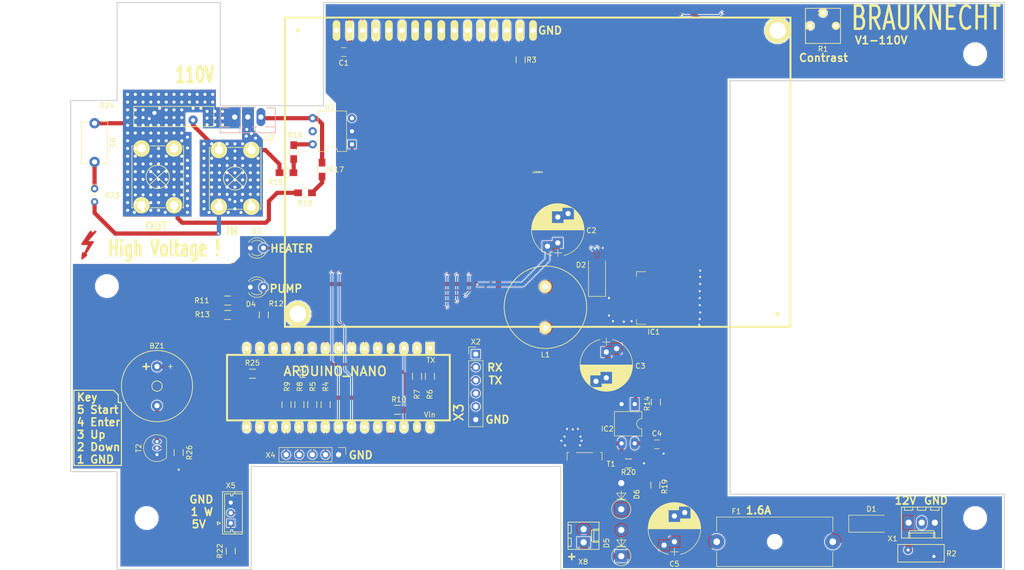
<source format=kicad_pcb>
(kicad_pcb (version 4) (host pcbnew 4.0.2-stable)
  (layers (0 F.Cu signal) (31 B.Cu signal) (34 B.Paste user) (35 F.Paste user) (36 B.SilkS user) (37 F.SilkS user) (38 B.Mask user) (39 F.Mask user) (44 Edge.Cuts user))
  (net 0 "")
  (net 1 /Vin)
  (net 2 "Net-(BZ1-Pad2)")
  (net 3 +5V)
  (net 4 GND)
  (net 5 "Net-(C4-Pad1)")
  (net 6 /AC_HEAT)
  (net 7 "Net-(C6-Pad2)")
  (net 8 "Net-(D1-Pad2)")
  (net 9 "Net-(D2-Pad1)")
  (net 10 "Net-(D3-Pad2)")
  (net 11 "Net-(D4-Pad2)")
  (net 12 /Mot_low)
  (net 13 "Net-(IC2-Pad1)")
  (net 14 "Net-(IC2-Pad3)")
  (net 15 "Net-(LCD1-Pad3)")
  (net 16 /RS)
  (net 17 /EN)
  (net 18 /DB4)
  (net 19 /DB5)
  (net 20 /DB6)
  (net 21 /DB7)
  (net 22 "Net-(LCD1-Pad15)")
  (net 23 /Down)
  (net 24 /Up)
  (net 25 /RX)
  (net 26 "Net-(R6-Pad2)")
  (net 27 /TX)
  (net 28 "Net-(R7-Pad2)")
  (net 29 /Enter)
  (net 30 /Start)
  (net 31 "Net-(R10-Pad1)")
  (net 32 /Heater)
  (net 33 /Pump)
  (net 34 "Net-(R13-Pad2)")
  (net 35 "Net-(R15-Pad1)")
  (net 36 "Net-(R15-Pad2)")
  (net 37 "Net-(R16-Pad1)")
  (net 38 "Net-(R17-Pad1)")
  (net 39 "Net-(R17-Pad2)")
  (net 40 /Temperature)
  (net 41 "Net-(R22-Pad2)")
  (net 42 "Net-(R25-Pad1)")
  (net 43 /Buzzer)
  (net 44 "Net-(X1-Pad2)")
  (net 45 "Net-(X2-Pad1)")
  (net 46 "Net-(X2-Pad4)")
  (net 47 "Net-(X2-Pad5)")
  (net 48 "Net-(X3-Pad13)")
  (net 49 "Net-(X3-Pad14)")
  (net 50 "Net-(X3-Pad15)")
  (net 51 "Net-(X3-Pad16)")
  (net 52 "Net-(X3-Pad17)")
  (net 53 "Net-(X3-Pad18)")
  (net 54 "Net-(X3-Pad25)")
  (net 55 "Net-(X3-Pad26)")
  (net 56 "Net-(X3-Pad30)")
  (net 57 "Net-(C5-Pad1)")
  (module My_PCB_stuff:Via_1.2 (layer F.Cu) (at 90.7 83.5)
    (fp_text reference REF**1115311131810 hide)
    (fp_text value Via_1.2 hide)
    (pad 0 thru_hole circle (at 0 0) (size 1.2 1.2) (drill 0.6) (layers *.Cu) (net 36 "Net-(R15-Pad2)"))
  )
  (module My_PCB_stuff:Via_1.2 (layer F.Cu) (at 94.7 85.3)
    (fp_text reference REF**1115311131710 hide)
    (fp_text value Via_1.2 hide)
    (pad 0 thru_hole circle (at 0 0) (size 1.2 1.2) (drill 0.6) (layers *.Cu) (net 36 "Net-(R15-Pad2)"))
  )
  (module My_PCB_stuff:Via_1.2 (layer F.Cu) (at 92.9 86)
    (fp_text reference REF**1115311131610 hide)
    (fp_text value Via_1.2 hide)
    (pad 0 thru_hole circle (at 0 0) (size 1.2 1.2) (drill 0.6) (layers *.Cu) (net 36 "Net-(R15-Pad2)"))
  )
  (module My_PCB_stuff:Via_1.2 (layer F.Cu) (at 91.7 85.3)
    (fp_text reference REF**1115311131510 hide)
    (fp_text value Via_1.2 hide)
    (pad 0 thru_hole circle (at 0 0) (size 1.2 1.2) (drill 0.6) (layers *.Cu) (net 36 "Net-(R15-Pad2)"))
  )
  (module My_PCB_stuff:Via_1.2 (layer F.Cu) (at 88.7 85.3)
    (fp_text reference REF**1115311131310 hide)
    (fp_text value Via_1.2 hide)
    (pad 0 thru_hole circle (at 0 0) (size 1.2 1.2) (drill 0.6) (layers *.Cu) (net 36 "Net-(R15-Pad2)"))
  )
  (module My_PCB_stuff:Via_1.2 (layer F.Cu) (at 85.7 85.3)
    (fp_text reference REF**1115311131110 hide)
    (fp_text value Via_1.2 hide)
    (pad 0 thru_hole circle (at 0 0) (size 1.2 1.2) (drill 0.6) (layers *.Cu) (net 36 "Net-(R15-Pad2)"))
  )
  (module My_PCB_stuff:Via_1.2 (layer F.Cu) (at 86.7 86)
    (fp_text reference REF**111531113189 hide)
    (fp_text value Via_1.2 hide)
    (pad 0 thru_hole circle (at 0 0) (size 1.2 1.2) (drill 0.6) (layers *.Cu) (net 36 "Net-(R15-Pad2)"))
  )
  (module My_PCB_stuff:Via_1.2 (layer F.Cu) (at 94.7 83.9)
    (fp_text reference REF**111531113179 hide)
    (fp_text value Via_1.2 hide)
    (pad 0 thru_hole circle (at 0 0) (size 1.2 1.2) (drill 0.6) (layers *.Cu) (net 36 "Net-(R15-Pad2)"))
  )
  (module My_PCB_stuff:Via_1.2 (layer F.Cu) (at 93 83.7)
    (fp_text reference REF**111531113169 hide)
    (fp_text value Via_1.2 hide)
    (pad 0 thru_hole circle (at 0 0) (size 1.2 1.2) (drill 0.6) (layers *.Cu) (net 36 "Net-(R15-Pad2)"))
  )
  (module My_PCB_stuff:Via_1.2 (layer F.Cu) (at 91.7 83.9)
    (fp_text reference REF**111531113159 hide)
    (fp_text value Via_1.2 hide)
    (pad 0 thru_hole circle (at 0 0) (size 1.2 1.2) (drill 0.6) (layers *.Cu) (net 36 "Net-(R15-Pad2)"))
  )
  (module My_PCB_stuff:Via_1.2 (layer F.Cu) (at 90.4 86)
    (fp_text reference REF**111531113149 hide)
    (fp_text value Via_1.2 hide)
    (pad 0 thru_hole circle (at 0 0) (size 1.2 1.2) (drill 0.6) (layers *.Cu) (net 36 "Net-(R15-Pad2)"))
  )
  (module My_PCB_stuff:Via_1.2 (layer F.Cu) (at 88.7 83.9)
    (fp_text reference REF**111531113139 hide)
    (fp_text value Via_1.2 hide)
    (pad 0 thru_hole circle (at 0 0) (size 1.2 1.2) (drill 0.6) (layers *.Cu) (net 36 "Net-(R15-Pad2)"))
  )
  (module My_PCB_stuff:Via_1.2 (layer F.Cu) (at 85.7 83.9)
    (fp_text reference REF**111531113119 hide)
    (fp_text value Via_1.2 hide)
    (pad 0 thru_hole circle (at 0 0) (size 1.2 1.2) (drill 0.6) (layers *.Cu) (net 36 "Net-(R15-Pad2)"))
  )
  (module My_PCB_stuff:Via_1.2 (layer F.Cu) (at 96.2 82.5)
    (fp_text reference REF**111531113188 hide)
    (fp_text value Via_1.2 hide)
    (pad 0 thru_hole circle (at 0 0) (size 1.2 1.2) (drill 0.6) (layers *.Cu) (net 36 "Net-(R15-Pad2)"))
  )
  (module My_PCB_stuff:Via_1.2 (layer F.Cu) (at 94.7 82.5)
    (fp_text reference REF**111531113178 hide)
    (fp_text value Via_1.2 hide)
    (pad 0 thru_hole circle (at 0 0) (size 1.2 1.2) (drill 0.6) (layers *.Cu) (net 36 "Net-(R15-Pad2)"))
  )
  (module My_PCB_stuff:Via_1.2 (layer F.Cu) (at 93.2 82.5)
    (fp_text reference REF**111531113168 hide)
    (fp_text value Via_1.2 hide)
    (pad 0 thru_hole circle (at 0 0) (size 1.2 1.2) (drill 0.6) (layers *.Cu) (net 36 "Net-(R15-Pad2)"))
  )
  (module My_PCB_stuff:Via_1.2 (layer F.Cu) (at 91.7 82.5)
    (fp_text reference REF**111531113158 hide)
    (fp_text value Via_1.2 hide)
    (pad 0 thru_hole circle (at 0 0) (size 1.2 1.2) (drill 0.6) (layers *.Cu) (net 36 "Net-(R15-Pad2)"))
  )
  (module My_PCB_stuff:Via_1.2 (layer F.Cu) (at 90.2 82.5)
    (fp_text reference REF**111531113148 hide)
    (fp_text value Via_1.2 hide)
    (pad 0 thru_hole circle (at 0 0) (size 1.2 1.2) (drill 0.6) (layers *.Cu) (net 36 "Net-(R15-Pad2)"))
  )
  (module My_PCB_stuff:Via_1.2 (layer F.Cu) (at 88.7 82.5)
    (fp_text reference REF**111531113138 hide)
    (fp_text value Via_1.2 hide)
    (pad 0 thru_hole circle (at 0 0) (size 1.2 1.2) (drill 0.6) (layers *.Cu) (net 36 "Net-(R15-Pad2)"))
  )
  (module My_PCB_stuff:Via_1.2 (layer F.Cu) (at 87.2 82.5)
    (fp_text reference REF**111531113128 hide)
    (fp_text value Via_1.2 hide)
    (pad 0 thru_hole circle (at 0 0) (size 1.2 1.2) (drill 0.6) (layers *.Cu) (net 36 "Net-(R15-Pad2)"))
  )
  (module My_PCB_stuff:Via_1.2 (layer F.Cu) (at 85.7 82.5)
    (fp_text reference REF**111531113118 hide)
    (fp_text value Via_1.2 hide)
    (pad 0 thru_hole circle (at 0 0) (size 1.2 1.2) (drill 0.6) (layers *.Cu) (net 36 "Net-(R15-Pad2)"))
  )
  (module My_PCB_stuff:Via_1.2 (layer F.Cu) (at 96.2 81.1)
    (fp_text reference REF**111531113187 hide)
    (fp_text value Via_1.2 hide)
    (pad 0 thru_hole circle (at 0 0) (size 1.2 1.2) (drill 0.6) (layers *.Cu) (net 36 "Net-(R15-Pad2)"))
  )
  (module My_PCB_stuff:Via_1.2 (layer F.Cu) (at 94.7 81.1)
    (fp_text reference REF**111531113177 hide)
    (fp_text value Via_1.2 hide)
    (pad 0 thru_hole circle (at 0 0) (size 1.2 1.2) (drill 0.6) (layers *.Cu) (net 36 "Net-(R15-Pad2)"))
  )
  (module My_PCB_stuff:Via_1.2 (layer F.Cu) (at 93.2 81.1)
    (fp_text reference REF**111531113167 hide)
    (fp_text value Via_1.2 hide)
    (pad 0 thru_hole circle (at 0 0) (size 1.2 1.2) (drill 0.6) (layers *.Cu) (net 36 "Net-(R15-Pad2)"))
  )
  (module My_PCB_stuff:Via_1.2 (layer F.Cu) (at 91.7 81.1)
    (fp_text reference REF**111531113157 hide)
    (fp_text value Via_1.2 hide)
    (pad 0 thru_hole circle (at 0 0) (size 1.2 1.2) (drill 0.6) (layers *.Cu) (net 36 "Net-(R15-Pad2)"))
  )
  (module My_PCB_stuff:Via_1.2 (layer F.Cu) (at 90.2 81.1)
    (fp_text reference REF**111531113147 hide)
    (fp_text value Via_1.2 hide)
    (pad 0 thru_hole circle (at 0 0) (size 1.2 1.2) (drill 0.6) (layers *.Cu) (net 36 "Net-(R15-Pad2)"))
  )
  (module My_PCB_stuff:Via_1.2 (layer F.Cu) (at 88.7 81.1)
    (fp_text reference REF**111531113137 hide)
    (fp_text value Via_1.2 hide)
    (pad 0 thru_hole circle (at 0 0) (size 1.2 1.2) (drill 0.6) (layers *.Cu) (net 36 "Net-(R15-Pad2)"))
  )
  (module My_PCB_stuff:Via_1.2 (layer F.Cu) (at 87.2 81.1)
    (fp_text reference REF**111531113127 hide)
    (fp_text value Via_1.2 hide)
    (pad 0 thru_hole circle (at 0 0) (size 1.2 1.2) (drill 0.6) (layers *.Cu) (net 36 "Net-(R15-Pad2)"))
  )
  (module My_PCB_stuff:Via_1.2 (layer F.Cu) (at 85.7 81.1)
    (fp_text reference REF**111531113117 hide)
    (fp_text value Via_1.2 hide)
    (pad 0 thru_hole circle (at 0 0) (size 1.2 1.2) (drill 0.6) (layers *.Cu) (net 36 "Net-(R15-Pad2)"))
  )
  (module My_PCB_stuff:Via_1.2 (layer F.Cu) (at 96.2 79.7)
    (fp_text reference REF**111531113186 hide)
    (fp_text value Via_1.2 hide)
    (pad 0 thru_hole circle (at 0 0) (size 1.2 1.2) (drill 0.6) (layers *.Cu) (net 36 "Net-(R15-Pad2)"))
  )
  (module My_PCB_stuff:Via_1.2 (layer F.Cu) (at 94.7 79.7)
    (fp_text reference REF**111531113176 hide)
    (fp_text value Via_1.2 hide)
    (pad 0 thru_hole circle (at 0 0) (size 1.2 1.2) (drill 0.6) (layers *.Cu) (net 36 "Net-(R15-Pad2)"))
  )
  (module My_PCB_stuff:Via_1.2 (layer F.Cu) (at 93.2 79.7)
    (fp_text reference REF**111531113166 hide)
    (fp_text value Via_1.2 hide)
    (pad 0 thru_hole circle (at 0 0) (size 1.2 1.2) (drill 0.6) (layers *.Cu) (net 36 "Net-(R15-Pad2)"))
  )
  (module My_PCB_stuff:Via_1.2 (layer F.Cu) (at 91.7 79.7)
    (fp_text reference REF**111531113156 hide)
    (fp_text value Via_1.2 hide)
    (pad 0 thru_hole circle (at 0 0) (size 1.2 1.2) (drill 0.6) (layers *.Cu) (net 36 "Net-(R15-Pad2)"))
  )
  (module My_PCB_stuff:Via_1.2 (layer F.Cu) (at 90.2 79.7)
    (fp_text reference REF**111531113146 hide)
    (fp_text value Via_1.2 hide)
    (pad 0 thru_hole circle (at 0 0) (size 1.2 1.2) (drill 0.6) (layers *.Cu) (net 36 "Net-(R15-Pad2)"))
  )
  (module My_PCB_stuff:Via_1.2 (layer F.Cu) (at 88.7 79.7)
    (fp_text reference REF**111531113136 hide)
    (fp_text value Via_1.2 hide)
    (pad 0 thru_hole circle (at 0 0) (size 1.2 1.2) (drill 0.6) (layers *.Cu) (net 36 "Net-(R15-Pad2)"))
  )
  (module My_PCB_stuff:Via_1.2 (layer F.Cu) (at 87.2 79.7)
    (fp_text reference REF**111531113126 hide)
    (fp_text value Via_1.2 hide)
    (pad 0 thru_hole circle (at 0 0) (size 1.2 1.2) (drill 0.6) (layers *.Cu) (net 36 "Net-(R15-Pad2)"))
  )
  (module My_PCB_stuff:Via_1.2 (layer F.Cu) (at 85.7 79.7)
    (fp_text reference REF**111531113116 hide)
    (fp_text value Via_1.2 hide)
    (pad 0 thru_hole circle (at 0 0) (size 1.2 1.2) (drill 0.6) (layers *.Cu) (net 36 "Net-(R15-Pad2)"))
  )
  (module My_PCB_stuff:Via_1.2 (layer F.Cu) (at 96.2 78.3)
    (fp_text reference REF**111531113185 hide)
    (fp_text value Via_1.2 hide)
    (pad 0 thru_hole circle (at 0 0) (size 1.2 1.2) (drill 0.6) (layers *.Cu) (net 36 "Net-(R15-Pad2)"))
  )
  (module My_PCB_stuff:Via_1.2 (layer F.Cu) (at 94.7 78.3)
    (fp_text reference REF**111531113175 hide)
    (fp_text value Via_1.2 hide)
    (pad 0 thru_hole circle (at 0 0) (size 1.2 1.2) (drill 0.6) (layers *.Cu) (net 36 "Net-(R15-Pad2)"))
  )
  (module My_PCB_stuff:Via_1.2 (layer F.Cu) (at 93.2 78.3)
    (fp_text reference REF**111531113165 hide)
    (fp_text value Via_1.2 hide)
    (pad 0 thru_hole circle (at 0 0) (size 1.2 1.2) (drill 0.6) (layers *.Cu) (net 36 "Net-(R15-Pad2)"))
  )
  (module My_PCB_stuff:Via_1.2 (layer F.Cu) (at 91.7 78.3)
    (fp_text reference REF**111531113155 hide)
    (fp_text value Via_1.2 hide)
    (pad 0 thru_hole circle (at 0 0) (size 1.2 1.2) (drill 0.6) (layers *.Cu) (net 36 "Net-(R15-Pad2)"))
  )
  (module My_PCB_stuff:Via_1.2 (layer F.Cu) (at 90.2 78.3)
    (fp_text reference REF**111531113145 hide)
    (fp_text value Via_1.2 hide)
    (pad 0 thru_hole circle (at 0 0) (size 1.2 1.2) (drill 0.6) (layers *.Cu) (net 36 "Net-(R15-Pad2)"))
  )
  (module My_PCB_stuff:Via_1.2 (layer F.Cu) (at 88.7 78.3)
    (fp_text reference REF**111531113135 hide)
    (fp_text value Via_1.2 hide)
    (pad 0 thru_hole circle (at 0 0) (size 1.2 1.2) (drill 0.6) (layers *.Cu) (net 36 "Net-(R15-Pad2)"))
  )
  (module My_PCB_stuff:Via_1.2 (layer F.Cu) (at 87.2 78.3)
    (fp_text reference REF**111531113125 hide)
    (fp_text value Via_1.2 hide)
    (pad 0 thru_hole circle (at 0 0) (size 1.2 1.2) (drill 0.6) (layers *.Cu) (net 36 "Net-(R15-Pad2)"))
  )
  (module My_PCB_stuff:Via_1.2 (layer F.Cu) (at 85.7 78.3)
    (fp_text reference REF**111531113115 hide)
    (fp_text value Via_1.2 hide)
    (pad 0 thru_hole circle (at 0 0) (size 1.2 1.2) (drill 0.6) (layers *.Cu) (net 36 "Net-(R15-Pad2)"))
  )
  (module My_PCB_stuff:Via_1.2 (layer F.Cu) (at 96.2 76.9)
    (fp_text reference REF**111531113184 hide)
    (fp_text value Via_1.2 hide)
    (pad 0 thru_hole circle (at 0 0) (size 1.2 1.2) (drill 0.6) (layers *.Cu) (net 36 "Net-(R15-Pad2)"))
  )
  (module My_PCB_stuff:Via_1.2 (layer F.Cu) (at 94.7 76.9)
    (fp_text reference REF**111531113174 hide)
    (fp_text value Via_1.2 hide)
    (pad 0 thru_hole circle (at 0 0) (size 1.2 1.2) (drill 0.6) (layers *.Cu) (net 36 "Net-(R15-Pad2)"))
  )
  (module My_PCB_stuff:Via_1.2 (layer F.Cu) (at 93.2 76.9)
    (fp_text reference REF**111531113164 hide)
    (fp_text value Via_1.2 hide)
    (pad 0 thru_hole circle (at 0 0) (size 1.2 1.2) (drill 0.6) (layers *.Cu) (net 36 "Net-(R15-Pad2)"))
  )
  (module My_PCB_stuff:Via_1.2 (layer F.Cu) (at 91.7 76.9)
    (fp_text reference REF**111531113154 hide)
    (fp_text value Via_1.2 hide)
    (pad 0 thru_hole circle (at 0 0) (size 1.2 1.2) (drill 0.6) (layers *.Cu) (net 36 "Net-(R15-Pad2)"))
  )
  (module My_PCB_stuff:Via_1.2 (layer F.Cu) (at 90.2 76.9)
    (fp_text reference REF**111531113144 hide)
    (fp_text value Via_1.2 hide)
    (pad 0 thru_hole circle (at 0 0) (size 1.2 1.2) (drill 0.6) (layers *.Cu) (net 36 "Net-(R15-Pad2)"))
  )
  (module My_PCB_stuff:Via_1.2 (layer F.Cu) (at 88.7 76.9)
    (fp_text reference REF**111531113134 hide)
    (fp_text value Via_1.2 hide)
    (pad 0 thru_hole circle (at 0 0) (size 1.2 1.2) (drill 0.6) (layers *.Cu) (net 36 "Net-(R15-Pad2)"))
  )
  (module My_PCB_stuff:Via_1.2 (layer F.Cu) (at 87.2 76.9)
    (fp_text reference REF**111531113124 hide)
    (fp_text value Via_1.2 hide)
    (pad 0 thru_hole circle (at 0 0) (size 1.2 1.2) (drill 0.6) (layers *.Cu) (net 36 "Net-(R15-Pad2)"))
  )
  (module My_PCB_stuff:Via_1.2 (layer F.Cu) (at 85.7 76.9)
    (fp_text reference REF**111531113114 hide)
    (fp_text value Via_1.2 hide)
    (pad 0 thru_hole circle (at 0 0) (size 1.2 1.2) (drill 0.6) (layers *.Cu) (net 36 "Net-(R15-Pad2)"))
  )
  (module My_PCB_stuff:Via_1.2 (layer F.Cu) (at 96.2 75.5)
    (fp_text reference REF**111531113183 hide)
    (fp_text value Via_1.2 hide)
    (pad 0 thru_hole circle (at 0 0) (size 1.2 1.2) (drill 0.6) (layers *.Cu) (net 36 "Net-(R15-Pad2)"))
  )
  (module My_PCB_stuff:Via_1.2 (layer F.Cu) (at 93.2 75.5)
    (fp_text reference REF**111531113163 hide)
    (fp_text value Via_1.2 hide)
    (pad 0 thru_hole circle (at 0 0) (size 1.2 1.2) (drill 0.6) (layers *.Cu) (net 36 "Net-(R15-Pad2)"))
  )
  (module My_PCB_stuff:Via_1.2 (layer F.Cu) (at 91.7 75.5)
    (fp_text reference REF**111531113153 hide)
    (fp_text value Via_1.2 hide)
    (pad 0 thru_hole circle (at 0 0) (size 1.2 1.2) (drill 0.6) (layers *.Cu) (net 36 "Net-(R15-Pad2)"))
  )
  (module My_PCB_stuff:Via_1.2 (layer F.Cu) (at 90.2 75.5)
    (fp_text reference REF**111531113143 hide)
    (fp_text value Via_1.2 hide)
    (pad 0 thru_hole circle (at 0 0) (size 1.2 1.2) (drill 0.6) (layers *.Cu) (net 36 "Net-(R15-Pad2)"))
  )
  (module My_PCB_stuff:Via_1.2 (layer F.Cu) (at 94.9 70.7)
    (fp_text reference REF**111531113133 hide)
    (fp_text value Via_1.2 hide)
    (pad 0 thru_hole circle (at 0 0) (size 1.2 1.2) (drill 0.6) (layers *.Cu) (net 36 "Net-(R15-Pad2)"))
  )
  (module My_PCB_stuff:Via_1.2 (layer F.Cu) (at 87.2 75.5)
    (fp_text reference REF**111531113123 hide)
    (fp_text value Via_1.2 hide)
    (pad 0 thru_hole circle (at 0 0) (size 1.2 1.2) (drill 0.6) (layers *.Cu) (net 36 "Net-(R15-Pad2)"))
  )
  (module My_PCB_stuff:Via_1.2 (layer F.Cu) (at 85.7 75.5)
    (fp_text reference REF**111531113113 hide)
    (fp_text value Via_1.2 hide)
    (pad 0 thru_hole circle (at 0 0) (size 1.2 1.2) (drill 0.6) (layers *.Cu) (net 36 "Net-(R15-Pad2)"))
  )
  (module My_PCB_stuff:Via_1.2 (layer F.Cu) (at 94.7 74.1)
    (fp_text reference REF**111531113172 hide)
    (fp_text value Via_1.2 hide)
    (pad 0 thru_hole circle (at 0 0) (size 1.2 1.2) (drill 0.6) (layers *.Cu) (net 36 "Net-(R15-Pad2)"))
  )
  (module My_PCB_stuff:Via_1.2 (layer F.Cu) (at 95.7 71.6)
    (fp_text reference REF**111531113162 hide)
    (fp_text value Via_1.2 hide)
    (pad 0 thru_hole circle (at 0 0) (size 1.2 1.2) (drill 0.6) (layers *.Cu) (net 36 "Net-(R15-Pad2)"))
  )
  (module My_PCB_stuff:Via_1.2 (layer F.Cu) (at 91.7 74.1)
    (fp_text reference REF**111531113152 hide)
    (fp_text value Via_1.2 hide)
    (pad 0 thru_hole circle (at 0 0) (size 1.2 1.2) (drill 0.6) (layers *.Cu) (net 36 "Net-(R15-Pad2)"))
  )
  (module My_PCB_stuff:Via_1.2 (layer F.Cu) (at 93.9 71.2)
    (fp_text reference REF**111531113142 hide)
    (fp_text value Via_1.2 hide)
    (pad 0 thru_hole circle (at 0 0) (size 1.2 1.2) (drill 0.6) (layers *.Cu) (net 36 "Net-(R15-Pad2)"))
  )
  (module My_PCB_stuff:Via_1.2 (layer F.Cu) (at 88.7 74.1)
    (fp_text reference REF**111531113132 hide)
    (fp_text value Via_1.2 hide)
    (pad 0 thru_hole circle (at 0 0) (size 1.2 1.2) (drill 0.6) (layers *.Cu) (net 36 "Net-(R15-Pad2)"))
  )
  (module My_PCB_stuff:Via_1.2 (layer F.Cu) (at 94 69.9)
    (fp_text reference REF**111531113122 hide)
    (fp_text value Via_1.2 hide)
    (pad 0 thru_hole circle (at 0 0) (size 1.2 1.2) (drill 0.6) (layers *.Cu) (net 36 "Net-(R15-Pad2)"))
  )
  (module My_PCB_stuff:Via_1.2 (layer F.Cu) (at 85.7 74.1)
    (fp_text reference REF**111531113112 hide)
    (fp_text value Via_1.2 hide)
    (pad 0 thru_hole circle (at 0 0) (size 1.2 1.2) (drill 0.6) (layers *.Cu) (net 36 "Net-(R15-Pad2)"))
  )
  (module My_PCB_stuff:Via_1.2 (layer F.Cu) (at 94.7 72.7)
    (fp_text reference REF**111531113171 hide)
    (fp_text value Via_1.2 hide)
    (pad 0 thru_hole circle (at 0 0) (size 1.2 1.2) (drill 0.6) (layers *.Cu) (net 36 "Net-(R15-Pad2)"))
  )
  (module My_PCB_stuff:Via_1.2 (layer F.Cu) (at 93.2 72.7)
    (fp_text reference REF**111531113161 hide)
    (fp_text value Via_1.2 hide)
    (pad 0 thru_hole circle (at 0 0) (size 1.2 1.2) (drill 0.6) (layers *.Cu) (net 36 "Net-(R15-Pad2)"))
  )
  (module My_PCB_stuff:Via_1.2 (layer F.Cu) (at 91.7 72.7)
    (fp_text reference REF**111531113151 hide)
    (fp_text value Via_1.2 hide)
    (pad 0 thru_hole circle (at 0 0) (size 1.2 1.2) (drill 0.6) (layers *.Cu) (net 36 "Net-(R15-Pad2)"))
  )
  (module My_PCB_stuff:Via_1.2 (layer F.Cu) (at 90.2 72.7)
    (fp_text reference REF**111531113141 hide)
    (fp_text value Via_1.2 hide)
    (pad 0 thru_hole circle (at 0 0) (size 1.2 1.2) (drill 0.6) (layers *.Cu) (net 36 "Net-(R15-Pad2)"))
  )
  (module My_PCB_stuff:Via_1.2 (layer F.Cu) (at 88.7 72.7)
    (fp_text reference REF**111531113131 hide)
    (fp_text value Via_1.2 hide)
    (pad 0 thru_hole circle (at 0 0) (size 1.2 1.2) (drill 0.6) (layers *.Cu) (net 36 "Net-(R15-Pad2)"))
  )
  (module My_PCB_stuff:Via_1.2 (layer F.Cu) (at 87.2 72.7)
    (fp_text reference REF**111531113121 hide)
    (fp_text value Via_1.2 hide)
    (pad 0 thru_hole circle (at 0 0) (size 1.2 1.2) (drill 0.6) (layers *.Cu) (net 36 "Net-(R15-Pad2)"))
  )
  (module My_PCB_stuff:Via_1.2 (layer F.Cu) (at 85.7 72.7)
    (fp_text reference REF**111531113111 hide)
    (fp_text value Via_1.2 hide)
    (pad 0 thru_hole circle (at 0 0) (size 1.2 1.2) (drill 0.6) (layers *.Cu) (net 36 "Net-(R15-Pad2)"))
  )
  (module My_PCB_stuff:Via_1.2 (layer F.Cu) (at 89.3 69)
    (fp_text reference REF**1115311133 hide)
    (fp_text value Via_1.2 hide)
    (pad 0 thru_hole circle (at 0 0) (size 1.2 1.2) (drill 0.6) (layers *.Cu) (net 6 /AC_HEAT))
  )
  (module My_PCB_stuff:Via_1.2 (layer F.Cu) (at 87.8 69)
    (fp_text reference REF**1115311123 hide)
    (fp_text value Via_1.2 hide)
    (pad 0 thru_hole circle (at 0 0) (size 1.2 1.2) (drill 0.6) (layers *.Cu) (net 6 /AC_HEAT))
  )
  (module My_PCB_stuff:Via_1.2 (layer F.Cu) (at 86.3 69)
    (fp_text reference REF**1115311113 hide)
    (fp_text value Via_1.2 hide)
    (pad 0 thru_hole circle (at 0 0) (size 1.2 1.2) (drill 0.6) (layers *.Cu) (net 6 /AC_HEAT))
  )
  (module My_PCB_stuff:Via_1.2 (layer F.Cu) (at 89.3 67.7)
    (fp_text reference REF**1115311132 hide)
    (fp_text value Via_1.2 hide)
    (pad 0 thru_hole circle (at 0 0) (size 1.2 1.2) (drill 0.6) (layers *.Cu) (net 6 /AC_HEAT))
  )
  (module My_PCB_stuff:Via_1.2 (layer F.Cu) (at 87.8 67.7)
    (fp_text reference REF**1115311122 hide)
    (fp_text value Via_1.2 hide)
    (pad 0 thru_hole circle (at 0 0) (size 1.2 1.2) (drill 0.6) (layers *.Cu) (net 6 /AC_HEAT))
  )
  (module My_PCB_stuff:Via_1.2 (layer F.Cu) (at 86.3 67.7)
    (fp_text reference REF**1115311112 hide)
    (fp_text value Via_1.2 hide)
    (pad 0 thru_hole circle (at 0 0) (size 1.2 1.2) (drill 0.6) (layers *.Cu) (net 6 /AC_HEAT))
  )
  (module My_PCB_stuff:Via_1.2 (layer F.Cu) (at 89.3 66.4)
    (fp_text reference REF**1115311131 hide)
    (fp_text value Via_1.2 hide)
    (pad 0 thru_hole circle (at 0 0) (size 1.2 1.2) (drill 0.6) (layers *.Cu) (net 6 /AC_HEAT))
  )
  (module My_PCB_stuff:Via_1.2 (layer F.Cu) (at 87.8 66.4)
    (fp_text reference REF**1115311121 hide)
    (fp_text value Via_1.2 hide)
    (pad 0 thru_hole circle (at 0 0) (size 1.2 1.2) (drill 0.6) (layers *.Cu) (net 6 /AC_HEAT))
  )
  (module My_PCB_stuff:Via_1.2 (layer F.Cu) (at 86.3 66.4)
    (fp_text reference REF**1115311111 hide)
    (fp_text value Via_1.2 hide)
    (pad 0 thru_hole circle (at 0 0) (size 1.2 1.2) (drill 0.6) (layers *.Cu) (net 6 /AC_HEAT))
  )
  (module My_PCB_stuff:Via_1.2 (layer F.Cu) (at 85.1 65.8)
    (fp_text reference REF**111523 hide)
    (fp_text value Via_1.2 hide)
    (pad 0 thru_hole circle (at 0 0) (size 1.2 1.2) (drill 0.6) (layers *.Cu) (net 6 /AC_HEAT))
  )
  (module My_PCB_stuff:Via_1.2 (layer F.Cu) (at 83.6 65.8)
    (fp_text reference REF**111513 hide)
    (fp_text value Via_1.2 hide)
    (pad 0 thru_hole circle (at 0 0) (size 1.2 1.2) (drill 0.6) (layers *.Cu) (net 6 /AC_HEAT))
  )
  (module My_PCB_stuff:Via_1.2 (layer F.Cu) (at 87.4 64.6)
    (fp_text reference REF**111532 hide)
    (fp_text value Via_1.2 hide)
    (pad 0 thru_hole circle (at 0 0) (size 1.2 1.2) (drill 0.6) (layers *.Cu) (net 6 /AC_HEAT))
  )
  (module My_PCB_stuff:Via_1.2 (layer F.Cu) (at 85.9 64.6)
    (fp_text reference REF**111522 hide)
    (fp_text value Via_1.2 hide)
    (pad 0 thru_hole circle (at 0 0) (size 1.2 1.2) (drill 0.6) (layers *.Cu) (net 6 /AC_HEAT))
  )
  (module My_PCB_stuff:Via_1.2 (layer F.Cu) (at 84.4 64.6)
    (fp_text reference REF**111512 hide)
    (fp_text value Via_1.2 hide)
    (pad 0 thru_hole circle (at 0 0) (size 1.2 1.2) (drill 0.6) (layers *.Cu) (net 6 /AC_HEAT))
  )
  (module My_PCB_stuff:Via_1.2 (layer F.Cu) (at 87.4 63.1)
    (fp_text reference REF**111531 hide)
    (fp_text value Via_1.2 hide)
    (pad 0 thru_hole circle (at 0 0) (size 1.2 1.2) (drill 0.6) (layers *.Cu) (net 6 /AC_HEAT))
  )
  (module My_PCB_stuff:Via_1.2 (layer F.Cu) (at 85.9 63.1)
    (fp_text reference REF**111521 hide)
    (fp_text value Via_1.2 hide)
    (pad 0 thru_hole circle (at 0 0) (size 1.2 1.2) (drill 0.6) (layers *.Cu) (net 6 /AC_HEAT))
  )
  (module My_PCB_stuff:Via_1.2 (layer F.Cu) (at 82.5 86)
    (fp_text reference REF**111816 hide)
    (fp_text value Via_1.2 hide)
    (pad 0 thru_hole circle (at 0 0) (size 1.2 1.2) (drill 0.6) (layers *.Cu) (net 6 /AC_HEAT))
  )
  (module My_PCB_stuff:Via_1.2 (layer F.Cu) (at 79.9 85.6)
    (fp_text reference REF**111716 hide)
    (fp_text value Via_1.2 hide)
    (pad 0 thru_hole circle (at 0 0) (size 1.2 1.2) (drill 0.6) (layers *.Cu) (net 6 /AC_HEAT))
  )
  (module My_PCB_stuff:Via_1.2 (layer F.Cu) (at 78.2 86)
    (fp_text reference REF**111616 hide)
    (fp_text value Via_1.2 hide)
    (pad 0 thru_hole circle (at 0 0) (size 1.2 1.2) (drill 0.6) (layers *.Cu) (net 6 /AC_HEAT))
  )
  (module My_PCB_stuff:Via_1.2 (layer F.Cu) (at 76.9 85.6)
    (fp_text reference REF**111516 hide)
    (fp_text value Via_1.2 hide)
    (pad 0 thru_hole circle (at 0 0) (size 1.2 1.2) (drill 0.6) (layers *.Cu) (net 6 /AC_HEAT))
  )
  (module My_PCB_stuff:Via_1.2 (layer F.Cu) (at 75.4 85.6)
    (fp_text reference REF**111416 hide)
    (fp_text value Via_1.2 hide)
    (pad 0 thru_hole circle (at 0 0) (size 1.2 1.2) (drill 0.6) (layers *.Cu) (net 6 /AC_HEAT))
  )
  (module My_PCB_stuff:Via_1.2 (layer F.Cu) (at 73.9 85.6)
    (fp_text reference REF**111316 hide)
    (fp_text value Via_1.2 hide)
    (pad 0 thru_hole circle (at 0 0) (size 1.2 1.2) (drill 0.6) (layers *.Cu) (net 6 /AC_HEAT))
  )
  (module My_PCB_stuff:Via_1.2 (layer F.Cu) (at 72.2 86)
    (fp_text reference REF**111216 hide)
    (fp_text value Via_1.2 hide)
    (pad 0 thru_hole circle (at 0 0) (size 1.2 1.2) (drill 0.6) (layers *.Cu) (net 6 /AC_HEAT))
  )
  (module My_PCB_stuff:Via_1.2 (layer F.Cu) (at 70.9 85.6)
    (fp_text reference REF**111116 hide)
    (fp_text value Via_1.2 hide)
    (pad 0 thru_hole circle (at 0 0) (size 1.2 1.2) (drill 0.6) (layers *.Cu) (net 6 /AC_HEAT))
  )
  (module My_PCB_stuff:Via_1.2 (layer F.Cu) (at 82.5 84.7)
    (fp_text reference REF**111815 hide)
    (fp_text value Via_1.2 hide)
    (pad 0 thru_hole circle (at 0 0) (size 1.2 1.2) (drill 0.6) (layers *.Cu) (net 6 /AC_HEAT))
  )
  (module My_PCB_stuff:Via_1.2 (layer F.Cu) (at 79.9 84.1)
    (fp_text reference REF**111715 hide)
    (fp_text value Via_1.2 hide)
    (pad 0 thru_hole circle (at 0 0) (size 1.2 1.2) (drill 0.6) (layers *.Cu) (net 6 /AC_HEAT))
  )
  (module My_PCB_stuff:Via_1.2 (layer F.Cu) (at 82.9 63.1)
    (fp_text reference REF**111615 hide)
    (fp_text value Via_1.2 hide)
    (pad 0 thru_hole circle (at 0 0) (size 1.2 1.2) (drill 0.6) (layers *.Cu) (net 6 /AC_HEAT))
  )
  (module My_PCB_stuff:Via_1.2 (layer F.Cu) (at 76.9 84.1)
    (fp_text reference REF**111515 hide)
    (fp_text value Via_1.2 hide)
    (pad 0 thru_hole circle (at 0 0) (size 1.2 1.2) (drill 0.6) (layers *.Cu) (net 6 /AC_HEAT))
  )
  (module My_PCB_stuff:Via_1.2 (layer F.Cu) (at 75.4 84.1)
    (fp_text reference REF**111415 hide)
    (fp_text value Via_1.2 hide)
    (pad 0 thru_hole circle (at 0 0) (size 1.2 1.2) (drill 0.6) (layers *.Cu) (net 6 /AC_HEAT))
  )
  (module My_PCB_stuff:Via_1.2 (layer F.Cu) (at 73.9 84.1)
    (fp_text reference REF**111315 hide)
    (fp_text value Via_1.2 hide)
    (pad 0 thru_hole circle (at 0 0) (size 1.2 1.2) (drill 0.6) (layers *.Cu) (net 6 /AC_HEAT))
  )
  (module My_PCB_stuff:Via_1.2 (layer F.Cu) (at 72.4 84.1)
    (fp_text reference REF**111215 hide)
    (fp_text value Via_1.2 hide)
    (pad 0 thru_hole circle (at 0 0) (size 1.2 1.2) (drill 0.6) (layers *.Cu) (net 6 /AC_HEAT))
  )
  (module My_PCB_stuff:Via_1.2 (layer F.Cu) (at 70.9 84.1)
    (fp_text reference REF**111115 hide)
    (fp_text value Via_1.2 hide)
    (pad 0 thru_hole circle (at 0 0) (size 1.2 1.2) (drill 0.6) (layers *.Cu) (net 6 /AC_HEAT))
  )
  (module My_PCB_stuff:Via_1.2 (layer F.Cu) (at 81.4 82.6)
    (fp_text reference REF**111814 hide)
    (fp_text value Via_1.2 hide)
    (pad 0 thru_hole circle (at 0 0) (size 1.2 1.2) (drill 0.6) (layers *.Cu) (net 6 /AC_HEAT))
  )
  (module My_PCB_stuff:Via_1.2 (layer F.Cu) (at 79.9 82.6)
    (fp_text reference REF**111714 hide)
    (fp_text value Via_1.2 hide)
    (pad 0 thru_hole circle (at 0 0) (size 1.2 1.2) (drill 0.6) (layers *.Cu) (net 6 /AC_HEAT))
  )
  (module My_PCB_stuff:Via_1.2 (layer F.Cu) (at 78.4 82.6)
    (fp_text reference REF**111614 hide)
    (fp_text value Via_1.2 hide)
    (pad 0 thru_hole circle (at 0 0) (size 1.2 1.2) (drill 0.6) (layers *.Cu) (net 6 /AC_HEAT))
  )
  (module My_PCB_stuff:Via_1.2 (layer F.Cu) (at 76.9 82.6)
    (fp_text reference REF**111514 hide)
    (fp_text value Via_1.2 hide)
    (pad 0 thru_hole circle (at 0 0) (size 1.2 1.2) (drill 0.6) (layers *.Cu) (net 6 /AC_HEAT))
  )
  (module My_PCB_stuff:Via_1.2 (layer F.Cu) (at 75.4 82.6)
    (fp_text reference REF**111414 hide)
    (fp_text value Via_1.2 hide)
    (pad 0 thru_hole circle (at 0 0) (size 1.2 1.2) (drill 0.6) (layers *.Cu) (net 6 /AC_HEAT))
  )
  (module My_PCB_stuff:Via_1.2 (layer F.Cu) (at 73.9 82.6)
    (fp_text reference REF**111314 hide)
    (fp_text value Via_1.2 hide)
    (pad 0 thru_hole circle (at 0 0) (size 1.2 1.2) (drill 0.6) (layers *.Cu) (net 6 /AC_HEAT))
  )
  (module My_PCB_stuff:Via_1.2 (layer F.Cu) (at 72.4 82.6)
    (fp_text reference REF**111214 hide)
    (fp_text value Via_1.2 hide)
    (pad 0 thru_hole circle (at 0 0) (size 1.2 1.2) (drill 0.6) (layers *.Cu) (net 6 /AC_HEAT))
  )
  (module My_PCB_stuff:Via_1.2 (layer F.Cu) (at 70.9 82.6)
    (fp_text reference REF**111114 hide)
    (fp_text value Via_1.2 hide)
    (pad 0 thru_hole circle (at 0 0) (size 1.2 1.2) (drill 0.6) (layers *.Cu) (net 6 /AC_HEAT))
  )
  (module My_PCB_stuff:Via_1.2 (layer F.Cu) (at 81.4 81.1)
    (fp_text reference REF**111813 hide)
    (fp_text value Via_1.2 hide)
    (pad 0 thru_hole circle (at 0 0) (size 1.2 1.2) (drill 0.6) (layers *.Cu) (net 6 /AC_HEAT))
  )
  (module My_PCB_stuff:Via_1.2 (layer F.Cu) (at 79.9 81.1)
    (fp_text reference REF**111713 hide)
    (fp_text value Via_1.2 hide)
    (pad 0 thru_hole circle (at 0 0) (size 1.2 1.2) (drill 0.6) (layers *.Cu) (net 6 /AC_HEAT))
  )
  (module My_PCB_stuff:Via_1.2 (layer F.Cu) (at 78.4 81.1)
    (fp_text reference REF**111613 hide)
    (fp_text value Via_1.2 hide)
    (pad 0 thru_hole circle (at 0 0) (size 1.2 1.2) (drill 0.6) (layers *.Cu) (net 6 /AC_HEAT))
  )
  (module My_PCB_stuff:Via_1.2 (layer F.Cu) (at 76.9 81.1)
    (fp_text reference REF**111513 hide)
    (fp_text value Via_1.2 hide)
    (pad 0 thru_hole circle (at 0 0) (size 1.2 1.2) (drill 0.6) (layers *.Cu) (net 6 /AC_HEAT))
  )
  (module My_PCB_stuff:Via_1.2 (layer F.Cu) (at 75.4 81.1)
    (fp_text reference REF**111413 hide)
    (fp_text value Via_1.2 hide)
    (pad 0 thru_hole circle (at 0 0) (size 1.2 1.2) (drill 0.6) (layers *.Cu) (net 6 /AC_HEAT))
  )
  (module My_PCB_stuff:Via_1.2 (layer F.Cu) (at 73.9 81.1)
    (fp_text reference REF**111313 hide)
    (fp_text value Via_1.2 hide)
    (pad 0 thru_hole circle (at 0 0) (size 1.2 1.2) (drill 0.6) (layers *.Cu) (net 6 /AC_HEAT))
  )
  (module My_PCB_stuff:Via_1.2 (layer F.Cu) (at 72.4 81.1)
    (fp_text reference REF**111213 hide)
    (fp_text value Via_1.2 hide)
    (pad 0 thru_hole circle (at 0 0) (size 1.2 1.2) (drill 0.6) (layers *.Cu) (net 6 /AC_HEAT))
  )
  (module My_PCB_stuff:Via_1.2 (layer F.Cu) (at 70.9 81.1)
    (fp_text reference REF**111113 hide)
    (fp_text value Via_1.2 hide)
    (pad 0 thru_hole circle (at 0 0) (size 1.2 1.2) (drill 0.6) (layers *.Cu) (net 6 /AC_HEAT))
  )
  (module My_PCB_stuff:Via_1.2 (layer F.Cu) (at 81.4 79.6)
    (fp_text reference REF**111812 hide)
    (fp_text value Via_1.2 hide)
    (pad 0 thru_hole circle (at 0 0) (size 1.2 1.2) (drill 0.6) (layers *.Cu) (net 6 /AC_HEAT))
  )
  (module My_PCB_stuff:Via_1.2 (layer F.Cu) (at 79.9 79.6)
    (fp_text reference REF**111712 hide)
    (fp_text value Via_1.2 hide)
    (pad 0 thru_hole circle (at 0 0) (size 1.2 1.2) (drill 0.6) (layers *.Cu) (net 6 /AC_HEAT))
  )
  (module My_PCB_stuff:Via_1.2 (layer F.Cu) (at 78.4 79.6)
    (fp_text reference REF**111612 hide)
    (fp_text value Via_1.2 hide)
    (pad 0 thru_hole circle (at 0 0) (size 1.2 1.2) (drill 0.6) (layers *.Cu) (net 6 /AC_HEAT))
  )
  (module My_PCB_stuff:Via_1.2 (layer F.Cu) (at 76.9 79.6)
    (fp_text reference REF**111512 hide)
    (fp_text value Via_1.2 hide)
    (pad 0 thru_hole circle (at 0 0) (size 1.2 1.2) (drill 0.6) (layers *.Cu) (net 6 /AC_HEAT))
  )
  (module My_PCB_stuff:Via_1.2 (layer F.Cu) (at 75.4 79.6)
    (fp_text reference REF**111412 hide)
    (fp_text value Via_1.2 hide)
    (pad 0 thru_hole circle (at 0 0) (size 1.2 1.2) (drill 0.6) (layers *.Cu) (net 6 /AC_HEAT))
  )
  (module My_PCB_stuff:Via_1.2 (layer F.Cu) (at 73.9 79.6)
    (fp_text reference REF**111312 hide)
    (fp_text value Via_1.2 hide)
    (pad 0 thru_hole circle (at 0 0) (size 1.2 1.2) (drill 0.6) (layers *.Cu) (net 6 /AC_HEAT))
  )
  (module My_PCB_stuff:Via_1.2 (layer F.Cu) (at 72.4 79.6)
    (fp_text reference REF**111212 hide)
    (fp_text value Via_1.2 hide)
    (pad 0 thru_hole circle (at 0 0) (size 1.2 1.2) (drill 0.6) (layers *.Cu) (net 6 /AC_HEAT))
  )
  (module My_PCB_stuff:Via_1.2 (layer F.Cu) (at 70.9 79.6)
    (fp_text reference REF**111112 hide)
    (fp_text value Via_1.2 hide)
    (pad 0 thru_hole circle (at 0 0) (size 1.2 1.2) (drill 0.6) (layers *.Cu) (net 6 /AC_HEAT))
  )
  (module My_PCB_stuff:Via_1.2 (layer F.Cu) (at 81.4 78.1)
    (fp_text reference REF**111811 hide)
    (fp_text value Via_1.2 hide)
    (pad 0 thru_hole circle (at 0 0) (size 1.2 1.2) (drill 0.6) (layers *.Cu) (net 6 /AC_HEAT))
  )
  (module My_PCB_stuff:Via_1.2 (layer F.Cu) (at 79.9 78.1)
    (fp_text reference REF**111711 hide)
    (fp_text value Via_1.2 hide)
    (pad 0 thru_hole circle (at 0 0) (size 1.2 1.2) (drill 0.6) (layers *.Cu) (net 6 /AC_HEAT))
  )
  (module My_PCB_stuff:Via_1.2 (layer F.Cu) (at 78.4 78.1)
    (fp_text reference REF**111611 hide)
    (fp_text value Via_1.2 hide)
    (pad 0 thru_hole circle (at 0 0) (size 1.2 1.2) (drill 0.6) (layers *.Cu) (net 6 /AC_HEAT))
  )
  (module My_PCB_stuff:Via_1.2 (layer F.Cu) (at 76.9 78.1)
    (fp_text reference REF**111511 hide)
    (fp_text value Via_1.2 hide)
    (pad 0 thru_hole circle (at 0 0) (size 1.2 1.2) (drill 0.6) (layers *.Cu) (net 6 /AC_HEAT))
  )
  (module My_PCB_stuff:Via_1.2 (layer F.Cu) (at 75.4 78.1)
    (fp_text reference REF**111411 hide)
    (fp_text value Via_1.2 hide)
    (pad 0 thru_hole circle (at 0 0) (size 1.2 1.2) (drill 0.6) (layers *.Cu) (net 6 /AC_HEAT))
  )
  (module My_PCB_stuff:Via_1.2 (layer F.Cu) (at 73.9 78.1)
    (fp_text reference REF**111311 hide)
    (fp_text value Via_1.2 hide)
    (pad 0 thru_hole circle (at 0 0) (size 1.2 1.2) (drill 0.6) (layers *.Cu) (net 6 /AC_HEAT))
  )
  (module My_PCB_stuff:Via_1.2 (layer F.Cu) (at 72.4 78.1)
    (fp_text reference REF**111211 hide)
    (fp_text value Via_1.2 hide)
    (pad 0 thru_hole circle (at 0 0) (size 1.2 1.2) (drill 0.6) (layers *.Cu) (net 6 /AC_HEAT))
  )
  (module My_PCB_stuff:Via_1.2 (layer F.Cu) (at 70.9 78.1)
    (fp_text reference REF**111111 hide)
    (fp_text value Via_1.2 hide)
    (pad 0 thru_hole circle (at 0 0) (size 1.2 1.2) (drill 0.6) (layers *.Cu) (net 6 /AC_HEAT))
  )
  (module My_PCB_stuff:Via_1.2 (layer F.Cu) (at 81.4 76.6)
    (fp_text reference REF**111810 hide)
    (fp_text value Via_1.2 hide)
    (pad 0 thru_hole circle (at 0 0) (size 1.2 1.2) (drill 0.6) (layers *.Cu) (net 6 /AC_HEAT))
  )
  (module My_PCB_stuff:Via_1.2 (layer F.Cu) (at 79.9 76.6)
    (fp_text reference REF**111710 hide)
    (fp_text value Via_1.2 hide)
    (pad 0 thru_hole circle (at 0 0) (size 1.2 1.2) (drill 0.6) (layers *.Cu) (net 6 /AC_HEAT))
  )
  (module My_PCB_stuff:Via_1.2 (layer F.Cu) (at 78.4 76.6)
    (fp_text reference REF**111610 hide)
    (fp_text value Via_1.2 hide)
    (pad 0 thru_hole circle (at 0 0) (size 1.2 1.2) (drill 0.6) (layers *.Cu) (net 6 /AC_HEAT))
  )
  (module My_PCB_stuff:Via_1.2 (layer F.Cu) (at 76.9 76.6)
    (fp_text reference REF**111510 hide)
    (fp_text value Via_1.2 hide)
    (pad 0 thru_hole circle (at 0 0) (size 1.2 1.2) (drill 0.6) (layers *.Cu) (net 6 /AC_HEAT))
  )
  (module My_PCB_stuff:Via_1.2 (layer F.Cu) (at 75.4 76.6)
    (fp_text reference REF**111410 hide)
    (fp_text value Via_1.2 hide)
    (pad 0 thru_hole circle (at 0 0) (size 1.2 1.2) (drill 0.6) (layers *.Cu) (net 6 /AC_HEAT))
  )
  (module My_PCB_stuff:Via_1.2 (layer F.Cu) (at 73.9 76.6)
    (fp_text reference REF**111310 hide)
    (fp_text value Via_1.2 hide)
    (pad 0 thru_hole circle (at 0 0) (size 1.2 1.2) (drill 0.6) (layers *.Cu) (net 6 /AC_HEAT))
  )
  (module My_PCB_stuff:Via_1.2 (layer F.Cu) (at 72.4 76.6)
    (fp_text reference REF**111210 hide)
    (fp_text value Via_1.2 hide)
    (pad 0 thru_hole circle (at 0 0) (size 1.2 1.2) (drill 0.6) (layers *.Cu) (net 6 /AC_HEAT))
  )
  (module My_PCB_stuff:Via_1.2 (layer F.Cu) (at 70.9 76.6)
    (fp_text reference REF**111110 hide)
    (fp_text value Via_1.2 hide)
    (pad 0 thru_hole circle (at 0 0) (size 1.2 1.2) (drill 0.6) (layers *.Cu) (net 6 /AC_HEAT))
  )
  (module My_PCB_stuff:Via_1.2 (layer F.Cu) (at 81.4 75.1)
    (fp_text reference REF**11189 hide)
    (fp_text value Via_1.2 hide)
    (pad 0 thru_hole circle (at 0 0) (size 1.2 1.2) (drill 0.6) (layers *.Cu) (net 6 /AC_HEAT))
  )
  (module My_PCB_stuff:Via_1.2 (layer F.Cu) (at 82.5 73.5)
    (fp_text reference REF**11179 hide)
    (fp_text value Via_1.2 hide)
    (pad 0 thru_hole circle (at 0 0) (size 1.2 1.2) (drill 0.6) (layers *.Cu) (net 6 /AC_HEAT))
  )
  (module My_PCB_stuff:Via_1.2 (layer F.Cu) (at 78.4 75.1)
    (fp_text reference REF**11169 hide)
    (fp_text value Via_1.2 hide)
    (pad 0 thru_hole circle (at 0 0) (size 1.2 1.2) (drill 0.6) (layers *.Cu) (net 6 /AC_HEAT))
  )
  (module My_PCB_stuff:Via_1.2 (layer F.Cu) (at 76.9 75.1)
    (fp_text reference REF**11159 hide)
    (fp_text value Via_1.2 hide)
    (pad 0 thru_hole circle (at 0 0) (size 1.2 1.2) (drill 0.6) (layers *.Cu) (net 6 /AC_HEAT))
  )
  (module My_PCB_stuff:Via_1.2 (layer F.Cu) (at 75.4 75.1)
    (fp_text reference REF**11149 hide)
    (fp_text value Via_1.2 hide)
    (pad 0 thru_hole circle (at 0 0) (size 1.2 1.2) (drill 0.6) (layers *.Cu) (net 6 /AC_HEAT))
  )
  (module My_PCB_stuff:Via_1.2 (layer F.Cu) (at 82.5 78.9)
    (fp_text reference REF**11139 hide)
    (fp_text value Via_1.2 hide)
    (pad 0 thru_hole circle (at 0 0) (size 1.2 1.2) (drill 0.6) (layers *.Cu) (net 6 /AC_HEAT))
  )
  (module My_PCB_stuff:Via_1.2 (layer F.Cu) (at 72.4 75.1)
    (fp_text reference REF**11129 hide)
    (fp_text value Via_1.2 hide)
    (pad 0 thru_hole circle (at 0 0) (size 1.2 1.2) (drill 0.6) (layers *.Cu) (net 6 /AC_HEAT))
  )
  (module My_PCB_stuff:Via_1.2 (layer F.Cu) (at 70.9 75.1)
    (fp_text reference REF**11119 hide)
    (fp_text value Via_1.2 hide)
    (pad 0 thru_hole circle (at 0 0) (size 1.2 1.2) (drill 0.6) (layers *.Cu) (net 6 /AC_HEAT))
  )
  (module My_PCB_stuff:Via_1.2 (layer F.Cu) (at 82.5 71.4)
    (fp_text reference REF**11188 hide)
    (fp_text value Via_1.2 hide)
    (pad 0 thru_hole circle (at 0 0) (size 1.2 1.2) (drill 0.6) (layers *.Cu) (net 6 /AC_HEAT))
  )
  (module My_PCB_stuff:Via_1.2 (layer F.Cu) (at 79.9 73.6)
    (fp_text reference REF**11178 hide)
    (fp_text value Via_1.2 hide)
    (pad 0 thru_hole circle (at 0 0) (size 1.2 1.2) (drill 0.6) (layers *.Cu) (net 6 /AC_HEAT))
  )
  (module My_PCB_stuff:Via_1.2 (layer F.Cu) (at 82.5 77.4)
    (fp_text reference REF**11168 hide)
    (fp_text value Via_1.2 hide)
    (pad 0 thru_hole circle (at 0 0) (size 1.2 1.2) (drill 0.6) (layers *.Cu) (net 6 /AC_HEAT))
  )
  (module My_PCB_stuff:Via_1.2 (layer F.Cu) (at 76.9 73.6)
    (fp_text reference REF**11158 hide)
    (fp_text value Via_1.2 hide)
    (pad 0 thru_hole circle (at 0 0) (size 1.2 1.2) (drill 0.6) (layers *.Cu) (net 6 /AC_HEAT))
  )
  (module My_PCB_stuff:Via_1.2 (layer F.Cu) (at 82.5 81.8)
    (fp_text reference REF**11148 hide)
    (fp_text value Via_1.2 hide)
    (pad 0 thru_hole circle (at 0 0) (size 1.2 1.2) (drill 0.6) (layers *.Cu) (net 6 /AC_HEAT))
  )
  (module My_PCB_stuff:Via_1.2 (layer F.Cu) (at 73.9 73.6)
    (fp_text reference REF**11138 hide)
    (fp_text value Via_1.2 hide)
    (pad 0 thru_hole circle (at 0 0) (size 1.2 1.2) (drill 0.6) (layers *.Cu) (net 6 /AC_HEAT))
  )
  (module My_PCB_stuff:Via_1.2 (layer F.Cu) (at 72.4 73.6)
    (fp_text reference REF**11128 hide)
    (fp_text value Via_1.2 hide)
    (pad 0 thru_hole circle (at 0 0) (size 1.2 1.2) (drill 0.6) (layers *.Cu) (net 6 /AC_HEAT))
  )
  (module My_PCB_stuff:Via_1.2 (layer F.Cu) (at 70.9 73.6)
    (fp_text reference REF**11118 hide)
    (fp_text value Via_1.2 hide)
    (pad 0 thru_hole circle (at 0 0) (size 1.2 1.2) (drill 0.6) (layers *.Cu) (net 6 /AC_HEAT))
  )
  (module My_PCB_stuff:Via_1.2 (layer F.Cu) (at 81.4 72.1)
    (fp_text reference REF**11187 hide)
    (fp_text value Via_1.2 hide)
    (pad 0 thru_hole circle (at 0 0) (size 1.2 1.2) (drill 0.6) (layers *.Cu) (net 6 /AC_HEAT))
  )
  (module My_PCB_stuff:Via_1.2 (layer F.Cu) (at 82.5 75.9)
    (fp_text reference REF**11177 hide)
    (fp_text value Via_1.2 hide)
    (pad 0 thru_hole circle (at 0 0) (size 1.2 1.2) (drill 0.6) (layers *.Cu) (net 6 /AC_HEAT))
  )
  (module My_PCB_stuff:Via_1.2 (layer F.Cu) (at 78.4 72.1)
    (fp_text reference REF**11167 hide)
    (fp_text value Via_1.2 hide)
    (pad 0 thru_hole circle (at 0 0) (size 1.2 1.2) (drill 0.6) (layers *.Cu) (net 6 /AC_HEAT))
  )
  (module My_PCB_stuff:Via_1.2 (layer F.Cu) (at 76.9 72.1)
    (fp_text reference REF**11157 hide)
    (fp_text value Via_1.2 hide)
    (pad 0 thru_hole circle (at 0 0) (size 1.2 1.2) (drill 0.6) (layers *.Cu) (net 6 /AC_HEAT))
  )
  (module My_PCB_stuff:Via_1.2 (layer F.Cu) (at 75.4 72.1)
    (fp_text reference REF**11147 hide)
    (fp_text value Via_1.2 hide)
    (pad 0 thru_hole circle (at 0 0) (size 1.2 1.2) (drill 0.6) (layers *.Cu) (net 6 /AC_HEAT))
  )
  (module My_PCB_stuff:Via_1.2 (layer F.Cu) (at 82.5 80.4)
    (fp_text reference REF**11137 hide)
    (fp_text value Via_1.2 hide)
    (pad 0 thru_hole circle (at 0 0) (size 1.2 1.2) (drill 0.6) (layers *.Cu) (net 6 /AC_HEAT))
  )
  (module My_PCB_stuff:Via_1.2 (layer F.Cu) (at 82.5 83.3)
    (fp_text reference REF**11127 hide)
    (fp_text value Via_1.2 hide)
    (pad 0 thru_hole circle (at 0 0) (size 1.2 1.2) (drill 0.6) (layers *.Cu) (net 6 /AC_HEAT))
  )
  (module My_PCB_stuff:Via_1.2 (layer F.Cu) (at 70.9 72.1)
    (fp_text reference REF**11117 hide)
    (fp_text value Via_1.2 hide)
    (pad 0 thru_hole circle (at 0 0) (size 1.2 1.2) (drill 0.6) (layers *.Cu) (net 6 /AC_HEAT))
  )
  (module My_PCB_stuff:Via_1.2 (layer F.Cu) (at 81.4 70.6)
    (fp_text reference REF**11186 hide)
    (fp_text value Via_1.2 hide)
    (pad 0 thru_hole circle (at 0 0) (size 1.2 1.2) (drill 0.6) (layers *.Cu) (net 6 /AC_HEAT))
  )
  (module My_PCB_stuff:Via_1.2 (layer F.Cu) (at 79.9 70.6)
    (fp_text reference REF**11176 hide)
    (fp_text value Via_1.2 hide)
    (pad 0 thru_hole circle (at 0 0) (size 1.2 1.2) (drill 0.6) (layers *.Cu) (net 6 /AC_HEAT))
  )
  (module My_PCB_stuff:Via_1.2 (layer F.Cu) (at 78.4 70.6)
    (fp_text reference REF**11166 hide)
    (fp_text value Via_1.2 hide)
    (pad 0 thru_hole circle (at 0 0) (size 1.2 1.2) (drill 0.6) (layers *.Cu) (net 6 /AC_HEAT))
  )
  (module My_PCB_stuff:Via_1.2 (layer F.Cu) (at 76.9 70.6)
    (fp_text reference REF**11156 hide)
    (fp_text value Via_1.2 hide)
    (pad 0 thru_hole circle (at 0 0) (size 1.2 1.2) (drill 0.6) (layers *.Cu) (net 6 /AC_HEAT))
  )
  (module My_PCB_stuff:Via_1.2 (layer F.Cu) (at 75.4 70.6)
    (fp_text reference REF**11146 hide)
    (fp_text value Via_1.2 hide)
    (pad 0 thru_hole circle (at 0 0) (size 1.2 1.2) (drill 0.6) (layers *.Cu) (net 6 /AC_HEAT))
  )
  (module My_PCB_stuff:Via_1.2 (layer F.Cu) (at 73.9 70.6)
    (fp_text reference REF**11136 hide)
    (fp_text value Via_1.2 hide)
    (pad 0 thru_hole circle (at 0 0) (size 1.2 1.2) (drill 0.6) (layers *.Cu) (net 6 /AC_HEAT))
  )
  (module My_PCB_stuff:Via_1.2 (layer F.Cu) (at 72.4 70.6)
    (fp_text reference REF**11126 hide)
    (fp_text value Via_1.2 hide)
    (pad 0 thru_hole circle (at 0 0) (size 1.2 1.2) (drill 0.6) (layers *.Cu) (net 6 /AC_HEAT))
  )
  (module My_PCB_stuff:Via_1.2 (layer F.Cu) (at 70.9 70.6)
    (fp_text reference REF**11116 hide)
    (fp_text value Via_1.2 hide)
    (pad 0 thru_hole circle (at 0 0) (size 1.2 1.2) (drill 0.6) (layers *.Cu) (net 6 /AC_HEAT))
  )
  (module My_PCB_stuff:Via_1.2 (layer F.Cu) (at 81.4 69.1)
    (fp_text reference REF**11185 hide)
    (fp_text value Via_1.2 hide)
    (pad 0 thru_hole circle (at 0 0) (size 1.2 1.2) (drill 0.6) (layers *.Cu) (net 6 /AC_HEAT))
  )
  (module My_PCB_stuff:Via_1.2 (layer F.Cu) (at 79.9 69.1)
    (fp_text reference REF**11175 hide)
    (fp_text value Via_1.2 hide)
    (pad 0 thru_hole circle (at 0 0) (size 1.2 1.2) (drill 0.6) (layers *.Cu) (net 6 /AC_HEAT))
  )
  (module My_PCB_stuff:Via_1.2 (layer F.Cu) (at 78.4 69.1)
    (fp_text reference REF**11165 hide)
    (fp_text value Via_1.2 hide)
    (pad 0 thru_hole circle (at 0 0) (size 1.2 1.2) (drill 0.6) (layers *.Cu) (net 6 /AC_HEAT))
  )
  (module My_PCB_stuff:Via_1.2 (layer F.Cu) (at 76.9 69.1)
    (fp_text reference REF**11155 hide)
    (fp_text value Via_1.2 hide)
    (pad 0 thru_hole circle (at 0 0) (size 1.2 1.2) (drill 0.6) (layers *.Cu) (net 6 /AC_HEAT))
  )
  (module My_PCB_stuff:Via_1.2 (layer F.Cu) (at 75.4 69.1)
    (fp_text reference REF**11145 hide)
    (fp_text value Via_1.2 hide)
    (pad 0 thru_hole circle (at 0 0) (size 1.2 1.2) (drill 0.6) (layers *.Cu) (net 6 /AC_HEAT))
  )
  (module My_PCB_stuff:Via_1.2 (layer F.Cu) (at 73.9 69.1)
    (fp_text reference REF**11135 hide)
    (fp_text value Via_1.2 hide)
    (pad 0 thru_hole circle (at 0 0) (size 1.2 1.2) (drill 0.6) (layers *.Cu) (net 6 /AC_HEAT))
  )
  (module My_PCB_stuff:Via_1.2 (layer F.Cu) (at 72.4 69.1)
    (fp_text reference REF**11125 hide)
    (fp_text value Via_1.2 hide)
    (pad 0 thru_hole circle (at 0 0) (size 1.2 1.2) (drill 0.6) (layers *.Cu) (net 6 /AC_HEAT))
  )
  (module My_PCB_stuff:Via_1.2 (layer F.Cu) (at 70.9 69.1)
    (fp_text reference REF**11115 hide)
    (fp_text value Via_1.2 hide)
    (pad 0 thru_hole circle (at 0 0) (size 1.2 1.2) (drill 0.6) (layers *.Cu) (net 6 /AC_HEAT))
  )
  (module My_PCB_stuff:Via_1.2 (layer F.Cu) (at 81.4 67.6)
    (fp_text reference REF**11184 hide)
    (fp_text value Via_1.2 hide)
    (pad 0 thru_hole circle (at 0 0) (size 1.2 1.2) (drill 0.6) (layers *.Cu) (net 6 /AC_HEAT))
  )
  (module My_PCB_stuff:Via_1.2 (layer F.Cu) (at 79.9 67.6)
    (fp_text reference REF**11174 hide)
    (fp_text value Via_1.2 hide)
    (pad 0 thru_hole circle (at 0 0) (size 1.2 1.2) (drill 0.6) (layers *.Cu) (net 6 /AC_HEAT))
  )
  (module My_PCB_stuff:Via_1.2 (layer F.Cu) (at 78.4 67.6)
    (fp_text reference REF**11164 hide)
    (fp_text value Via_1.2 hide)
    (pad 0 thru_hole circle (at 0 0) (size 1.2 1.2) (drill 0.6) (layers *.Cu) (net 6 /AC_HEAT))
  )
  (module My_PCB_stuff:Via_1.2 (layer F.Cu) (at 84.4 63.1)
    (fp_text reference REF**111511 hide)
    (fp_text value Via_1.2 hide)
    (pad 0 thru_hole circle (at 0 0) (size 1.2 1.2) (drill 0.6) (layers *.Cu) (net 6 /AC_HEAT))
  )
  (module My_PCB_stuff:Via_1.2 (layer F.Cu) (at 75.1 67.8)
    (fp_text reference REF**11144 hide)
    (fp_text value Via_1.2 hide)
    (pad 0 thru_hole circle (at 0 0) (size 1.2 1.2) (drill 0.6) (layers *.Cu) (net 6 /AC_HEAT))
  )
  (module My_PCB_stuff:Via_1.2 (layer F.Cu) (at 73.9 67.6)
    (fp_text reference REF**11134 hide)
    (fp_text value Via_1.2 hide)
    (pad 0 thru_hole circle (at 0 0) (size 1.2 1.2) (drill 0.6) (layers *.Cu) (net 6 /AC_HEAT))
  )
  (module My_PCB_stuff:Via_1.2 (layer F.Cu) (at 72.4 67.6)
    (fp_text reference REF**11124 hide)
    (fp_text value Via_1.2 hide)
    (pad 0 thru_hole circle (at 0 0) (size 1.2 1.2) (drill 0.6) (layers *.Cu) (net 6 /AC_HEAT))
  )
  (module My_PCB_stuff:Via_1.2 (layer F.Cu) (at 70.9 67.6)
    (fp_text reference REF**11114 hide)
    (fp_text value Via_1.2 hide)
    (pad 0 thru_hole circle (at 0 0) (size 1.2 1.2) (drill 0.6) (layers *.Cu) (net 6 /AC_HEAT))
  )
  (module My_PCB_stuff:Via_1.2 (layer F.Cu) (at 81.4 66.1)
    (fp_text reference REF**11183 hide)
    (fp_text value Via_1.2 hide)
    (pad 0 thru_hole circle (at 0 0) (size 1.2 1.2) (drill 0.6) (layers *.Cu) (net 6 /AC_HEAT))
  )
  (module My_PCB_stuff:Via_1.2 (layer F.Cu) (at 79.9 66.1)
    (fp_text reference REF**11173 hide)
    (fp_text value Via_1.2 hide)
    (pad 0 thru_hole circle (at 0 0) (size 1.2 1.2) (drill 0.6) (layers *.Cu) (net 6 /AC_HEAT))
  )
  (module My_PCB_stuff:Via_1.2 (layer F.Cu) (at 78.4 66.1)
    (fp_text reference REF**11163 hide)
    (fp_text value Via_1.2 hide)
    (pad 0 thru_hole circle (at 0 0) (size 1.2 1.2) (drill 0.6) (layers *.Cu) (net 6 /AC_HEAT))
  )
  (module My_PCB_stuff:Via_1.2 (layer F.Cu) (at 82.9 64.6)
    (fp_text reference REF**11153 hide)
    (fp_text value Via_1.2 hide)
    (pad 0 thru_hole circle (at 0 0) (size 1.2 1.2) (drill 0.6) (layers *.Cu) (net 6 /AC_HEAT))
  )
  (module My_PCB_stuff:Via_1.2 (layer F.Cu) (at 77.1 65.8)
    (fp_text reference REF**11143 hide)
    (fp_text value Via_1.2 hide)
    (pad 0 thru_hole circle (at 0 0) (size 1.2 1.2) (drill 0.6) (layers *.Cu) (net 6 /AC_HEAT))
  )
  (module My_PCB_stuff:Via_1.2 (layer F.Cu) (at 73.9 66.1)
    (fp_text reference REF**11133 hide)
    (fp_text value Via_1.2 hide)
    (pad 0 thru_hole circle (at 0 0) (size 1.2 1.2) (drill 0.6) (layers *.Cu) (net 6 /AC_HEAT))
  )
  (module My_PCB_stuff:Via_1.2 (layer F.Cu) (at 72.4 66.1)
    (fp_text reference REF**11123 hide)
    (fp_text value Via_1.2 hide)
    (pad 0 thru_hole circle (at 0 0) (size 1.2 1.2) (drill 0.6) (layers *.Cu) (net 6 /AC_HEAT))
  )
  (module My_PCB_stuff:Via_1.2 (layer F.Cu) (at 70.9 66.1)
    (fp_text reference REF**11113 hide)
    (fp_text value Via_1.2 hide)
    (pad 0 thru_hole circle (at 0 0) (size 1.2 1.2) (drill 0.6) (layers *.Cu) (net 6 /AC_HEAT))
  )
  (module My_PCB_stuff:Via_1.2 (layer F.Cu) (at 81.4 64.6)
    (fp_text reference REF**11182 hide)
    (fp_text value Via_1.2 hide)
    (pad 0 thru_hole circle (at 0 0) (size 1.2 1.2) (drill 0.6) (layers *.Cu) (net 6 /AC_HEAT))
  )
  (module My_PCB_stuff:Via_1.2 (layer F.Cu) (at 79.9 64.6)
    (fp_text reference REF**11172 hide)
    (fp_text value Via_1.2 hide)
    (pad 0 thru_hole circle (at 0 0) (size 1.2 1.2) (drill 0.6) (layers *.Cu) (net 6 /AC_HEAT))
  )
  (module My_PCB_stuff:Via_1.2 (layer F.Cu) (at 78.4 64.6)
    (fp_text reference REF**11162 hide)
    (fp_text value Via_1.2 hide)
    (pad 0 thru_hole circle (at 0 0) (size 1.2 1.2) (drill 0.6) (layers *.Cu) (net 6 /AC_HEAT))
  )
  (module My_PCB_stuff:Via_1.2 (layer F.Cu) (at 76.9 64.6)
    (fp_text reference REF**11152 hide)
    (fp_text value Via_1.2 hide)
    (pad 0 thru_hole circle (at 0 0) (size 1.2 1.2) (drill 0.6) (layers *.Cu) (net 6 /AC_HEAT))
  )
  (module My_PCB_stuff:Via_1.2 (layer F.Cu) (at 75.4 64.6)
    (fp_text reference REF**11142 hide)
    (fp_text value Via_1.2 hide)
    (pad 0 thru_hole circle (at 0 0) (size 1.2 1.2) (drill 0.6) (layers *.Cu) (net 6 /AC_HEAT))
  )
  (module My_PCB_stuff:Via_1.2 (layer F.Cu) (at 73.9 64.6)
    (fp_text reference REF**11132 hide)
    (fp_text value Via_1.2 hide)
    (pad 0 thru_hole circle (at 0 0) (size 1.2 1.2) (drill 0.6) (layers *.Cu) (net 6 /AC_HEAT))
  )
  (module My_PCB_stuff:Via_1.2 (layer F.Cu) (at 72.4 64.6)
    (fp_text reference REF**11122 hide)
    (fp_text value Via_1.2 hide)
    (pad 0 thru_hole circle (at 0 0) (size 1.2 1.2) (drill 0.6) (layers *.Cu) (net 6 /AC_HEAT))
  )
  (module My_PCB_stuff:Via_1.2 (layer F.Cu) (at 70.9 64.6)
    (fp_text reference REF**11112 hide)
    (fp_text value Via_1.2 hide)
    (pad 0 thru_hole circle (at 0 0) (size 1.2 1.2) (drill 0.6) (layers *.Cu) (net 6 /AC_HEAT))
  )
  (module My_PCB_stuff:Via_1.2 (layer F.Cu) (at 81.4 63.1)
    (fp_text reference REF**11181 hide)
    (fp_text value Via_1.2 hide)
    (pad 0 thru_hole circle (at 0 0) (size 1.2 1.2) (drill 0.6) (layers *.Cu) (net 6 /AC_HEAT))
  )
  (module My_PCB_stuff:Via_1.2 (layer F.Cu) (at 79.9 63.1)
    (fp_text reference REF**11171 hide)
    (fp_text value Via_1.2 hide)
    (pad 0 thru_hole circle (at 0 0) (size 1.2 1.2) (drill 0.6) (layers *.Cu) (net 6 /AC_HEAT))
  )
  (module My_PCB_stuff:Via_1.2 (layer F.Cu) (at 78.4 63.1)
    (fp_text reference REF**11161 hide)
    (fp_text value Via_1.2 hide)
    (pad 0 thru_hole circle (at 0 0) (size 1.2 1.2) (drill 0.6) (layers *.Cu) (net 6 /AC_HEAT))
  )
  (module My_PCB_stuff:Via_1.2 (layer F.Cu) (at 76.9 63.1)
    (fp_text reference REF**11151 hide)
    (fp_text value Via_1.2 hide)
    (pad 0 thru_hole circle (at 0 0) (size 1.2 1.2) (drill 0.6) (layers *.Cu) (net 6 /AC_HEAT))
  )
  (module My_PCB_stuff:Via_1.2 (layer F.Cu) (at 75.4 63.1)
    (fp_text reference REF**11141 hide)
    (fp_text value Via_1.2 hide)
    (pad 0 thru_hole circle (at 0 0) (size 1.2 1.2) (drill 0.6) (layers *.Cu) (net 6 /AC_HEAT))
  )
  (module My_PCB_stuff:Via_1.2 (layer F.Cu) (at 73.9 63.1)
    (fp_text reference REF**11131 hide)
    (fp_text value Via_1.2 hide)
    (pad 0 thru_hole circle (at 0 0) (size 1.2 1.2) (drill 0.6) (layers *.Cu) (net 6 /AC_HEAT))
  )
  (module My_PCB_stuff:Via_1.2 (layer F.Cu) (at 72.4 63.1)
    (fp_text reference REF**11121 hide)
    (fp_text value Via_1.2 hide)
    (pad 0 thru_hole circle (at 0 0) (size 1.2 1.2) (drill 0.6) (layers *.Cu) (net 6 /AC_HEAT))
  )
  (module LCDtxt:LCD-20x4 (layer F.Cu) (at 150.4 78.2)
    (fp_text reference "" (at -0.83 0.55) (layer F.SilkS) (effects (font (size 0.29972 0.29972) (thickness 0.07493))))
    (fp_text value LCD20X4 (at 0 0) (layer F.SilkS) (effects (font (size 0.29972 0.29972) (thickness 0.0762))))
    (pad 1 thru_hole oval (at -38.99916 -27.50058) (size 1.50114 4.0005) (drill 1.00076) (layers *.Cu *.Mask F.SilkS) (net 4 GND))
    (pad 2 thru_hole oval (at -36.45916 -27.50058) (size 1.50114 4.0005) (drill 1.00076) (layers *.Cu *.Mask F.SilkS) (net 3 +5V))
    (pad 3 thru_hole oval (at -33.91916 -27.50058) (size 1.50114 4.0005) (drill 1.00076) (layers *.Cu *.Mask F.SilkS) (net 15 "Net-(LCD1-Pad3)"))
    (pad 4 thru_hole oval (at -31.37916 -27.50058) (size 1.50114 4.0005) (drill 1.00076) (layers *.Cu *.Mask F.SilkS) (net 16 /RS))
    (pad 5 thru_hole oval (at -28.83916 -27.50058) (size 1.50114 4.0005) (drill 1.00076) (layers *.Cu *.Mask F.SilkS) (net 4 GND))
    (pad 6 thru_hole oval (at -26.29916 -27.50058) (size 1.50114 4.0005) (drill 1.00076) (layers *.Cu *.Mask F.SilkS) (net 17 /EN))
    (pad 7 thru_hole oval (at -23.75916 -27.50058) (size 1.50114 4.0005) (drill 1.00076) (layers *.Cu *.Mask F.SilkS) (net 4 GND))
    (pad 8 thru_hole oval (at -21.21916 -27.50058) (size 1.50114 4.0005) (drill 1.00076) (layers *.Cu *.Mask F.SilkS) (net 4 GND))
    (pad 9 thru_hole oval (at -18.67916 -27.50058) (size 1.50114 4.0005) (drill 1.00076) (layers *.Cu *.Mask F.SilkS) (net 4 GND))
    (pad 10 thru_hole oval (at -16.13916 -27.50058) (size 1.50114 4.0005) (drill 1.00076) (layers *.Cu *.Mask F.SilkS) (net 4 GND))
    (pad 11 thru_hole oval (at -13.59916 -27.50058) (size 1.50114 4.0005) (drill 1.00076) (layers *.Cu *.Mask F.SilkS) (net 18 /DB4))
    (pad 12 thru_hole oval (at -11.05916 -27.50058) (size 1.50114 4.0005) (drill 1.00076) (layers *.Cu *.Mask F.SilkS) (net 19 /DB5))
    (pad 13 thru_hole oval (at -8.51916 -27.50058) (size 1.50114 4.0005) (drill 1.00076) (layers *.Cu *.Mask F.SilkS) (net 20 /DB6))
    (pad 14 thru_hole oval (at -5.97916 -27.50058) (size 1.50114 4.0005) (drill 1.00076) (layers *.Cu *.Mask F.SilkS) (net 21 /DB7))
    (pad 15 thru_hole oval (at -3.43916 -27.50058) (size 1.50114 4.0005) (drill 1.00076) (layers *.Cu *.Mask F.SilkS) (net 22 "Net-(LCD1-Pad15)"))
    (pad 16 thru_hole oval (at -0.89916 -27.50058) (size 1.50114 4.0005) (drill 1.00076) (layers *.Cu *.Mask F.SilkS) (net 4 GND))
    (pad 0 thru_hole circle (at 46.5 -27.5) (size 5 5) (drill 3.2) (layers *.Cu *.Mask F.SilkS))
    (pad 0 thru_hole circle (at -46.5 27.5) (size 5 5) (drill 3.2) (layers *.Cu *.Mask F.SilkS))
  )
  (module Mounting_Holes:MountingHole_4.3mm_M4 (layer F.Cu) (at 235.2 55.3)
    (fp_text reference "" (at 0 -5.3) (layer F.SilkS))
    (fp_text value MountingHole_4.3mm_M4)
    (pad 1 np_thru_hole circle (at 0 0) (size 4.3 4.3) (drill 4.3) (layers *.Cu *.Mask))
  )
  (module Mounting_Holes:MountingHole_4.3mm_M4 (layer F.Cu) (at 74.6 55.3)
    (fp_text reference "" (at 0 -5.3) (layer F.SilkS))
    (fp_text value MountingHole_4.3mm_M4)
    (pad 1 np_thru_hole circle (at 0 0) (size 4.3 4.3) (drill 4.3) (layers *.Cu *.Mask))
  )
  (module Buzzer:Buzzer_13.8x7.5RM7.6 (layer F.Cu) (at 76.6 119.7 270)
    (fp_text reference BZ1 (at -7.8 0 360) (layer F.SilkS))
    (fp_text value Buzzer)
    (fp_text user + (at -3.81 -2.54 270) (layer F.SilkS))
    (pad 1 thru_hole circle (at -3.79984 0 270) (size 2 2) (drill 1.00076) (layers *.Cu *.Mask) (net 1 /Vin))
    (pad 2 thru_hole circle (at 3.79984 0 270) (size 2 2) (drill 1.00076) (layers *.Cu *.Mask) (net 2 "Net-(BZ1-Pad2)"))
  )
  (module Capacitors_SMD:C_0805_HandSoldering (layer F.Cu) (at 112.8 54.9 180)
    (fp_text reference C1 (at 0 -2.1 180) (layer F.SilkS))
    (fp_text value 1uF)
    (pad 1 smd rect (at -1.25 0 180) (size 1.5 1.25) (layers F.Cu F.Paste F.Mask) (net 3 +5V))
    (pad 2 smd rect (at 1.25 0 180) (size 1.5 1.25) (layers F.Cu F.Paste F.Mask) (net 4 GND))
  )
  (module Capacitors_ThroughHole:CP_Radial_D10.0mm_P5.00mm_P7.50mm (layer F.Cu) (at 154.3 91.9 90)
    (fp_text reference C2 (at 2.4 6.5 180) (layer F.SilkS))
    (fp_text value 330uF\16V)
    (pad 1 thru_hole rect (at 0 0 90) (size 2 2) (drill 1) (layers *.Cu *.Mask) (net 1 /Vin))
    (pad 2 thru_hole circle (at 5 0 90) (size 2 2) (drill 1) (layers *.Cu *.Mask) (net 4 GND))
    (pad 1 thru_hole rect (at -0.672144 -2 90) (size 2 2) (drill 1) (layers *.Cu *.Mask) (net 1 /Vin))
    (pad 2 thru_hole circle (at 5.672144 2 90) (size 2 2) (drill 1) (layers *.Cu *.Mask) (net 4 GND))
  )
  (module Capacitors_ThroughHole:CP_Radial_D10.0mm_P5.00mm_P7.50mm (layer F.Cu) (at 163.7 113.1 270)
    (fp_text reference C3 (at 2.7 -6.6 360) (layer F.SilkS))
    (fp_text value 680uF\6.3V)
    (pad 1 thru_hole rect (at 0 0 270) (size 2 2) (drill 1) (layers *.Cu *.Mask) (net 3 +5V))
    (pad 2 thru_hole circle (at 5 0 270) (size 2 2) (drill 1) (layers *.Cu *.Mask) (net 4 GND))
    (pad 1 thru_hole rect (at -0.672144 -2 270) (size 2 2) (drill 1) (layers *.Cu *.Mask) (net 3 +5V))
    (pad 2 thru_hole circle (at 5.672144 2 270) (size 2 2) (drill 1) (layers *.Cu *.Mask) (net 4 GND))
  )
  (module Capacitors_SMD:C_0805_HandSoldering (layer F.Cu) (at 173.5 131)
    (fp_text reference C4 (at 0 -2.1) (layer F.SilkS))
    (fp_text value 100nF)
    (pad 1 smd rect (at -1.25 0) (size 1.5 1.25) (layers F.Cu F.Paste F.Mask) (net 5 "Net-(C4-Pad1)"))
    (pad 2 smd rect (at 1.25 0) (size 1.5 1.25) (layers F.Cu F.Paste F.Mask) (net 4 GND))
  )
  (module Capacitors_ThroughHole:CP_Radial_D10.0mm_P5.00mm_P7.50mm (layer F.Cu) (at 176.9 149.9 90)
    (fp_text reference C5 (at -4.3 0 180) (layer F.SilkS))
    (fp_text value 330uF\16V)
    (pad 1 thru_hole rect (at 0 0 90) (size 2 2) (drill 1) (layers *.Cu *.Mask) (net 57 "Net-(C5-Pad1)"))
    (pad 2 thru_hole circle (at 5 0 90) (size 2 2) (drill 1) (layers *.Cu *.Mask) (net 4 GND))
    (pad 1 thru_hole rect (at -0.672144 -2 90) (size 2 2) (drill 1) (layers *.Cu *.Mask) (net 57 "Net-(C5-Pad1)"))
    (pad 2 thru_hole circle (at 5.672144 2 90) (size 2 2) (drill 1) (layers *.Cu *.Mask) (net 4 GND))
  )
  (module Capacitors_ThroughHole:C_Disc_D8.0mm_W5.0mm_P7.50mm (layer F.Cu) (at 64.5 68.7 270)
    (fp_text reference C6 (at 3.75 -3.56 270) (layer F.SilkS))
    (fp_text value 4n7\600V)
    (pad 1 thru_hole circle (at 0 0 270) (size 2 2) (drill 1) (layers *.Cu *.Mask) (net 6 /AC_HEAT))
    (pad 2 thru_hole circle (at 7.5 0 270) (size 2 2) (drill 1) (layers *.Cu *.Mask) (net 7 "Net-(C6-Pad2)"))
  )
  (module Diodes_SMD:D_SMA_Handsoldering (layer F.Cu) (at 215.1 146.4)
    (fp_text reference D1 (at 0 -2.85) (layer F.SilkS))
    (fp_text value SS34)
    (pad 1 smd rect (at -2.5 0) (size 3.5 1.8) (layers F.Cu F.Paste F.Mask) (net 1 /Vin))
    (pad 2 smd rect (at 2.5 0) (size 3.5 1.8) (layers F.Cu F.Paste F.Mask) (net 8 "Net-(D1-Pad2)"))
  )
  (module Diodes_SMD:D_SMA_Handsoldering (layer F.Cu) (at 161.9 97.9 90)
    (fp_text reference D2 (at 1.7 -3.1 180) (layer F.SilkS))
    (fp_text value SS34)
    (pad 1 smd rect (at -2.5 0 90) (size 3.5 1.8) (layers F.Cu F.Paste F.Mask) (net 9 "Net-(D2-Pad1)"))
    (pad 2 smd rect (at 2.5 0 90) (size 3.5 1.8) (layers F.Cu F.Paste F.Mask) (net 4 GND))
  )
  (module LEDs:LED_D3.0mm (layer F.Cu) (at 94.7 92.9)
    (fp_text reference D3 (at 1.2 -3.3) (layer F.SilkS))
    (fp_text value "LED 3mm yellow")
    (pad 1 thru_hole rect (at 0 0) (size 1.8 1.8) (drill 0.9) (layers *.Cu *.Mask) (net 4 GND))
    (pad 2 thru_hole circle (at 2.54 0) (size 1.8 1.8) (drill 0.9) (layers *.Cu *.Mask) (net 10 "Net-(D3-Pad2)"))
  )
  (module LEDs:LED_D3.0mm (layer F.Cu) (at 94.7 100.5)
    (fp_text reference D4 (at 0.1 3.3) (layer F.SilkS))
    (fp_text value "LED 3mm yellow")
    (pad 1 thru_hole rect (at 0 0) (size 1.8 1.8) (drill 0.9) (layers *.Cu *.Mask) (net 4 GND))
    (pad 2 thru_hole circle (at 2.54 0) (size 1.8 1.8) (drill 0.9) (layers *.Cu *.Mask) (net 11 "Net-(D4-Pad2)"))
  )
  (module Fuse_Holders_and_Fuses:Fuseholder5x20_horiz_open_Schurter_0031_8201 (layer F.Cu) (at 207.6 149.9 180)
    (fp_text reference F1 (at 18.7 5.9 180) (layer F.SilkS))
    (fp_text value 5x20,2A)
    (pad 1 thru_hole circle (at 0 0 180) (size 3 3) (drill 1.3) (layers *.Cu *.Mask) (net 1 /Vin))
    (pad 2 thru_hole circle (at 22.5 0 180) (size 3 3) (drill 1.3) (layers *.Cu *.Mask) (net 57 "Net-(C5-Pad1)"))
    (pad "" np_thru_hole circle (at 11.25 0 180) (size 2.7 2.7) (drill 2.7) (layers *.Cu *.Mask))
  )
  (module TO_SOT_Packages_SMD:TO-263-5Lead (layer F.Cu) (at 171.7 102.6)
    (fp_text reference IC1 (at 1.2 6.6 180) (layer F.SilkS))
    (fp_text value LM2576-5.0V)
    (pad 5 smd rect (at -4.58 3.4) (size 4.6 1.1) (layers F.Cu F.Paste F.Mask) (net 4 GND))
    (pad 4 smd rect (at -4.58 1.7) (size 4.6 1.1) (layers F.Cu F.Paste F.Mask) (net 3 +5V))
    (pad 2 smd rect (at -4.58 -1.7) (size 4.6 1.1) (layers F.Cu F.Paste F.Mask) (net 9 "Net-(D2-Pad1)"))
    (pad 3 smd rect (at 4.58 0) (size 9.4 10.8) (layers F.Cu F.Paste F.Mask) (net 4 GND))
    (pad 3 smd rect (at -4.58 0) (size 4.6 1.1) (layers F.Cu F.Paste F.Mask) (net 4 GND))
    (pad 1 smd rect (at -4.58 -3.4) (size 4.6 1.1) (layers F.Cu F.Paste F.Mask) (net 1 /Vin))
  )
  (module Housings_DIP:DIP-4_W7.62mm_LongPads (layer F.Cu) (at 169.2 123.2 270)
    (fp_text reference IC2 (at 4.8 5.3 360) (layer F.SilkS))
    (fp_text value PC817)
    (pad 1 thru_hole rect (at 0 0 270) (size 2.4 1.6) (drill 0.8) (layers *.Cu *.Mask) (net 13 "Net-(IC2-Pad1)"))
    (pad 3 thru_hole oval (at 7.62 2.54 270) (size 2.4 1.6) (drill 0.8) (layers *.Cu *.Mask) (net 14 "Net-(IC2-Pad3)"))
    (pad 2 thru_hole oval (at 0 2.54 270) (size 2.4 1.6) (drill 0.8) (layers *.Cu *.Mask) (net 4 GND))
    (pad 4 thru_hole oval (at 7.62 0 270) (size 2.4 1.6) (drill 0.8) (layers *.Cu *.Mask) (net 5 "Net-(C4-Pad1)"))
  )
  (module Inductor:16mm_Radial (layer F.Cu) (at 151.9 104.4 90)
    (fp_text reference L1 (at -9.2 0 180) (layer F.SilkS))
    (fp_text value 120uH)
    (pad 1 thru_hole circle (at 4 0 90) (size 2.4 2.4) (drill 1.2) (layers *.Cu *.Mask F.SilkS) (net 9 "Net-(D2-Pad1)"))
    (pad 2 thru_hole circle (at -4 0 90) (size 2.4 2.4) (drill 1.2) (layers *.Cu *.Mask F.SilkS) (net 3 +5V))
  )
  (module Pot:GF063P1-3 (layer F.Cu) (at 205.7 49.8 90)
    (fp_text reference R1 (at -4.5 0 180) (layer F.SilkS))
    (fp_text value 10k)
    (pad 1 thru_hole circle (at 0 -2.5 90) (size 1.6 1.6) (drill 0.8) (layers *.Cu *.Mask F.SilkS) (net 3 +5V))
    (pad 2 thru_hole circle (at 2.5 0 90) (size 1.6 1.6) (drill 0.8) (layers *.Cu *.Mask F.SilkS) (net 15 "Net-(LCD1-Pad3)"))
    (pad 3 thru_hole circle (at 0 2.5 90) (size 1.6 1.6) (drill 0.8) (layers *.Cu *.Mask F.SilkS) (net 4 GND))
  )
  (module Varistors:RV_Disc_D9_W3.4_P5 (layer F.Cu) (at 222.2 151.5)
    (fp_text reference R2 (at 8.4 0.7) (layer F.SilkS))
    (fp_text value 9G220)
    (pad 1 thru_hole circle (at 0 0) (size 1.6 1.6) (drill 0.6) (layers *.Cu *.Mask) (net 8 "Net-(D1-Pad2)"))
    (pad 2 thru_hole circle (at 5 1.25) (size 1.6 1.6) (drill 0.6) (layers *.Cu *.Mask) (net 4 GND))
  )
  (module Resistors_SMD:R_0805_HandSoldering (layer F.Cu) (at 147.1 56.4 270)
    (fp_text reference R3 (at 0 -2.1 360) (layer F.SilkS))
    (fp_text value 10k)
    (pad 1 smd rect (at -1.35 0 270) (size 1.5 1.3) (layers F.Cu F.Paste F.Mask) (net 22 "Net-(LCD1-Pad15)"))
    (pad 2 smd rect (at 1.35 0 270) (size 1.5 1.3) (layers F.Cu F.Paste F.Mask) (net 3 +5V))
  )
  (module Resistors_SMD:R_0805_HandSoldering (layer F.Cu) (at 109.3 123.3 270)
    (fp_text reference R4 (at -3.5 0 270) (layer F.SilkS))
    (fp_text value 10k)
    (pad 1 smd rect (at -1.35 0 270) (size 1.5 1.3) (layers F.Cu F.Paste F.Mask) (net 3 +5V))
    (pad 2 smd rect (at 1.35 0 270) (size 1.5 1.3) (layers F.Cu F.Paste F.Mask) (net 23 /Down))
  )
  (module Resistors_SMD:R_0805_HandSoldering (layer F.Cu) (at 106.7 123.3 270)
    (fp_text reference R5 (at -3.5 -0.1 270) (layer F.SilkS))
    (fp_text value 10k)
    (pad 1 smd rect (at -1.35 0 270) (size 1.5 1.3) (layers F.Cu F.Paste F.Mask) (net 3 +5V))
    (pad 2 smd rect (at 1.35 0 270) (size 1.5 1.3) (layers F.Cu F.Paste F.Mask) (net 24 /Up))
  )
  (module Resistors_SMD:R_0805_HandSoldering (layer F.Cu) (at 129.5 117.8 90)
    (fp_text reference R6 (at -3.5 0 90) (layer F.SilkS))
    (fp_text value 100R)
    (pad 1 smd rect (at -1.35 0 90) (size 1.5 1.3) (layers F.Cu F.Paste F.Mask) (net 25 /RX))
    (pad 2 smd rect (at 1.35 0 90) (size 1.5 1.3) (layers F.Cu F.Paste F.Mask) (net 26 "Net-(R6-Pad2)"))
  )
  (module Resistors_SMD:R_0805_HandSoldering (layer F.Cu) (at 127 117.8 90)
    (fp_text reference R7 (at -3.5 0 90) (layer F.SilkS))
    (fp_text value 100R)
    (pad 1 smd rect (at -1.35 0 90) (size 1.5 1.3) (layers F.Cu F.Paste F.Mask) (net 27 /TX))
    (pad 2 smd rect (at 1.35 0 90) (size 1.5 1.3) (layers F.Cu F.Paste F.Mask) (net 28 "Net-(R7-Pad2)"))
  )
  (module Resistors_SMD:R_0805_HandSoldering (layer F.Cu) (at 104.2 123.3 270)
    (fp_text reference R8 (at -3.5 -0.1 270) (layer F.SilkS))
    (fp_text value 10k)
    (pad 1 smd rect (at -1.35 0 270) (size 1.5 1.3) (layers F.Cu F.Paste F.Mask) (net 3 +5V))
    (pad 2 smd rect (at 1.35 0 270) (size 1.5 1.3) (layers F.Cu F.Paste F.Mask) (net 29 /Enter))
  )
  (module Resistors_SMD:R_0805_HandSoldering (layer F.Cu) (at 101.7 123.3 270)
    (fp_text reference R9 (at -3.5 -0.1 270) (layer F.SilkS))
    (fp_text value 10k)
    (pad 1 smd rect (at -1.35 0 270) (size 1.5 1.3) (layers F.Cu F.Paste F.Mask) (net 3 +5V))
    (pad 2 smd rect (at 1.35 0 270) (size 1.5 1.3) (layers F.Cu F.Paste F.Mask) (net 30 /Start))
  )
  (module Resistors_SMD:R_0805_HandSoldering (layer F.Cu) (at 123.2 124.3 180)
    (fp_text reference R10 (at -0.3 2 180) (layer F.SilkS))
    (fp_text value 0R)
    (pad 1 smd rect (at -1.35 0 180) (size 1.5 1.3) (layers F.Cu F.Paste F.Mask) (net 31 "Net-(R10-Pad1)"))
    (pad 2 smd rect (at 1.35 0 180) (size 1.5 1.3) (layers F.Cu F.Paste F.Mask) (net 3 +5V))
  )
  (module Resistors_SMD:R_0805_HandSoldering (layer F.Cu) (at 90.3 103.1 180)
    (fp_text reference R11 (at 5 0 180) (layer F.SilkS))
    (fp_text value 240R)
    (pad 1 smd rect (at -1.35 0 180) (size 1.5 1.3) (layers F.Cu F.Paste F.Mask) (net 32 /Heater))
    (pad 2 smd rect (at 1.35 0 180) (size 1.5 1.3) (layers F.Cu F.Paste F.Mask) (net 10 "Net-(D3-Pad2)"))
  )
  (module Resistors_SMD:R_0805_HandSoldering (layer F.Cu) (at 97.3 105.9 90)
    (fp_text reference R12 (at 2.2 2.4 180) (layer F.SilkS))
    (fp_text value 240R)
    (pad 1 smd rect (at -1.35 0 90) (size 1.5 1.3) (layers F.Cu F.Paste F.Mask) (net 33 /Pump))
    (pad 2 smd rect (at 1.35 0 90) (size 1.5 1.3) (layers F.Cu F.Paste F.Mask) (net 11 "Net-(D4-Pad2)"))
  )
  (module Resistors_SMD:R_0805_HandSoldering (layer F.Cu) (at 90.3 105.9 180)
    (fp_text reference R13 (at 4.9 0.1 180) (layer F.SilkS))
    (fp_text value 240R)
    (pad 1 smd rect (at -1.35 0 180) (size 1.5 1.3) (layers F.Cu F.Paste F.Mask) (net 32 /Heater))
    (pad 2 smd rect (at 1.35 0 180) (size 1.5 1.3) (layers F.Cu F.Paste F.Mask) (net 34 "Net-(R13-Pad2)"))
  )
  (module Resistors_SMD:R_0805_HandSoldering (layer F.Cu) (at 173.3 122.8 90)
    (fp_text reference R14 (at -0.3 -1.7 90) (layer F.SilkS))
    (fp_text value 180R)
    (pad 1 smd rect (at -1.35 0 90) (size 1.5 1.3) (layers F.Cu F.Paste F.Mask) (net 33 /Pump))
    (pad 2 smd rect (at 1.35 0 90) (size 1.5 1.3) (layers F.Cu F.Paste F.Mask) (net 13 "Net-(IC2-Pad1)"))
  )
  (module Resistors_SMD:R_0805_HandSoldering (layer F.Cu) (at 101.7 78.3 180)
    (fp_text reference R15 (at 2.1 -1.8 180) (layer F.SilkS))
    (fp_text value 180R)
    (pad 1 smd rect (at -1.35 0 180) (size 1.5 1.3) (layers F.Cu F.Paste F.Mask) (net 35 "Net-(R15-Pad1)"))
    (pad 2 smd rect (at 1.35 0 180) (size 1.5 1.3) (layers F.Cu F.Paste F.Mask) (net 36 "Net-(R15-Pad2)"))
  )
  (module Resistors_SMD:R_0805_HandSoldering (layer F.Cu) (at 103.1 74.3 270)
    (fp_text reference R16 (at -3.3 -0.3 360) (layer F.SilkS))
    (fp_text value 180R)
    (pad 1 smd rect (at -1.35 0 270) (size 1.5 1.3) (layers F.Cu F.Paste F.Mask) (net 37 "Net-(R16-Pad1)"))
    (pad 2 smd rect (at 1.35 0 270) (size 1.5 1.3) (layers F.Cu F.Paste F.Mask) (net 35 "Net-(R15-Pad1)"))
  )
  (module Resistors_SMD:R_0805_HandSoldering (layer F.Cu) (at 108.6 77.7 90)
    (fp_text reference R17 (at 0 2.8 180) (layer F.SilkS))
    (fp_text value 180R)
    (pad 1 smd rect (at -1.35 0 90) (size 1.5 1.3) (layers F.Cu F.Paste F.Mask) (net 38 "Net-(R17-Pad1)"))
    (pad 2 smd rect (at 1.35 0 90) (size 1.5 1.3) (layers F.Cu F.Paste F.Mask) (net 39 "Net-(R17-Pad2)"))
  )
  (module Resistors_SMD:R_0805_HandSoldering (layer F.Cu) (at 105.3 82.2)
    (fp_text reference R18 (at 0 2 180) (layer F.SilkS))
    (fp_text value 150R)
    (pad 1 smd rect (at -1.35 0) (size 1.5 1.3) (layers F.Cu F.Paste F.Mask) (net 6 /AC_HEAT))
    (pad 2 smd rect (at 1.35 0) (size 1.5 1.3) (layers F.Cu F.Paste F.Mask) (net 38 "Net-(R17-Pad1)"))
  )
  (module Resistors_SMD:R_0805_HandSoldering (layer F.Cu) (at 173.2 138.9 270)
    (fp_text reference R19 (at 0.3 -1.8 270) (layer F.SilkS))
    (fp_text value 1k)
    (pad 1 smd rect (at -1.35 0 270) (size 1.5 1.3) (layers F.Cu F.Paste F.Mask) (net 5 "Net-(C4-Pad1)"))
    (pad 2 smd rect (at 1.35 0 270) (size 1.5 1.3) (layers F.Cu F.Paste F.Mask) (net 57 "Net-(C5-Pad1)"))
  )
  (module Resistors_SMD:R_0805_HandSoldering (layer F.Cu) (at 168 134.7 180)
    (fp_text reference R20 (at 0 -1.7 180) (layer F.SilkS))
    (fp_text value 1k)
    (pad 1 smd rect (at -1.35 0 180) (size 1.5 1.3) (layers F.Cu F.Paste F.Mask) (net 4 GND))
    (pad 2 smd rect (at 1.35 0 180) (size 1.5 1.3) (layers F.Cu F.Paste F.Mask) (net 14 "Net-(IC2-Pad3)"))
  )
  (module Resistors_SMD:R_0805_HandSoldering (layer F.Cu) (at 106.7 116.3 90)
    (fp_text reference R21 (at -0.5 -1.8 90) (layer F.SilkS))
    (fp_text value 10k)
    (pad 1 smd rect (at -1.35 0 90) (size 1.5 1.3) (layers F.Cu F.Paste F.Mask) (net 3 +5V))
    (pad 2 smd rect (at 1.35 0 90) (size 1.5 1.3) (layers F.Cu F.Paste F.Mask) (net 40 /Temperature))
  )
  (module Resistors_SMD:R_0805_HandSoldering (layer F.Cu) (at 90.9 151.7 90)
    (fp_text reference R22 (at 0 -2.1 90) (layer F.SilkS))
    (fp_text value 100R)
    (pad 1 smd rect (at -1.35 0 90) (size 1.5 1.3) (layers F.Cu F.Paste F.Mask) (net 3 +5V))
    (pad 2 smd rect (at 1.35 0 90) (size 1.5 1.3) (layers F.Cu F.Paste F.Mask) (net 41 "Net-(R22-Pad2)"))
  )
  (module Resistors_ThroughHole:R_Axial_DIN0204_L3.6mm_D1.6mm_P2.54mm_Vertical (layer F.Cu) (at 64.5 81.4 270)
    (fp_text reference R23 (at 1.3 -3.4 360) (layer F.SilkS))
    (fp_text value 39R\1W)
    (pad 1 thru_hole circle (at 0 0 270) (size 1.4 1.4) (drill 0.7) (layers *.Cu *.Mask) (net 7 "Net-(C6-Pad2)"))
    (pad 2 thru_hole oval (at 2.54 0 270) (size 1.4 1.4) (drill 0.7) (layers *.Cu *.Mask) (net 36 "Net-(R15-Pad2)"))
  )
  (module Varistors:RV_Disc_D15.5_W3.9_P7.5 (layer F.Cu) (at 83.6 68.1 180)
    (fp_text reference R24 (at 16.7 2.8 180) (layer F.SilkS))
    (fp_text value 23G221)
    (pad 1 thru_hole circle (at 0 0 180) (size 1.8 1.8) (drill 0.8) (layers *.Cu *.Mask) (net 36 "Net-(R15-Pad2)"))
    (pad 2 thru_hole circle (at 7.5 1.4 180) (size 1.8 1.8) (drill 0.8) (layers *.Cu *.Mask) (net 6 /AC_HEAT))
  )
  (module Resistors_SMD:R_0805_HandSoldering (layer F.Cu) (at 95.1 117.3)
    (fp_text reference R25 (at 0 -2.1) (layer F.SilkS))
    (fp_text value 1k)
    (pad 1 smd rect (at -1.35 0) (size 1.5 1.3) (layers F.Cu F.Paste F.Mask) (net 42 "Net-(R25-Pad1)"))
    (pad 2 smd rect (at 1.35 0) (size 1.5 1.3) (layers F.Cu F.Paste F.Mask) (net 43 /Buzzer))
  )
  (module Resistors_SMD:R_0805_HandSoldering (layer F.Cu) (at 80.8 132.6 270)
    (fp_text reference R26 (at 0 -2.1 270) (layer F.SilkS))
    (fp_text value 10k)
    (pad 1 smd rect (at -1.35 0 270) (size 1.5 1.3) (layers F.Cu F.Paste F.Mask) (net 42 "Net-(R25-Pad1)"))
    (pad 2 smd rect (at 1.35 0 270) (size 1.5 1.3) (layers F.Cu F.Paste F.Mask) (net 4 GND))
  )
  (module TO_SOT_Packages_SMD:TO-252-2Lead (layer F.Cu) (at 159.5 134 270)
    (fp_text reference T1 (at 0.8 -5.1 360) (layer F.SilkS))
    (fp_text value P5506BDG)
    (pad 1 smd rect (at -3.7 -2.29 180) (size 2 3.5) (layers F.Cu F.Paste F.Mask) (net 14 "Net-(IC2-Pad3)"))
    (pad 3 smd rect (at -3.7 2.29 180) (size 2 3.5) (layers F.Cu F.Paste F.Mask) (net 4 GND))
    (pad 2 smd rect (at 3.7 0.01 180) (size 7 7) (layers F.Cu F.Paste F.Mask) (net 12 /Mot_low))
  )
  (module TO_SOT_Packages_THT:TO-92_Inline_Narrow_Oval (layer F.Cu) (at 76.6 133 90)
    (fp_text reference T2 (at 1.27 -3.556 90) (layer F.SilkS))
    (fp_text value 2N2222)
    (pad 2 thru_hole oval (at 1.27 0 270) (size 0.89916 1.50114) (drill 0.6) (layers *.Cu *.Mask) (net 42 "Net-(R25-Pad1)"))
    (pad 3 thru_hole oval (at 2.54 0 270) (size 0.89916 1.50114) (drill 0.6) (layers *.Cu *.Mask) (net 2 "Net-(BZ1-Pad2)"))
    (pad 1 thru_hole rect (at 0 0 270) (size 0.89916 1.50114) (drill 0.6) (layers *.Cu *.Mask) (net 4 GND))
  )
  (module Housings_DIP:DIP-6_W7.62mm (layer F.Cu) (at 114.4 72.8 180)
    (fp_text reference U1 (at 4.3 7.3 360) (layer F.SilkS))
    (fp_text value MOC3041M)
    (pad 1 thru_hole rect (at 0 0 180) (size 1.6 1.6) (drill 0.8) (layers *.Cu *.Mask) (net 34 "Net-(R13-Pad2)"))
    (pad 4 thru_hole oval (at 7.62 5.08 180) (size 1.6 1.6) (drill 0.8) (layers *.Cu *.Mask) (net 39 "Net-(R17-Pad2)"))
    (pad 2 thru_hole oval (at 0 2.54 180) (size 1.6 1.6) (drill 0.8) (layers *.Cu *.Mask) (net 4 GND))
    (pad 5 thru_hole oval (at 7.62 2.54 180) (size 1.6 1.6) (drill 0.8) (layers *.Cu *.Mask))
    (pad 3 thru_hole oval (at 0 5.08 180) (size 1.6 1.6) (drill 0.8) (layers *.Cu *.Mask))
    (pad 6 thru_hole oval (at 7.62 0 180) (size 1.6 1.6) (drill 0.8) (layers *.Cu *.Mask) (net 37 "Net-(R16-Pad1)"))
  )
  (module TO_SOT_Packages_THT:TO-220_Neutral123_Vertical_LargePads (layer B.Cu) (at 94.2 67.5)
    (fp_text reference U2 (at 4.2 4.1) (layer F.SilkS))
    (fp_text value "BTA140 (BTA425X-800BT)")
    (pad 2 thru_hole oval (at 0 0 270) (size 3.50012 1.69926) (drill 1.00076) (layers *.Cu *.Mask) (net 36 "Net-(R15-Pad2)"))
    (pad 1 thru_hole oval (at -2.54 0 270) (size 3.50012 1.69926) (drill 1.00076) (layers *.Cu *.Mask) (net 6 /AC_HEAT))
    (pad 3 thru_hole oval (at 2.54 0 270) (size 3.50012 1.69926) (drill 1.00076) (layers *.Cu *.Mask) (net 39 "Net-(R17-Pad2)"))
  )
  (module Connectors_Molex:Molex_KK-6410-03_03x2.54mm_Straight (layer F.Cu) (at 222.3 146.2)
    (fp_text reference X1 (at -3.1 3.1) (layer F.SilkS))
    (fp_text value 2.54)
    (pad 1 thru_hole rect (at 0 0) (size 2 2.6) (drill 1.2) (layers *.Cu *.Mask) (net 8 "Net-(D1-Pad2)"))
    (pad 2 thru_hole oval (at 2.54 0) (size 2 2.6) (drill 1.2) (layers *.Cu *.Mask) (net 44 "Net-(X1-Pad2)"))
    (pad 3 thru_hole oval (at 5.08 0) (size 2 2.6) (drill 1.2) (layers *.Cu *.Mask) (net 4 GND))
  )
  (module Pin_Headers:Pin_Header_Straight_1x06_Pitch2.54mm (layer F.Cu) (at 138.4 113.5)
    (fp_text reference X2 (at 0 -2.39) (layer F.SilkS))
    (fp_text value 2.54)
    (pad 1 thru_hole rect (at 0 0) (size 1.7 1.7) (drill 1) (layers *.Cu *.Mask) (net 45 "Net-(X2-Pad1)"))
    (pad 2 thru_hole oval (at 0 2.54) (size 1.7 1.7) (drill 1) (layers *.Cu *.Mask) (net 25 /RX))
    (pad 3 thru_hole oval (at 0 5.08) (size 1.7 1.7) (drill 1) (layers *.Cu *.Mask) (net 27 /TX))
    (pad 4 thru_hole oval (at 0 7.62) (size 1.7 1.7) (drill 1) (layers *.Cu *.Mask) (net 46 "Net-(X2-Pad4)"))
    (pad 5 thru_hole oval (at 0 10.16) (size 1.7 1.7) (drill 1) (layers *.Cu *.Mask) (net 47 "Net-(X2-Pad5)"))
    (pad 6 thru_hole oval (at 0 12.7) (size 1.7 1.7) (drill 1) (layers *.Cu *.Mask) (net 4 GND))
  )
  (module Arduino:arduino_nano (layer F.Cu) (at 110.5 120 180)
    (fp_text reference X3 (at -24.6 -4.8 270) (layer F.SilkS) (effects (font (size 1.778 1.778) (thickness 0.3048))))
    (fp_text value ARDUINO_NANO (at -0.635 3.175 180) (layer F.SilkS) (effects (font (size 1.778 1.778) (thickness 0.3048))))
    (fp_text user Vin (at -18.97 -5.26 180) (layer F.SilkS))
    (fp_text user TX (at -19.18 5.31 180) (layer F.SilkS))
    (pad 1 thru_hole rect (at -19.05 7.62 180) (size 1.5748 2.286) (drill 0.8128) (layers *.Cu *.Mask F.SilkS) (net 26 "Net-(R6-Pad2)"))
    (pad 2 thru_hole oval (at -16.51 7.62 180) (size 1.5748 2.286) (drill 0.8128) (layers *.Cu *.Mask F.SilkS) (net 28 "Net-(R7-Pad2)"))
    (pad 3 thru_hole oval (at -13.97 7.62 180) (size 1.5748 2.286) (drill 0.8128) (layers *.Cu *.Mask F.SilkS) (net 31 "Net-(R10-Pad1)"))
    (pad 4 thru_hole oval (at -11.43 7.62 180) (size 1.5748 2.286) (drill 0.8128) (layers *.Cu *.Mask F.SilkS) (net 4 GND))
    (pad 5 thru_hole oval (at -8.89 7.62 180) (size 1.5748 2.286) (drill 0.8128) (layers *.Cu *.Mask F.SilkS) (net 18 /DB4))
    (pad 6 thru_hole oval (at -6.35 7.62 180) (size 1.5748 2.286) (drill 0.8128) (layers *.Cu *.Mask F.SilkS) (net 19 /DB5))
    (pad 7 thru_hole oval (at -3.81 7.62 180) (size 1.5748 2.286) (drill 0.8128) (layers *.Cu *.Mask F.SilkS) (net 20 /DB6))
    (pad 8 thru_hole oval (at -1.27 7.62 180) (size 1.5748 2.286) (drill 0.8128) (layers *.Cu *.Mask F.SilkS) (net 21 /DB7))
    (pad 9 thru_hole oval (at 1.27 7.62 180) (size 1.5748 2.286) (drill 0.8128) (layers *.Cu *.Mask F.SilkS) (net 33 /Pump))
    (pad 10 thru_hole oval (at 3.81 7.62 180) (size 1.5748 2.286) (drill 0.8128) (layers *.Cu *.Mask F.SilkS) (net 40 /Temperature))
    (pad 11 thru_hole oval (at 6.35 7.62 180) (size 1.5748 2.286) (drill 0.8128) (layers *.Cu *.Mask F.SilkS) (net 43 /Buzzer))
    (pad 12 thru_hole oval (at 8.89 7.62 180) (size 1.5748 2.286) (drill 0.8128) (layers *.Cu *.Mask F.SilkS) (net 32 /Heater))
    (pad 13 thru_hole oval (at 11.43 7.62 180) (size 1.5748 2.286) (drill 0.8128) (layers *.Cu *.Mask F.SilkS) (net 48 "Net-(X3-Pad13)"))
    (pad 14 thru_hole oval (at 13.97 7.62 180) (size 1.5748 2.286) (drill 0.8128) (layers *.Cu *.Mask F.SilkS) (net 49 "Net-(X3-Pad14)"))
    (pad 15 thru_hole oval (at 16.51 7.62 180) (size 1.5748 2.286) (drill 0.8128) (layers *.Cu *.Mask F.SilkS) (net 50 "Net-(X3-Pad15)"))
    (pad 16 thru_hole oval (at 16.51 -7.62 180) (size 1.5748 2.286) (drill 0.8128) (layers *.Cu *.Mask F.SilkS) (net 51 "Net-(X3-Pad16)"))
    (pad 17 thru_hole oval (at 13.97 -7.62 180) (size 1.5748 2.286) (drill 0.8128) (layers *.Cu *.Mask F.SilkS) (net 52 "Net-(X3-Pad17)"))
    (pad 18 thru_hole oval (at 11.43 -7.62 180) (size 1.5748 2.286) (drill 0.8128) (layers *.Cu *.Mask F.SilkS) (net 53 "Net-(X3-Pad18)"))
    (pad 19 thru_hole oval (at 8.89 -7.62 180) (size 1.5748 2.286) (drill 0.8128) (layers *.Cu *.Mask F.SilkS) (net 30 /Start))
    (pad 20 thru_hole oval (at 6.35 -7.62 180) (size 1.5748 2.286) (drill 0.8128) (layers *.Cu *.Mask F.SilkS) (net 29 /Enter))
    (pad 21 thru_hole oval (at 3.81 -7.62 180) (size 1.5748 2.286) (drill 0.8128) (layers *.Cu *.Mask F.SilkS) (net 24 /Up))
    (pad 22 thru_hole oval (at 1.27 -7.62 180) (size 1.5748 2.286) (drill 0.8128) (layers *.Cu *.Mask F.SilkS) (net 23 /Down))
    (pad 23 thru_hole oval (at -1.27 -7.62 180) (size 1.5748 2.286) (drill 0.8128) (layers *.Cu *.Mask F.SilkS) (net 16 /RS))
    (pad 24 thru_hole oval (at -3.81 -7.62 180) (size 1.5748 2.286) (drill 0.8128) (layers *.Cu *.Mask F.SilkS) (net 17 /EN))
    (pad 25 thru_hole oval (at -6.35 -7.62 180) (size 1.5748 2.286) (drill 0.8128) (layers *.Cu *.Mask F.SilkS) (net 54 "Net-(X3-Pad25)"))
    (pad 26 thru_hole oval (at -8.89 -7.62 180) (size 1.5748 2.286) (drill 0.8128) (layers *.Cu *.Mask F.SilkS) (net 55 "Net-(X3-Pad26)"))
    (pad 27 thru_hole oval (at -11.43 -7.62 180) (size 1.5748 2.286) (drill 0.8128) (layers *.Cu *.Mask F.SilkS) (net 3 +5V))
    (pad 28 thru_hole oval (at -13.97 -7.62 180) (size 1.5748 2.286) (drill 0.8128) (layers *.Cu *.Mask F.SilkS) (net 31 "Net-(R10-Pad1)"))
    (pad 29 thru_hole oval (at -16.51 -7.62 180) (size 1.5748 2.286) (drill 0.8128) (layers *.Cu *.Mask F.SilkS) (net 4 GND))
    (pad 30 thru_hole oval (at -19.05 -7.62 180) (size 1.5748 2.286) (drill 0.8128) (layers *.Cu *.Mask F.SilkS) (net 56 "Net-(X3-Pad30)"))
  )
  (module Pin_Headers:Pin_Header_Straight_1x05_Pitch2.54mm (layer F.Cu) (at 111.8 133 270)
    (fp_text reference X4 (at 0.1 13.2 360) (layer F.SilkS))
    (fp_text value 2.54)
    (pad 1 thru_hole rect (at 0 0 270) (size 1.7 1.7) (drill 1) (layers *.Cu *.Mask) (net 4 GND))
    (pad 2 thru_hole oval (at 0 2.54 270) (size 1.7 1.7) (drill 1) (layers *.Cu *.Mask) (net 23 /Down))
    (pad 3 thru_hole oval (at 0 5.08 270) (size 1.7 1.7) (drill 1) (layers *.Cu *.Mask) (net 24 /Up))
    (pad 4 thru_hole oval (at 0 7.62 270) (size 1.7 1.7) (drill 1) (layers *.Cu *.Mask) (net 29 /Enter))
    (pad 5 thru_hole oval (at 0 10.16 270) (size 1.7 1.7) (drill 1) (layers *.Cu *.Mask) (net 30 /Start))
  )
  (module Connectors_Molex:Molex_MicroLatch-53253-0370_03x2.00mm_Straight (layer F.Cu) (at 90.9 146.3 90)
    (fp_text reference X5 (at 7.3 0 180) (layer F.SilkS))
    (fp_text value 2mm)
    (pad 1 thru_hole rect (at 0 0 90) (size 1.5 1.5) (drill 0.8) (layers *.Cu *.Mask) (net 41 "Net-(R22-Pad2)"))
    (pad 2 thru_hole circle (at 2 0 90) (size 1.5 1.5) (drill 0.8) (layers *.Cu *.Mask) (net 40 /Temperature))
    (pad 3 thru_hole circle (at 4 0 90) (size 1.5 1.5) (drill 0.8) (layers *.Cu *.Mask) (net 4 GND))
  )
  (module My_Connector:GD-G13 (layer F.Cu) (at 94.9 84.9 180)
    (fp_text reference X6 hide)
    (fp_text value "M4 screw")
    (pad 1 thru_hole circle (at 0 0 180) (size 3.2 3.2) (drill 1.6) (layers *.Cu *.Mask F.SilkS) (net 36 "Net-(R15-Pad2)"))
    (pad 1 thru_hole circle (at 6.3 0 180) (size 3.2 3.2) (drill 1.6) (layers *.Cu *.Mask F.SilkS) (net 36 "Net-(R15-Pad2)"))
    (pad 1 thru_hole circle (at 0 11 180) (size 3.2 3.2) (drill 1.6) (layers *.Cu *.Mask F.SilkS) (net 36 "Net-(R15-Pad2)"))
    (pad 1 thru_hole circle (at 6.3 11 180) (size 3.2 3.2) (drill 1.6) (layers *.Cu *.Mask F.SilkS) (net 36 "Net-(R15-Pad2)"))
  )
  (module My_Connector:GD-G13 (layer F.Cu) (at 79.9 84.6 180)
    (fp_text reference X7 hide)
    (fp_text value "M4 screw")
    (pad 1 thru_hole circle (at 0 0 180) (size 3.2 3.2) (drill 1.6) (layers *.Cu *.Mask F.SilkS) (net 6 /AC_HEAT))
    (pad 1 thru_hole circle (at 6.3 0 180) (size 3.2 3.2) (drill 1.6) (layers *.Cu *.Mask F.SilkS) (net 6 /AC_HEAT))
    (pad 1 thru_hole circle (at 0 11 180) (size 3.2 3.2) (drill 1.6) (layers *.Cu *.Mask F.SilkS) (net 6 /AC_HEAT))
    (pad 1 thru_hole circle (at 6.3 11 180) (size 3.2 3.2) (drill 1.6) (layers *.Cu *.Mask F.SilkS) (net 6 /AC_HEAT))
  )
  (module Connectors_Molex:Molex_KK-6410-02_02x2.54mm_Straight (layer F.Cu) (at 159.3 150 90)
    (fp_text reference X8 (at -3.8 -0.1 180) (layer F.SilkS))
    (fp_text value 2.54)
    (pad 1 thru_hole rect (at 0 0 90) (size 2 2.6) (drill 1.2) (layers *.Cu *.Mask) (net 57 "Net-(C5-Pad1)"))
    (pad 2 thru_hole oval (at 2.54 0 90) (size 2 2.6) (drill 1.2) (layers *.Cu *.Mask) (net 12 /Mot_low))
  )
  (module Mounting_Holes:MountingHole_4.3mm_M4 (layer F.Cu) (at 66.9 100.3)
    (fp_text reference "" (at 0 -5.3) (layer F.SilkS))
    (fp_text value MountingHole_4.3mm_M4)
    (pad 1 np_thru_hole circle (at 0 0) (size 4.3 4.3) (drill 4.3) (layers *.Cu *.Mask))
  )
  (module Mounting_Holes:MountingHole_4.3mm_M4 (layer F.Cu) (at 74.6 145.3)
    (fp_text reference "" (at 0 -5.3) (layer F.SilkS))
    (fp_text value MountingHole_4.3mm_M4)
    (pad 1 np_thru_hole circle (at 0 0) (size 4.3 4.3) (drill 4.3) (layers *.Cu *.Mask))
  )
  (module Mounting_Holes:MountingHole_4.3mm_M4 (layer F.Cu) (at 235.2 145.3)
    (fp_text reference "" (at 0.1 5.6) (layer F.SilkS))
    (fp_text value MountingHole_4.3mm_M4)
    (pad 1 np_thru_hole circle (at 0 0) (size 4.3 4.3) (drill 4.3) (layers *.Cu *.Mask))
  )
  (module Diodes_ThroughHole:D_DO-15_P5.08mm_Vertical_AnodeUp (layer F.Cu) (at 166.6 143.6 90)
    (fp_text reference D6 (at 2.9 3 90) (layer F.SilkS))
    (fp_text value FR154)
    (pad 1 thru_hole rect (at 0 0 90) (size 2.4 2.4) (drill 1.2) (layers *.Cu *.Mask) (net 12 /Mot_low))
    (pad 2 thru_hole oval (at 5.08 0 90) (size 2.4 2.4) (drill 1.2) (layers *.Cu *.Mask) (net 4 GND))
  )
  (module Diodes_ThroughHole:D_DO-15_P5.08mm_Vertical_AnodeUp (layer F.Cu) (at 166.6 152.7 90)
    (fp_text reference D5 (at 2.54 -2.86 90) (layer F.SilkS))
    (fp_text value FR154)
    (pad 1 thru_hole rect (at 0 0 90) (size 2.4 2.4) (drill 1.2) (layers *.Cu *.Mask) (net 57 "Net-(C5-Pad1)"))
    (pad 2 thru_hole oval (at 5.08 0 90) (size 2.4 2.4) (drill 1.2) (layers *.Cu *.Mask) (net 12 /Mot_low))
  )
  (module Symbols:Symbol_Highvoltage_Type1_CopperTop_Small (layer F.Cu) (at 62.5 92.9)
    (fp_text reference "" (at 1.016 -5.207) (layer F.SilkS))
    (fp_text value Symbol_Highvoltage_Type1_CopperTop_Small)
    (fp_line (start 1.397 -2.794) (end 0 -0.889) (layer F.Cu) (width 0.381))
    (fp_line (start 0 -0.889) (end 1.27 -0.889) (layer F.Cu) (width 0.381))
    (fp_line (start -0.254 1.016) (end -0.381 2.032) (layer F.Cu) (width 0.381))
    (fp_line (start -0.381 2.032) (end 0.381 1.397) (layer F.Cu) (width 0.381))
    (fp_line (start 0.381 1.397) (end -0.127 1.651) (layer F.Cu) (width 0.381))
    (fp_line (start -0.127 1.651) (end 1.651 -1.143) (layer F.Cu) (width 0.381))
    (fp_line (start 1.651 -1.143) (end 0.381 -1.143) (layer F.Cu) (width 0.381))
    (fp_line (start 0.381 -1.143) (end 2.159 -3.175) (layer F.Cu) (width 0.381))
    (fp_line (start 2.159 -3.175) (end 1.397 -2.667) (layer F.Cu) (width 0.381))
    (fp_line (start 1.397 -2.667) (end 1.27 -3.175) (layer F.Cu) (width 0.381))
    (fp_line (start 1.143 -3.048) (end -0.381 -0.762) (layer F.Cu) (width 0.381))
    (fp_line (start -0.381 -0.762) (end 1.016 -0.762) (layer F.Cu) (width 0.381))
    (fp_line (start 1.016 -0.762) (end -0.127 1.524) (layer F.Cu) (width 0.381))
    (fp_line (start -0.127 1.524) (end -0.254 1.016) (layer F.Cu) (width 0.381))
  )
  (module My_PCB_stuff:Via_1.2 (layer F.Cu) (at 70.9 63.1)
    (fp_text reference REF**11111 hide)
    (fp_text value Via_1.2 hide)
    (pad 0 thru_hole circle (at 0 0) (size 1.2 1.2) (drill 0.6) (layers *.Cu) (net 6 /AC_HEAT))
  )
  (gr_line (start 60.5 120.5) (end 60.8 120.5) (angle 90) (layer F.SilkS) (width 0.2))
  (gr_line (start 60.5 135.1) (end 60.5 120.5) (angle 90) (layer F.SilkS) (width 0.2))
  (gr_line (start 69.7 135.1) (end 60.5 135.1) (angle 90) (layer F.SilkS) (width 0.2))
  (gr_line (start 69.7 122.9) (end 69.7 135.1) (angle 90) (layer F.SilkS) (width 0.2))
  (gr_line (start 69.1 122.9) (end 69.7 122.9) (angle 90) (layer F.SilkS) (width 0.2))
  (gr_line (start 69.1 121.4) (end 69.1 122.9) (angle 90) (layer F.SilkS) (width 0.2))
  (gr_line (start 68.2 120.5) (end 69.1 121.4) (angle 90) (layer F.SilkS) (width 0.2))
  (gr_line (start 60.7 120.5) (end 68.2 120.5) (angle 90) (layer F.SilkS) (width 0.2))
  (gr_text "Key\n5 Start\n4 Enter\n3 Up\n2 Down\n1 GND" (at 60.9 127.9) (layer F.SilkS) (effects (font (size 1.5 1.5) (thickness 0.3)) (justify left)))
  (gr_text HEATER (at 102.7 93) (layer F.SilkS) (effects (font (size 1.5 1.5) (thickness 0.3))))
  (gr_text PUMP (at 101.6 100.8) (layer F.SilkS) (effects (font (size 1.5 1.5) (thickness 0.3))))
  (gr_text V1-110V (at 217 52.6) (layer F.SilkS) (effects (font (size 1.5 1.5) (thickness 0.3))))
  (gr_text BRAUKNECHT (at 225.7 48.3) (layer F.SilkS) (effects (font (size 4.5 3) (thickness 0.5))))
  (gr_text 110V (at 83.9 59.3) (layer F.SilkS) (effects (font (size 3 2) (thickness 0.5))))
  (gr_text "High Voltage !" (at 78 93) (layer F.SilkS) (effects (font (size 3 2) (thickness 0.5))))
  (gr_text Contrast (at 205.8 56) (layer F.SilkS) (effects (font (size 1.5 1.5) (thickness 0.3))))
  (gr_text GND (at 142.6 126.2) (layer F.SilkS) (effects (font (size 1.5 1.5) (thickness 0.3))))
  (gr_text TX (at 142.2 118.6) (layer F.SilkS) (effects (font (size 1.5 1.5) (thickness 0.3))))
  (gr_text RX (at 142.1 116.1) (layer F.SilkS) (effects (font (size 1.5 1.5) (thickness 0.3))))
  (gr_text GND (at 152.8 50.7) (layer F.SilkS) (effects (font (size 1.5 1.5) (thickness 0.3))))
  (gr_text IN (at 91.2 89.6) (layer F.SilkS) (effects (font (size 1.5 1.5) (thickness 0.3))))
  (gr_text OUT (at 76.5 88.7) (layer F.SilkS) (effects (font (size 1.5 1.5) (thickness 0.3))))
  (gr_text + (at 74.5 115.8) (layer F.SilkS) (effects (font (size 1.5 1.5) (thickness 0.3))))
  (gr_text GND (at 116.1 133.1) (layer F.SilkS) (effects (font (size 1.5 1.5) (thickness 0.3))))
  (gr_text "1 W" (at 85.3 144.1) (layer F.SilkS) (effects (font (size 1.5 1.5) (thickness 0.3))))
  (gr_text 5V (at 84.7 146.5) (layer F.SilkS) (effects (font (size 1.5 1.5) (thickness 0.3))))
  (gr_text GND (at 85.2 141.7) (layer F.SilkS) (effects (font (size 1.5 1.5) (thickness 0.3))))
  (gr_text + (at 157 152.7) (layer F.SilkS) (effects (font (size 1.5 1.5) (thickness 0.3))))
  (gr_text 12V (at 221.7 141.9) (layer F.SilkS) (effects (font (size 1.5 1.5) (thickness 0.3))))
  (gr_text GND (at 227.6 141.9) (layer F.SilkS) (effects (font (size 1.5 1.5) (thickness 0.3))))
  (gr_text 1.6A (at 193.2 143.8) (layer F.SilkS) (effects (font (size 1.5 1.5) (thickness 0.3))))
  (gr_line (start 94.877996 155.290646) (end 94.877996 135.290646) (layer Edge.Cuts) (width 0.2))
  (gr_line (start 76.527996 145.290646) (end 76.459847 144.773008) (layer Edge.Cuts) (width 0.1))
  (gr_line (start 75.045634 143.358795) (end 74.527996 143.290646) (layer Edge.Cuts) (width 0.1))
  (gr_line (start 74.527996 143.290646) (end 74.010357 143.358795) (layer Edge.Cuts) (width 0.1))
  (gr_line (start 66.360357 102.222498) (end 66.877996 102.290646) (layer Edge.Cuts) (width 0.1))
  (gr_line (start 76.260046 144.290646) (end 75.942209 143.876433) (layer Edge.Cuts) (width 0.1))
  (gr_line (start 73.527996 147.022697) (end 74.010357 147.222498) (layer Edge.Cuts) (width 0.1))
  (gr_line (start 72.596144 145.808284) (end 72.795945 146.290646) (layer Edge.Cuts) (width 0.1))
  (gr_line (start 72.795945 146.290646) (end 73.113782 146.70486) (layer Edge.Cuts) (width 0.1))
  (gr_line (start 72.795945 144.290646) (end 72.596144 144.773008) (layer Edge.Cuts) (width 0.1))
  (gr_line (start 73.113782 143.876433) (end 72.795945 144.290646) (layer Edge.Cuts) (width 0.1))
  (gr_line (start 74.010357 143.358795) (end 73.527996 143.558595) (layer Edge.Cuts) (width 0.1))
  (gr_line (start 75.527996 143.558595) (end 75.045634 143.358795) (layer Edge.Cuts) (width 0.1))
  (gr_line (start 65.463782 101.70486) (end 65.877996 102.022697) (layer Edge.Cuts) (width 0.1))
  (gr_line (start 64.946144 100.808284) (end 65.145945 101.290646) (layer Edge.Cuts) (width 0.1))
  (gr_line (start 76.260046 146.290646) (end 76.459847 145.808284) (layer Edge.Cuts) (width 0.1))
  (gr_line (start 75.942209 146.70486) (end 76.260046 146.290646) (layer Edge.Cuts) (width 0.1))
  (gr_line (start 74.010357 147.222498) (end 74.527996 147.290646) (layer Edge.Cuts) (width 0.1))
  (gr_line (start 72.527996 145.290646) (end 72.596144 145.808284) (layer Edge.Cuts) (width 0.1))
  (gr_line (start 64.877996 100.290646) (end 64.946144 100.808284) (layer Edge.Cuts) (width 0.1))
  (gr_line (start 75.942209 143.876433) (end 75.527996 143.558595) (layer Edge.Cuts) (width 0.1))
  (gr_line (start 75.527996 147.022697) (end 75.942209 146.70486) (layer Edge.Cuts) (width 0.1))
  (gr_line (start 76.459847 145.808284) (end 76.527996 145.290646) (layer Edge.Cuts) (width 0.1))
  (gr_line (start 65.145945 101.290646) (end 65.463782 101.70486) (layer Edge.Cuts) (width 0.1))
  (gr_line (start 76.459847 144.773008) (end 76.260046 144.290646) (layer Edge.Cuts) (width 0.1))
  (gr_line (start 65.877996 102.022697) (end 66.360357 102.222498) (layer Edge.Cuts) (width 0.1))
  (gr_line (start 75.045634 147.222498) (end 75.527996 147.022697) (layer Edge.Cuts) (width 0.1))
  (gr_line (start 72.596144 144.773008) (end 72.527996 145.290646) (layer Edge.Cuts) (width 0.1))
  (gr_line (start 73.113782 146.70486) (end 73.527996 147.022697) (layer Edge.Cuts) (width 0.1))
  (gr_line (start 74.527996 147.290646) (end 75.045634 147.222498) (layer Edge.Cuts) (width 0.1))
  (gr_line (start 73.527996 143.558595) (end 73.113782 143.876433) (layer Edge.Cuts) (width 0.1))
  (gr_line (start 68.809847 99.773008) (end 68.610046 99.290646) (layer Edge.Cuts) (width 0.1))
  (gr_line (start 75.942209 56.70486) (end 76.260046 56.290646) (layer Edge.Cuts) (width 0.1))
  (gr_line (start 75.045634 53.358795) (end 74.527996 53.290646) (layer Edge.Cuts) (width 0.1))
  (gr_line (start 75.942209 53.876433) (end 75.527996 53.558595) (layer Edge.Cuts) (width 0.1))
  (gr_line (start 72.795945 56.290646) (end 73.113782 56.70486) (layer Edge.Cuts) (width 0.1))
  (gr_line (start 72.596144 55.808284) (end 72.795945 56.290646) (layer Edge.Cuts) (width 0.1))
  (gr_line (start 235.227996 57.290646) (end 235.745634 57.222498) (layer Edge.Cuts) (width 0.1))
  (gr_line (start 68.292209 98.876433) (end 67.877996 98.558595) (layer Edge.Cuts) (width 0.1))
  (gr_line (start 73.527996 57.022697) (end 74.010357 57.222498) (layer Edge.Cuts) (width 0.1))
  (gr_line (start 64.946144 99.773008) (end 64.877996 100.290646) (layer Edge.Cuts) (width 0.1))
  (gr_line (start 68.610046 99.290646) (end 68.292209 98.876433) (layer Edge.Cuts) (width 0.1))
  (gr_line (start 73.113782 53.876433) (end 72.795945 54.290646) (layer Edge.Cuts) (width 0.1))
  (gr_line (start 235.745634 57.222498) (end 236.227996 57.022697) (layer Edge.Cuts) (width 0.1))
  (gr_line (start 68.292209 101.70486) (end 68.610046 101.290646) (layer Edge.Cuts) (width 0.1))
  (gr_line (start 236.642209 56.70486) (end 236.960046 56.290646) (layer Edge.Cuts) (width 0.1))
  (gr_line (start 67.877996 102.022697) (end 68.292209 101.70486) (layer Edge.Cuts) (width 0.1))
  (gr_line (start 74.527996 53.290646) (end 74.010357 53.358795) (layer Edge.Cuts) (width 0.1))
  (gr_line (start 72.527996 55.290646) (end 72.596144 55.808284) (layer Edge.Cuts) (width 0.1))
  (gr_line (start 76.459847 54.773008) (end 76.260046 54.290646) (layer Edge.Cuts) (width 0.1))
  (gr_line (start 72.596144 54.773008) (end 72.527996 55.290646) (layer Edge.Cuts) (width 0.1))
  (gr_line (start 65.145945 99.290646) (end 64.946144 99.773008) (layer Edge.Cuts) (width 0.1))
  (gr_line (start 66.877996 102.290646) (end 67.395634 102.222498) (layer Edge.Cuts) (width 0.1))
  (gr_line (start 74.010357 53.358795) (end 73.527996 53.558595) (layer Edge.Cuts) (width 0.1))
  (gr_line (start 65.463782 98.876433) (end 65.145945 99.290646) (layer Edge.Cuts) (width 0.1))
  (gr_line (start 75.527996 53.558595) (end 75.045634 53.358795) (layer Edge.Cuts) (width 0.1))
  (gr_line (start 76.260046 54.290646) (end 75.942209 53.876433) (layer Edge.Cuts) (width 0.1))
  (gr_line (start 73.113782 56.70486) (end 73.527996 57.022697) (layer Edge.Cuts) (width 0.1))
  (gr_line (start 236.960046 54.290646) (end 236.642209 53.876433) (layer Edge.Cuts) (width 0.1))
  (gr_line (start 76.459847 55.808284) (end 76.527996 55.290646) (layer Edge.Cuts) (width 0.1))
  (gr_line (start 75.045634 57.222498) (end 75.527996 57.022697) (layer Edge.Cuts) (width 0.1))
  (gr_line (start 237.159847 54.773008) (end 236.960046 54.290646) (layer Edge.Cuts) (width 0.1))
  (gr_line (start 74.010357 57.222498) (end 74.527996 57.290646) (layer Edge.Cuts) (width 0.1))
  (gr_line (start 65.877996 98.558595) (end 65.463782 98.876433) (layer Edge.Cuts) (width 0.1))
  (gr_line (start 66.360357 98.358795) (end 65.877996 98.558595) (layer Edge.Cuts) (width 0.1))
  (gr_line (start 66.877996 98.290646) (end 66.360357 98.358795) (layer Edge.Cuts) (width 0.1))
  (gr_line (start 68.877996 100.290646) (end 68.809847 99.773008) (layer Edge.Cuts) (width 0.1))
  (gr_line (start 68.610046 101.290646) (end 68.809847 100.808284) (layer Edge.Cuts) (width 0.1))
  (gr_line (start 73.527996 53.558595) (end 73.113782 53.876433) (layer Edge.Cuts) (width 0.1))
  (gr_line (start 74.527996 57.290646) (end 75.045634 57.222498) (layer Edge.Cuts) (width 0.1))
  (gr_line (start 237.227996 55.290646) (end 237.159847 54.773008) (layer Edge.Cuts) (width 0.1))
  (gr_line (start 67.395634 102.222498) (end 67.877996 102.022697) (layer Edge.Cuts) (width 0.1))
  (gr_line (start 76.527996 55.290646) (end 76.459847 54.773008) (layer Edge.Cuts) (width 0.1))
  (gr_line (start 76.260046 56.290646) (end 76.459847 55.808284) (layer Edge.Cuts) (width 0.1))
  (gr_line (start 236.960046 56.290646) (end 237.159847 55.808284) (layer Edge.Cuts) (width 0.1))
  (gr_line (start 67.395634 98.358795) (end 66.877996 98.290646) (layer Edge.Cuts) (width 0.1))
  (gr_line (start 72.795945 54.290646) (end 72.596144 54.773008) (layer Edge.Cuts) (width 0.1))
  (gr_line (start 75.527996 57.022697) (end 75.942209 56.70486) (layer Edge.Cuts) (width 0.1))
  (gr_line (start 68.809847 100.808284) (end 68.877996 100.290646) (layer Edge.Cuts) (width 0.1))
  (gr_line (start 236.227996 57.022697) (end 236.642209 56.70486) (layer Edge.Cuts) (width 0.1))
  (gr_line (start 237.159847 55.808284) (end 237.227996 55.290646) (layer Edge.Cuts) (width 0.1))
  (gr_line (start 67.877996 98.558595) (end 67.395634 98.358795) (layer Edge.Cuts) (width 0.1))
  (gr_line (start 233.495945 146.290646) (end 233.813782 146.70486) (layer Edge.Cuts) (width 0.1))
  (gr_line (start 68.877996 136.290646) (end 68.877996 155.290646) (layer Edge.Cuts) (width 0.2))
  (gr_line (start 235.227996 53.290646) (end 234.710357 53.358795) (layer Edge.Cuts) (width 0.1))
  (gr_line (start 234.710357 57.222498) (end 235.227996 57.290646) (layer Edge.Cuts) (width 0.1))
  (gr_line (start 234.710357 53.358795) (end 234.227996 53.558595) (layer Edge.Cuts) (width 0.1))
  (gr_line (start 236.642209 53.876433) (end 236.227996 53.558595) (layer Edge.Cuts) (width 0.1))
  (gr_line (start 236.642209 143.876433) (end 236.227996 143.558595) (layer Edge.Cuts) (width 0.1))
  (gr_line (start 240.877996 140.674445) (end 240.877996 155.290646) (layer Edge.Cuts) (width 0.2))
  (gr_line (start 235.745634 143.358795) (end 235.227996 143.290646) (layer Edge.Cuts) (width 0.1))
  (gr_line (start 68.877996 45.290646) (end 88.877996 45.290646) (layer Edge.Cuts) (width 0.2))
  (gr_line (start 94.877996 155.290646) (end 68.877996 155.290646) (layer Edge.Cuts) (width 0.2))
  (gr_line (start 233.495945 56.290646) (end 233.813782 56.70486) (layer Edge.Cuts) (width 0.1))
  (gr_line (start 233.296144 55.808284) (end 233.495945 56.290646) (layer Edge.Cuts) (width 0.1))
  (gr_line (start 233.227996 55.290646) (end 233.296144 55.808284) (layer Edge.Cuts) (width 0.1))
  (gr_line (start 154.877996 135.290646) (end 154.877996 155.290646) (layer Edge.Cuts) (width 0.2))
  (gr_line (start 236.960046 146.290646) (end 237.159847 145.808284) (layer Edge.Cuts) (width 0.1))
  (gr_line (start 234.710357 147.222498) (end 235.227996 147.290646) (layer Edge.Cuts) (width 0.1))
  (gr_line (start 233.495945 144.290646) (end 233.296144 144.773008) (layer Edge.Cuts) (width 0.1))
  (gr_line (start 233.495945 54.290646) (end 233.296144 54.773008) (layer Edge.Cuts) (width 0.1))
  (gr_line (start 233.813782 53.876433) (end 233.495945 54.290646) (layer Edge.Cuts) (width 0.1))
  (gr_line (start 234.227996 53.558595) (end 233.813782 53.876433) (layer Edge.Cuts) (width 0.1))
  (gr_line (start 235.745634 53.358795) (end 235.227996 53.290646) (layer Edge.Cuts) (width 0.1))
  (gr_line (start 236.227996 53.558595) (end 235.745634 53.358795) (layer Edge.Cuts) (width 0.1))
  (gr_line (start 68.877996 136.290646) (end 59.877996 136.290646) (layer Edge.Cuts) (width 0.2))
  (gr_line (start 234.227996 143.558595) (end 233.813782 143.876433) (layer Edge.Cuts) (width 0.1))
  (gr_line (start 236.227996 143.558595) (end 235.745634 143.358795) (layer Edge.Cuts) (width 0.1))
  (gr_line (start 94.877996 135.290646) (end 154.877996 135.290646) (layer Edge.Cuts) (width 0.2))
  (gr_line (start 233.296144 145.808284) (end 233.495945 146.290646) (layer Edge.Cuts) (width 0.1))
  (gr_line (start 59.877996 64.290646) (end 68.877996 64.290646) (layer Edge.Cuts) (width 0.2))
  (gr_line (start 187.699727 60.458554) (end 187.699727 140.674445) (layer Edge.Cuts) (width 0.2))
  (gr_line (start 235.227996 143.290646) (end 234.710357 143.358795) (layer Edge.Cuts) (width 0.1))
  (gr_line (start 108.877996 65.290646) (end 108.877996 45.290646) (layer Edge.Cuts) (width 0.2))
  (gr_line (start 88.877996 45.290646) (end 88.877996 65.290646) (layer Edge.Cuts) (width 0.2))
  (gr_line (start 234.227996 57.022697) (end 234.710357 57.222498) (layer Edge.Cuts) (width 0.1))
  (gr_line (start 233.813782 56.70486) (end 234.227996 57.022697) (layer Edge.Cuts) (width 0.1))
  (gr_line (start 233.296144 54.773008) (end 233.227996 55.290646) (layer Edge.Cuts) (width 0.1))
  (gr_line (start 234.710357 143.358795) (end 234.227996 143.558595) (layer Edge.Cuts) (width 0.1))
  (gr_line (start 59.877996 136.290646) (end 59.877996 64.290646) (layer Edge.Cuts) (width 0.2))
  (gr_line (start 236.960046 144.290646) (end 236.642209 143.876433) (layer Edge.Cuts) (width 0.1))
  (gr_line (start 240.877996 45.290646) (end 240.877996 60.458554) (layer Edge.Cuts) (width 0.2))
  (gr_line (start 237.159847 144.773008) (end 236.960046 144.290646) (layer Edge.Cuts) (width 0.1))
  (gr_line (start 236.227996 147.022697) (end 236.642209 146.70486) (layer Edge.Cuts) (width 0.1))
  (gr_line (start 235.227996 147.290646) (end 235.745634 147.222498) (layer Edge.Cuts) (width 0.1))
  (gr_line (start 233.813782 146.70486) (end 234.227996 147.022697) (layer Edge.Cuts) (width 0.1))
  (gr_line (start 233.296144 144.773008) (end 233.227996 145.290646) (layer Edge.Cuts) (width 0.1))
  (gr_line (start 240.877996 155.290646) (end 154.877996 155.290646) (layer Edge.Cuts) (width 0.2))
  (gr_line (start 240.877996 60.458554) (end 187.699727 60.458554) (layer Edge.Cuts) (width 0.2))
  (gr_line (start 88.877996 65.290646) (end 108.877996 65.290646) (layer Edge.Cuts) (width 0.2))
  (gr_line (start 187.699727 140.674445) (end 240.877996 140.674445) (layer Edge.Cuts) (width 0.2))
  (gr_line (start 233.813782 143.876433) (end 233.495945 144.290646) (layer Edge.Cuts) (width 0.1))
  (gr_line (start 108.877996 45.290646) (end 240.877996 45.290646) (layer Edge.Cuts) (width 0.2))
  (gr_line (start 68.877996 64.290646) (end 68.877996 45.290646) (layer Edge.Cuts) (width 0.2))
  (gr_line (start 237.227996 145.290646) (end 237.159847 144.773008) (layer Edge.Cuts) (width 0.1))
  (gr_line (start 237.159847 145.808284) (end 237.227996 145.290646) (layer Edge.Cuts) (width 0.1))
  (gr_line (start 236.642209 146.70486) (end 236.960046 146.290646) (layer Edge.Cuts) (width 0.1))
  (gr_line (start 234.227996 147.022697) (end 234.710357 147.222498) (layer Edge.Cuts) (width 0.1))
  (gr_line (start 235.745634 147.222498) (end 236.227996 147.022697) (layer Edge.Cuts) (width 0.1))
  (gr_line (start 233.227996 145.290646) (end 233.296144 145.808284) (layer Edge.Cuts) (width 0.1))
  (segment (start 161.9 94.5) (end 161.9 94) (width 0.508) (layer B.Cu) (net 0))
  (via (at 161.9 92.8) (size 0.6) (drill 0.4) (layers F.Cu B.Cu) (net 0))
  (segment (start 161.9 92.8) (end 161.9 94.5) (width 0.508) (layer B.Cu) (net 0))
  (via (at 160.8 92.9) (size 0.6) (drill 0.4) (layers F.Cu B.Cu) (net 0))
  (segment (start 161.9 94) (end 160.8 92.9) (width 0.508) (layer B.Cu) (net 0))
  (segment (start 152.3 92.572144) (end 152.3 95.2) (width 0.8128) (layer B.Cu) (net 1))
  (segment (start 82.19984 115.90016) (end 76.6 115.90016) (width 0.8128) (layer F.Cu) (net 1))
  (segment (start 90.3 107.8) (end 82.19984 115.90016) (width 0.8128) (layer F.Cu) (net 1))
  (segment (start 90.3 100.2) (end 90.3 107.8) (width 0.8128) (layer F.Cu) (net 1))
  (segment (start 92.2 98.3) (end 90.3 100.2) (width 0.8128) (layer F.Cu) (net 1))
  (segment (start 99.1 98.3) (end 92.2 98.3) (width 0.8128) (layer F.Cu) (net 1))
  (segment (start 100.7 99.9) (end 99.1 98.3) (width 0.8128) (layer F.Cu) (net 1))
  (segment (start 138.6 99.9) (end 100.7 99.9) (width 0.8128) (layer F.Cu) (net 1))
  (segment (start 138.7 100) (end 138.6 99.9) (width 0.8128) (layer F.Cu) (net 1))
  (via (at 138.7 100) (size 0.6) (drill 0.4) (layers F.Cu B.Cu) (net 1))
  (segment (start 147.5 100) (end 138.7 100) (width 0.8128) (layer B.Cu) (net 1))
  (segment (start 152.3 95.2) (end 147.5 100) (width 0.8128) (layer B.Cu) (net 1))
  (segment (start 167.12 99.2) (end 167.12 97.28) (width 1.27) (layer F.Cu) (net 1))
  (segment (start 208.7 142.5) (end 212.6 146.4) (width 1.27) (layer F.Cu) (net 1))
  (segment (start 186.8 142.5) (end 208.7 142.5) (width 1.27) (layer F.Cu) (net 1))
  (segment (start 185.8 141.5) (end 186.8 142.5) (width 1.27) (layer F.Cu) (net 1))
  (segment (start 185.8 97) (end 185.8 141.5) (width 1.27) (layer F.Cu) (net 1))
  (segment (start 183.6 94.8) (end 185.8 97) (width 1.27) (layer F.Cu) (net 1))
  (segment (start 169.6 94.8) (end 183.6 94.8) (width 1.27) (layer F.Cu) (net 1))
  (segment (start 167.12 97.28) (end 169.6 94.8) (width 1.27) (layer F.Cu) (net 1))
  (segment (start 207.6 149.9) (end 207.6 149.6) (width 2.54) (layer F.Cu) (net 1))
  (segment (start 212.6 146.4) (end 211.1 146.4) (width 2.54) (layer F.Cu) (net 1))
  (segment (start 211.1 146.4) (end 207.6 149.9) (width 2.54) (layer F.Cu) (net 1))
  (segment (start 152.3 92.572144) (end 152.872144 92.572144) (width 0.8128) (layer F.Cu) (net 1))
  (segment (start 152.872144 92.572144) (end 154.3 94) (width 0.8128) (layer F.Cu) (net 1))
  (segment (start 154.3 91.9) (end 154.3 94) (width 0.8128) (layer F.Cu) (net 1))
  (segment (start 154.3 94) (end 154.3 95) (width 0.8128) (layer F.Cu) (net 1))
  (segment (start 165.82 97.9) (end 167.12 99.2) (width 0.8128) (layer F.Cu) (net 1))
  (segment (start 157.2 97.9) (end 165.82 97.9) (width 0.8128) (layer F.Cu) (net 1))
  (segment (start 154.3 95) (end 157.2 97.9) (width 0.8128) (layer F.Cu) (net 1))
  (segment (start 76.6 130.46) (end 76.6 123.49984) (width 0.8128) (layer F.Cu) (net 2))
  (segment (start 163.7 113.1) (end 165.027856 113.1) (width 1.016) (layer F.Cu) (net 3))
  (segment (start 165.027856 113.1) (end 165.7 112.427856) (width 1.016) (layer F.Cu) (net 3))
  (segment (start 121.85 124.3) (end 121.6 124.3) (width 0.254) (layer F.Cu) (net 3))
  (segment (start 121.6 124.3) (end 119.25 121.95) (width 0.254) (layer F.Cu) (net 3))
  (segment (start 119.25 121.95) (end 109.3 121.95) (width 0.254) (layer F.Cu) (net 3))
  (segment (start 114.05 54.9) (end 114.05 50.80858) (width 0.8128) (layer F.Cu) (net 3))
  (segment (start 114.05 50.80858) (end 113.94084 50.69942) (width 0.8128) (layer F.Cu) (net 3))
  (segment (start 147.1 57.75) (end 151.25 57.75) (width 0.254) (layer F.Cu) (net 3))
  (segment (start 156.4 49.8) (end 182.9 49.8) (width 0.254) (layer F.Cu) (net 3))
  (segment (start 155.2 51) (end 156.4 49.8) (width 0.254) (layer F.Cu) (net 3))
  (segment (start 155.2 53.8) (end 155.2 51) (width 0.254) (layer F.Cu) (net 3))
  (segment (start 151.25 57.75) (end 155.2 53.8) (width 0.254) (layer F.Cu) (net 3))
  (segment (start 203.2 49.8) (end 203.2 50.2) (width 0.254) (layer F.Cu) (net 3))
  (segment (start 203.2 50.2) (end 198.4 55) (width 0.254) (layer F.Cu) (net 3))
  (segment (start 198.4 55) (end 185.4 55) (width 0.254) (layer F.Cu) (net 3))
  (segment (start 90.9 153.05) (end 92.85 153.05) (width 0.254) (layer F.Cu) (net 3))
  (segment (start 100.55 121.95) (end 101.7 121.95) (width 0.254) (layer F.Cu) (net 3))
  (segment (start 100.3 122.2) (end 100.55 121.95) (width 0.254) (layer F.Cu) (net 3))
  (segment (start 100.3 129.3) (end 100.3 122.2) (width 0.254) (layer F.Cu) (net 3))
  (segment (start 96.9 132.7) (end 100.3 129.3) (width 0.254) (layer F.Cu) (net 3))
  (segment (start 95.3 132.7) (end 96.9 132.7) (width 0.254) (layer F.Cu) (net 3))
  (segment (start 93.6 134.4) (end 95.3 132.7) (width 0.254) (layer F.Cu) (net 3))
  (segment (start 93.6 152.3) (end 93.6 134.4) (width 0.254) (layer F.Cu) (net 3))
  (segment (start 92.85 153.05) (end 93.6 152.3) (width 0.254) (layer F.Cu) (net 3))
  (segment (start 121.93 127.62) (end 121.93 124.38) (width 0.8128) (layer F.Cu) (net 3))
  (segment (start 121.93 124.38) (end 119.5 121.95) (width 0.8128) (layer F.Cu) (net 3))
  (segment (start 119.5 121.95) (end 106.7 121.95) (width 0.8128) (layer F.Cu) (net 3))
  (segment (start 106.7 121.95) (end 106.7 117.65) (width 0.8128) (layer F.Cu) (net 3))
  (segment (start 104.2 121.95) (end 106.7 121.95) (width 1.016) (layer F.Cu) (net 3))
  (segment (start 101.7 121.95) (end 104.2 121.95) (width 1.016) (layer F.Cu) (net 3))
  (segment (start 121.93 131.23) (end 121.93 127.62) (width 0.8128) (layer F.Cu) (net 3))
  (segment (start 123.6 132.9) (end 121.93 131.23) (width 0.8128) (layer F.Cu) (net 3))
  (segment (start 163.7 113.1) (end 163.7 113.9) (width 0.8128) (layer F.Cu) (net 3))
  (segment (start 163.7 113.9) (end 168.7 118.9) (width 0.8128) (layer F.Cu) (net 3))
  (segment (start 138.6 132.9) (end 123.6 132.9) (width 0.8128) (layer F.Cu) (net 3))
  (segment (start 146.2 125.3) (end 138.6 132.9) (width 0.8128) (layer F.Cu) (net 3))
  (segment (start 162.9 125.3) (end 146.2 125.3) (width 0.8128) (layer F.Cu) (net 3))
  (segment (start 164.4 126.8) (end 162.9 125.3) (width 0.8128) (layer F.Cu) (net 3))
  (segment (start 174.3 126.8) (end 164.4 126.8) (width 0.8128) (layer F.Cu) (net 3))
  (segment (start 175.8 125.3) (end 174.3 126.8) (width 0.8128) (layer F.Cu) (net 3))
  (segment (start 175.8 120.5) (end 175.8 125.3) (width 0.8128) (layer F.Cu) (net 3))
  (segment (start 174.2 118.9) (end 175.8 120.5) (width 0.8128) (layer F.Cu) (net 3))
  (segment (start 168.7 118.9) (end 174.2 118.9) (width 0.8128) (layer F.Cu) (net 3))
  (segment (start 121.85 127.54) (end 121.93 127.62) (width 1.016) (layer F.Cu) (net 3))
  (segment (start 113.94084 50.69942) (end 113.94084 48.25916) (width 1.016) (layer F.Cu) (net 3))
  (segment (start 145.5 108.4) (end 151.9 108.4) (width 1.016) (layer F.Cu) (net 3))
  (segment (start 142.8 105.7) (end 145.5 108.4) (width 1.016) (layer F.Cu) (net 3))
  (segment (start 142.8 84.7) (end 142.8 105.7) (width 1.016) (layer F.Cu) (net 3))
  (segment (start 145.4 82.1) (end 142.8 84.7) (width 1.016) (layer F.Cu) (net 3))
  (segment (start 184.5 82.1) (end 145.4 82.1) (width 1.016) (layer F.Cu) (net 3))
  (segment (start 185.4 81.2) (end 184.5 82.1) (width 1.016) (layer F.Cu) (net 3))
  (segment (start 185.4 69.4) (end 185.4 81.2) (width 1.016) (layer F.Cu) (net 3))
  (segment (start 185.4 52.3) (end 185.4 55) (width 1.016) (layer F.Cu) (net 3))
  (segment (start 185.4 55) (end 185.4 69.4) (width 1.016) (layer F.Cu) (net 3))
  (segment (start 179.7 46.6) (end 182.9 49.8) (width 1.016) (layer F.Cu) (net 3))
  (segment (start 182.9 49.8) (end 185.4 52.3) (width 1.016) (layer F.Cu) (net 3))
  (segment (start 115.6 46.6) (end 179.7 46.6) (width 1.016) (layer F.Cu) (net 3))
  (segment (start 113.94084 48.25916) (end 115.6 46.6) (width 1.016) (layer F.Cu) (net 3))
  (segment (start 167.12 104.3) (end 163.2 104.3) (width 0.381) (layer F.Cu) (net 3))
  (segment (start 161.672144 105.827856) (end 161.672144 108.4) (width 0.381) (layer F.Cu) (net 3))
  (segment (start 163.2 104.3) (end 161.672144 105.827856) (width 0.381) (layer F.Cu) (net 3))
  (segment (start 151.9 108.4) (end 161.672144 108.4) (width 2.54) (layer F.Cu) (net 3))
  (segment (start 161.672144 108.4) (end 165.7 112.427856) (width 2.54) (layer F.Cu) (net 3))
  (segment (start 169.35 134.7) (end 171 134.7) (width 0.8128) (layer F.Cu) (net 4))
  (via (at 171 134.7) (size 0.6) (drill 0.4) (layers F.Cu B.Cu) (net 4))
  (segment (start 80.8 133.95) (end 80.8 135.9) (width 0.508) (layer F.Cu) (net 4))
  (via (at 80.8 135.9) (size 0.6) (drill 0.4) (layers F.Cu B.Cu) (net 4))
  (segment (start 157.21 130.3) (end 157.21 129.11) (width 0.508) (layer F.Cu) (net 4))
  (segment (start 157.21 129.11) (end 156.1 128) (width 0.508) (layer F.Cu) (net 4))
  (via (at 156.1 128) (size 0.6) (drill 0.4) (layers F.Cu B.Cu) (net 4))
  (segment (start 157.21 130.3) (end 157.21 128.99) (width 0.508) (layer F.Cu) (net 4))
  (segment (start 157.21 128.99) (end 158.2 128) (width 0.508) (layer F.Cu) (net 4))
  (via (at 158.2 128) (size 0.6) (drill 0.4) (layers F.Cu B.Cu) (net 4))
  (segment (start 157.21 130.3) (end 157.21 128.11) (width 0.508) (layer F.Cu) (net 4))
  (via (at 157.2 128.1) (size 0.6) (drill 0.4) (layers F.Cu B.Cu) (net 4))
  (segment (start 157.21 128.11) (end 157.2 128.1) (width 0.508) (layer F.Cu) (net 4))
  (segment (start 157.21 130.3) (end 157.9 130.3) (width 0.508) (layer F.Cu) (net 4))
  (segment (start 157.9 130.3) (end 158.7 129.5) (width 0.508) (layer F.Cu) (net 4))
  (via (at 158.7 129.5) (size 0.6) (drill 0.4) (layers F.Cu B.Cu) (net 4))
  (segment (start 157.21 130.3) (end 158.9 130.3) (width 0.508) (layer F.Cu) (net 4))
  (via (at 158.9 130.3) (size 0.6) (drill 0.4) (layers F.Cu B.Cu) (net 4))
  (segment (start 157.21 130.3) (end 157.7 130.3) (width 0.508) (layer F.Cu) (net 4))
  (segment (start 157.7 130.3) (end 158.6 131.2) (width 0.508) (layer F.Cu) (net 4))
  (via (at 158.6 131.2) (size 0.6) (drill 0.4) (layers F.Cu B.Cu) (net 4))
  (segment (start 157.21 130.3) (end 156.6 130.3) (width 0.508) (layer F.Cu) (net 4))
  (segment (start 156.6 130.3) (end 155.7 131.2) (width 0.508) (layer F.Cu) (net 4))
  (via (at 155.7 131.2) (size 0.6) (drill 0.4) (layers F.Cu B.Cu) (net 4))
  (segment (start 157.21 130.3) (end 156.4 130.3) (width 0.508) (layer F.Cu) (net 4))
  (segment (start 156.4 130.3) (end 155.6 129.5) (width 0.508) (layer F.Cu) (net 4))
  (via (at 155.6 129.5) (size 0.6) (drill 0.4) (layers F.Cu B.Cu) (net 4))
  (segment (start 157.21 130.3) (end 155 130.3) (width 0.508) (layer F.Cu) (net 4))
  (via (at 155 130.3) (size 0.6) (drill 0.4) (layers F.Cu B.Cu) (net 4))
  (segment (start 174.75 131) (end 174.75 132.75) (width 0.508) (layer F.Cu) (net 4))
  (via (at 174.8 132.8) (size 0.6) (drill 0.4) (layers F.Cu B.Cu) (net 4))
  (segment (start 174.75 132.75) (end 174.8 132.8) (width 0.508) (layer F.Cu) (net 4))
  (segment (start 176.28 102.6) (end 180.5 102.6) (width 0.508) (layer F.Cu) (net 4))
  (segment (start 180.5 102.6) (end 181.8 101.3) (width 0.508) (layer F.Cu) (net 4))
  (via (at 181.8 101.3) (size 0.6) (drill 0.4) (layers F.Cu B.Cu) (net 4))
  (segment (start 176.28 102.6) (end 179.2 102.6) (width 0.508) (layer F.Cu) (net 4))
  (segment (start 179.2 102.6) (end 181.9 99.9) (width 0.508) (layer F.Cu) (net 4))
  (via (at 181.9 99.9) (size 0.6) (drill 0.4) (layers F.Cu B.Cu) (net 4))
  (segment (start 176.28 102.6) (end 177.8 102.6) (width 0.508) (layer F.Cu) (net 4))
  (segment (start 177.8 102.6) (end 181.9 98.5) (width 0.508) (layer F.Cu) (net 4))
  (via (at 181.9 98.5) (size 0.6) (drill 0.4) (layers F.Cu B.Cu) (net 4))
  (segment (start 176.28 102.6) (end 176.6 102.6) (width 0.508) (layer F.Cu) (net 4))
  (segment (start 176.6 102.6) (end 181.9 97.3) (width 0.508) (layer F.Cu) (net 4))
  (via (at 181.9 97.3) (size 0.6) (drill 0.4) (layers F.Cu B.Cu) (net 4))
  (segment (start 176.28 102.6) (end 180.4 102.6) (width 0.508) (layer F.Cu) (net 4))
  (segment (start 180.4 102.6) (end 181.8 104) (width 0.508) (layer F.Cu) (net 4))
  (via (at 181.8 104) (size 0.6) (drill 0.4) (layers F.Cu B.Cu) (net 4))
  (segment (start 176.28 102.6) (end 179.1 102.6) (width 0.508) (layer F.Cu) (net 4))
  (segment (start 179.1 102.6) (end 181.9 105.4) (width 0.508) (layer F.Cu) (net 4))
  (segment (start 181.9 105.4) (end 181.8 105.4) (width 0.508) (layer B.Cu) (net 4))
  (via (at 181.9 105.4) (size 0.6) (drill 0.4) (layers F.Cu B.Cu) (net 4))
  (segment (start 176.28 102.6) (end 177.7 102.6) (width 0.508) (layer F.Cu) (net 4))
  (segment (start 177.7 102.6) (end 181.8 106.7) (width 0.508) (layer F.Cu) (net 4))
  (via (at 181.8 106.7) (size 0.6) (drill 0.4) (layers F.Cu B.Cu) (net 4))
  (segment (start 176.28 102.6) (end 176.5 102.6) (width 0.508) (layer F.Cu) (net 4))
  (segment (start 176.5 102.6) (end 181.7 107.8) (width 0.508) (layer F.Cu) (net 4))
  (via (at 181.7 107.8) (size 0.6) (drill 0.4) (layers F.Cu B.Cu) (net 4))
  (segment (start 176.28 102.6) (end 181.8 102.6) (width 0.508) (layer F.Cu) (net 4))
  (via (at 181.8 102.6) (size 0.6) (drill 0.4) (layers F.Cu B.Cu) (net 4))
  (segment (start 167.12 106) (end 167.5 106) (width 0.508) (layer F.Cu) (net 4))
  (segment (start 167.5 106) (end 168.6 107.1) (width 0.508) (layer F.Cu) (net 4))
  (via (at 168.6 107.1) (size 0.6) (drill 0.4) (layers F.Cu B.Cu) (net 4))
  (segment (start 167.12 106) (end 167.12 107.18) (width 0.508) (layer F.Cu) (net 4))
  (via (at 167.1 107.2) (size 0.6) (drill 0.4) (layers F.Cu B.Cu) (net 4))
  (segment (start 167.12 107.18) (end 167.1 107.2) (width 0.508) (layer F.Cu) (net 4))
  (segment (start 167.12 106) (end 166.1 106) (width 0.508) (layer F.Cu) (net 4))
  (segment (start 166.1 106) (end 165 107.1) (width 0.508) (layer F.Cu) (net 4))
  (via (at 165 107.1) (size 0.6) (drill 0.4) (layers F.Cu B.Cu) (net 4))
  (segment (start 161.9 95.4) (end 161.9 94) (width 0.508) (layer F.Cu) (net 4))
  (segment (start 161.9 94) (end 163 92.9) (width 0.508) (layer F.Cu) (net 4))
  (via (at 163 92.9) (size 0.6) (drill 0.4) (layers F.Cu B.Cu) (net 4))
  (segment (start 167.12 106) (end 164.2 106) (width 0.508) (layer F.Cu) (net 4))
  (via (at 164.2 106) (size 0.6) (drill 0.4) (layers F.Cu B.Cu) (net 4))
  (segment (start 167.12 102.6) (end 164.2 102.6) (width 0.508) (layer F.Cu) (net 4))
  (via (at 164.2 102.6) (size 0.6) (drill 0.4) (layers F.Cu B.Cu) (net 4))
  (segment (start 111.55 54.9) (end 111.55 50.84858) (width 0.8128) (layer F.Cu) (net 4))
  (segment (start 111.55 50.84858) (end 111.40084 50.69942) (width 0.8128) (layer F.Cu) (net 4))
  (segment (start 173.2 137.55) (end 173.2 134.9) (width 0.8128) (layer F.Cu) (net 5))
  (segment (start 172.25 133.95) (end 172.25 131) (width 0.8128) (layer F.Cu) (net 5))
  (segment (start 173.2 134.9) (end 172.25 133.95) (width 0.8128) (layer F.Cu) (net 5))
  (segment (start 169.2 130.82) (end 172.07 130.82) (width 0.8128) (layer F.Cu) (net 5))
  (segment (start 172.07 130.82) (end 172.25 131) (width 0.8128) (layer F.Cu) (net 5))
  (segment (start 64.5 68.7) (end 74.1 68.7) (width 0.8128) (layer F.Cu) (net 6))
  (segment (start 74.1 68.7) (end 76.1 66.7) (width 0.8128) (layer F.Cu) (net 6))
  (segment (start 103.95 82.2) (end 99.9 82.2) (width 0.8128) (layer F.Cu) (net 6))
  (segment (start 80.6 86.6) (end 79.9 85.9) (width 0.8128) (layer F.Cu) (net 6))
  (segment (start 80.6 87.1) (end 80.6 86.6) (width 0.8128) (layer F.Cu) (net 6))
  (segment (start 81.5 88) (end 80.6 87.1) (width 0.8128) (layer F.Cu) (net 6))
  (segment (start 97.7 88) (end 81.5 88) (width 0.8128) (layer F.Cu) (net 6))
  (segment (start 98.3 87.4) (end 97.7 88) (width 0.8128) (layer F.Cu) (net 6))
  (segment (start 98.3 83.8) (end 98.3 87.4) (width 0.8128) (layer F.Cu) (net 6))
  (segment (start 99.9 82.2) (end 98.3 83.8) (width 0.8128) (layer F.Cu) (net 6))
  (segment (start 79.9 85.9) (end 79.9 84.6) (width 0.8128) (layer F.Cu) (net 6))
  (segment (start 64.5 76.2) (end 64.5 81.4) (width 0.8128) (layer F.Cu) (net 7))
  (segment (start 222.3 146.2) (end 222.3 151.4) (width 1.27) (layer F.Cu) (net 8))
  (segment (start 222.3 151.4) (end 222.2 151.5) (width 1.27) (layer F.Cu) (net 8))
  (segment (start 167.12 100.9) (end 162.4 100.9) (width 1.27) (layer F.Cu) (net 9))
  (segment (start 162.4 100.9) (end 161.9 100.4) (width 1.27) (layer F.Cu) (net 9))
  (segment (start 151.9 100.4) (end 161.9 100.4) (width 2.54) (layer F.Cu) (net 9))
  (segment (start 162.4 100.9) (end 161.9 100.4) (width 0.8128) (layer F.Cu) (net 9))
  (segment (start 97.24 92.9) (end 98.7 92.9) (width 0.508) (layer F.Cu) (net 10))
  (segment (start 88.8 99.9) (end 88.8 102.95) (width 0.508) (layer F.Cu) (net 10))
  (segment (start 91.7 97) (end 88.8 99.9) (width 0.508) (layer F.Cu) (net 10))
  (segment (start 98.3 97) (end 91.7 97) (width 0.508) (layer F.Cu) (net 10))
  (segment (start 99.8 95.5) (end 98.3 97) (width 0.508) (layer F.Cu) (net 10))
  (segment (start 99.8 94) (end 99.8 95.5) (width 0.508) (layer F.Cu) (net 10))
  (segment (start 98.7 92.9) (end 99.8 94) (width 0.508) (layer F.Cu) (net 10))
  (segment (start 88.8 102.95) (end 88.95 103.1) (width 0.508) (layer F.Cu) (net 10))
  (segment (start 97.3 104.55) (end 97.3 100.56) (width 0.508) (layer F.Cu) (net 11))
  (segment (start 97.3 100.56) (end 97.24 100.5) (width 0.508) (layer F.Cu) (net 11))
  (segment (start 159.49 137.7) (end 159.49 142.19) (width 1.27) (layer F.Cu) (net 12))
  (segment (start 159.49 142.19) (end 159.5 142.2) (width 1.27) (layer F.Cu) (net 12))
  (segment (start 159.3 137.89) (end 159.49 137.7) (width 1.27) (layer F.Cu) (net 12))
  (segment (start 169.2 123.2) (end 169.2 122.1) (width 0.508) (layer F.Cu) (net 13))
  (segment (start 169.2 122.1) (end 169.85 121.45) (width 0.508) (layer F.Cu) (net 13))
  (segment (start 169.85 121.45) (end 173.3 121.45) (width 0.508) (layer F.Cu) (net 13))
  (segment (start 169.2 123.2) (end 169.2 122.8) (width 0.8128) (layer F.Cu) (net 13))
  (segment (start 166.65 134.7) (end 166.65 130.83) (width 0.8128) (layer F.Cu) (net 14))
  (segment (start 166.65 130.83) (end 166.66 130.82) (width 0.8128) (layer F.Cu) (net 14))
  (segment (start 166.66 130.82) (end 162.31 130.82) (width 0.8128) (layer F.Cu) (net 14))
  (segment (start 162.31 130.82) (end 161.79 130.3) (width 0.8128) (layer F.Cu) (net 14))
  (segment (start 205.7 47.3) (end 186.1 47.3) (width 0.254) (layer F.Cu) (net 15))
  (segment (start 116.48084 48.41916) (end 116.48084 50.69942) (width 0.254) (layer F.Cu) (net 15))
  (segment (start 117.3 47.6) (end 116.48084 48.41916) (width 0.254) (layer F.Cu) (net 15))
  (segment (start 178.2 47.6) (end 117.3 47.6) (width 0.254) (layer F.Cu) (net 15))
  (segment (start 178.4 47.8) (end 178.2 47.6) (width 0.254) (layer F.Cu) (net 15))
  (via (at 178.4 47.8) (size 0.6) (drill 0.4) (layers F.Cu B.Cu) (net 15))
  (segment (start 185.6 47.8) (end 178.4 47.8) (width 0.254) (layer B.Cu) (net 15))
  (segment (start 186.1 47.3) (end 185.6 47.8) (width 0.254) (layer B.Cu) (net 15))
  (via (at 186.1 47.3) (size 0.6) (drill 0.4) (layers F.Cu B.Cu) (net 15))
  (segment (start 111.77 127.62) (end 111.77 116.27) (width 0.254) (layer B.Cu) (net 16))
  (segment (start 119.02084 74.07916) (end 119.02084 50.69942) (width 0.254) (layer F.Cu) (net 16))
  (segment (start 116.1 77) (end 119.02084 74.07916) (width 0.254) (layer F.Cu) (net 16))
  (segment (start 116.1 90) (end 116.1 77) (width 0.254) (layer F.Cu) (net 16))
  (segment (start 114 92.1) (end 116.1 90) (width 0.254) (layer F.Cu) (net 16))
  (segment (start 112.1 92.1) (end 114 92.1) (width 0.254) (layer F.Cu) (net 16))
  (segment (start 110.8 93.4) (end 112.1 92.1) (width 0.254) (layer F.Cu) (net 16))
  (segment (start 110.8 97.4) (end 110.8 93.4) (width 0.254) (layer F.Cu) (net 16))
  (segment (start 110.5 97.7) (end 110.8 97.4) (width 0.254) (layer F.Cu) (net 16))
  (via (at 110.5 97.7) (size 0.6) (drill 0.4) (layers F.Cu B.Cu) (net 16))
  (segment (start 110.5 115) (end 110.5 97.7) (width 0.254) (layer B.Cu) (net 16))
  (segment (start 111.77 116.27) (end 110.5 115) (width 0.254) (layer B.Cu) (net 16))
  (segment (start 114.31 127.62) (end 114.31 117.91) (width 0.254) (layer B.Cu) (net 17))
  (segment (start 124.10084 54.29916) (end 124.10084 50.69942) (width 0.254) (layer F.Cu) (net 17))
  (segment (start 123.4 55) (end 124.10084 54.29916) (width 0.254) (layer F.Cu) (net 17))
  (segment (start 120.6 55) (end 123.4 55) (width 0.254) (layer F.Cu) (net 17))
  (segment (start 119.8 55.8) (end 120.6 55) (width 0.254) (layer F.Cu) (net 17))
  (segment (start 119.8 74.6) (end 119.8 55.8) (width 0.254) (layer F.Cu) (net 17))
  (segment (start 116.9 77.5) (end 119.8 74.6) (width 0.254) (layer F.Cu) (net 17))
  (segment (start 116.9 90.5) (end 116.9 77.5) (width 0.254) (layer F.Cu) (net 17))
  (segment (start 114.5 92.9) (end 116.9 90.5) (width 0.254) (layer F.Cu) (net 17))
  (segment (start 113.2 92.9) (end 114.5 92.9) (width 0.254) (layer F.Cu) (net 17))
  (segment (start 112.1 94) (end 113.2 92.9) (width 0.254) (layer F.Cu) (net 17))
  (segment (start 112.1 97.6) (end 112.1 94) (width 0.254) (layer F.Cu) (net 17))
  (segment (start 111.9 97.8) (end 112.1 97.6) (width 0.254) (layer F.Cu) (net 17))
  (via (at 111.9 97.8) (size 0.6) (drill 0.4) (layers F.Cu B.Cu) (net 17))
  (segment (start 111.9 107.1) (end 111.9 97.8) (width 0.254) (layer B.Cu) (net 17))
  (segment (start 113 108.2) (end 111.9 107.1) (width 0.254) (layer B.Cu) (net 17))
  (segment (start 113 116.6) (end 113 108.2) (width 0.254) (layer B.Cu) (net 17))
  (segment (start 114.31 117.91) (end 113 116.6) (width 0.254) (layer B.Cu) (net 17))
  (segment (start 119.39 112.38) (end 119.39 104.61) (width 0.254) (layer F.Cu) (net 18))
  (segment (start 136.80084 54.00084) (end 136.80084 50.69942) (width 0.254) (layer F.Cu) (net 18))
  (segment (start 140.2 57.4) (end 136.80084 54.00084) (width 0.254) (layer F.Cu) (net 18))
  (segment (start 140.2 79.8) (end 140.2 57.4) (width 0.254) (layer F.Cu) (net 18))
  (segment (start 137.9 82.1) (end 140.2 79.8) (width 0.254) (layer F.Cu) (net 18))
  (segment (start 137.9 93) (end 137.9 82.1) (width 0.254) (layer F.Cu) (net 18))
  (segment (start 132.8 98.1) (end 137.9 93) (width 0.254) (layer F.Cu) (net 18))
  (via (at 132.8 98.1) (size 0.6) (drill 0.4) (layers F.Cu B.Cu) (net 18))
  (segment (start 132.8 104.3) (end 132.8 98.1) (width 0.254) (layer B.Cu) (net 18))
  (via (at 132.8 104.3) (size 0.6) (drill 0.4) (layers F.Cu B.Cu) (net 18))
  (segment (start 132.7 104.4) (end 132.8 104.3) (width 0.254) (layer F.Cu) (net 18))
  (segment (start 119.6 104.4) (end 132.7 104.4) (width 0.254) (layer F.Cu) (net 18))
  (segment (start 119.39 104.61) (end 119.6 104.4) (width 0.254) (layer F.Cu) (net 18))
  (segment (start 116.85 112.38) (end 116.85 107.45) (width 0.254) (layer F.Cu) (net 19))
  (segment (start 139.34084 53.74084) (end 139.34084 50.69942) (width 0.254) (layer F.Cu) (net 19))
  (segment (start 141.7 56.1) (end 139.34084 53.74084) (width 0.254) (layer F.Cu) (net 19))
  (segment (start 141.7 80.2) (end 141.7 56.1) (width 0.254) (layer F.Cu) (net 19))
  (segment (start 139.3 82.6) (end 141.7 80.2) (width 0.254) (layer F.Cu) (net 19))
  (segment (start 139.3 93.5) (end 139.3 82.6) (width 0.254) (layer F.Cu) (net 19))
  (segment (start 134.7 98.1) (end 139.3 93.5) (width 0.254) (layer F.Cu) (net 19))
  (via (at 134.7 98.1) (size 0.6) (drill 0.4) (layers F.Cu B.Cu) (net 19))
  (segment (start 134.7 103.2) (end 134.7 98.1) (width 0.254) (layer B.Cu) (net 19))
  (via (at 134.7 103.2) (size 0.6) (drill 0.4) (layers F.Cu B.Cu) (net 19))
  (segment (start 117.5 103.2) (end 134.7 103.2) (width 0.254) (layer F.Cu) (net 19))
  (segment (start 117.2 103.5) (end 117.5 103.2) (width 0.254) (layer F.Cu) (net 19))
  (segment (start 117.2 107.1) (end 117.2 103.5) (width 0.254) (layer F.Cu) (net 19))
  (segment (start 116.85 107.45) (end 117.2 107.1) (width 0.254) (layer F.Cu) (net 19))
  (segment (start 114.31 112.38) (end 114.31 107.79) (width 0.254) (layer F.Cu) (net 20))
  (segment (start 141.88084 52.98084) (end 141.88084 50.69942) (width 0.254) (layer F.Cu) (net 20))
  (segment (start 143.5 54.6) (end 141.88084 52.98084) (width 0.254) (layer F.Cu) (net 20))
  (segment (start 143.5 80.3) (end 143.5 54.6) (width 0.254) (layer F.Cu) (net 20))
  (segment (start 140.5 83.3) (end 143.5 80.3) (width 0.254) (layer F.Cu) (net 20))
  (segment (start 140.5 94.7) (end 140.5 83.3) (width 0.254) (layer F.Cu) (net 20))
  (segment (start 137.1 98.1) (end 140.5 94.7) (width 0.254) (layer F.Cu) (net 20))
  (via (at 137.1 98.1) (size 0.6) (drill 0.4) (layers F.Cu B.Cu) (net 20))
  (segment (start 137.1 101.4) (end 137.1 98.1) (width 0.254) (layer B.Cu) (net 20))
  (segment (start 136.4 102.1) (end 137.1 101.4) (width 0.254) (layer B.Cu) (net 20))
  (via (at 136.4 102.1) (size 0.6) (drill 0.4) (layers F.Cu B.Cu) (net 20))
  (segment (start 115.9 102.1) (end 136.4 102.1) (width 0.254) (layer F.Cu) (net 20))
  (segment (start 115.8 102.2) (end 115.9 102.1) (width 0.254) (layer F.Cu) (net 20))
  (segment (start 115.8 106.3) (end 115.8 102.2) (width 0.254) (layer F.Cu) (net 20))
  (segment (start 114.31 107.79) (end 115.8 106.3) (width 0.254) (layer F.Cu) (net 20))
  (segment (start 111.77 112.38) (end 111.77 108.23) (width 0.254) (layer F.Cu) (net 21))
  (segment (start 144.42084 81.07916) (end 144.42084 50.69942) (width 0.254) (layer F.Cu) (net 21))
  (segment (start 141.6 83.9) (end 144.42084 81.07916) (width 0.254) (layer F.Cu) (net 21))
  (segment (start 141.6 99.2) (end 141.6 83.9) (width 0.254) (layer F.Cu) (net 21))
  (segment (start 139.7 101.1) (end 141.6 99.2) (width 0.254) (layer F.Cu) (net 21))
  (segment (start 114.8 101.1) (end 139.7 101.1) (width 0.254) (layer F.Cu) (net 21))
  (segment (start 114.2 101.7) (end 114.8 101.1) (width 0.254) (layer F.Cu) (net 21))
  (segment (start 114.2 105.8) (end 114.2 101.7) (width 0.254) (layer F.Cu) (net 21))
  (segment (start 111.77 108.23) (end 114.2 105.8) (width 0.254) (layer F.Cu) (net 21))
  (segment (start 147.1 55.05) (end 147.1 50.83858) (width 0.254) (layer F.Cu) (net 22))
  (segment (start 147.1 50.83858) (end 146.96084 50.69942) (width 0.254) (layer F.Cu) (net 22))
  (segment (start 109.23 127.62) (end 109.23 124.72) (width 0.254) (layer F.Cu) (net 23))
  (segment (start 109.23 124.72) (end 109.3 124.65) (width 0.254) (layer F.Cu) (net 23))
  (segment (start 109.26 133) (end 109.26 127.65) (width 0.254) (layer F.Cu) (net 23))
  (segment (start 109.26 127.65) (end 109.23 127.62) (width 0.254) (layer F.Cu) (net 23))
  (segment (start 106.72 133) (end 106.72 127.65) (width 0.254) (layer F.Cu) (net 24))
  (segment (start 106.72 127.65) (end 106.7 127.63) (width 0.254) (layer F.Cu) (net 24))
  (segment (start 106.7 127.63) (end 106.7 124.65) (width 0.254) (layer F.Cu) (net 24))
  (segment (start 129.5 119.15) (end 129.5 120.7) (width 0.254) (layer F.Cu) (net 25))
  (segment (start 136.46 116.04) (end 138.4 116.04) (width 0.254) (layer F.Cu) (net 25))
  (segment (start 133.3 119.2) (end 136.46 116.04) (width 0.254) (layer F.Cu) (net 25))
  (segment (start 133.3 120.4) (end 133.3 119.2) (width 0.254) (layer F.Cu) (net 25))
  (segment (start 132.8 120.9) (end 133.3 120.4) (width 0.254) (layer F.Cu) (net 25))
  (segment (start 129.7 120.9) (end 132.8 120.9) (width 0.254) (layer F.Cu) (net 25))
  (segment (start 129.5 120.7) (end 129.7 120.9) (width 0.254) (layer F.Cu) (net 25))
  (segment (start 129.5 116.45) (end 129.5 112.43) (width 0.254) (layer F.Cu) (net 26))
  (segment (start 129.5 112.43) (end 129.55 112.38) (width 0.254) (layer F.Cu) (net 26))
  (segment (start 138.4 118.58) (end 135.92 118.58) (width 0.254) (layer F.Cu) (net 27))
  (segment (start 127 121.3) (end 127 119.15) (width 0.254) (layer F.Cu) (net 27))
  (segment (start 127.9 122.2) (end 127 121.3) (width 0.254) (layer F.Cu) (net 27))
  (segment (start 134 122.2) (end 127.9 122.2) (width 0.254) (layer F.Cu) (net 27))
  (segment (start 134.7 121.5) (end 134 122.2) (width 0.254) (layer F.Cu) (net 27))
  (segment (start 134.7 119.8) (end 134.7 121.5) (width 0.254) (layer F.Cu) (net 27))
  (segment (start 135.92 118.58) (end 134.7 119.8) (width 0.254) (layer F.Cu) (net 27))
  (segment (start 127 116.45) (end 127 112.39) (width 0.254) (layer F.Cu) (net 28))
  (segment (start 127 112.39) (end 127.01 112.38) (width 0.254) (layer F.Cu) (net 28))
  (segment (start 104.18 133) (end 104.18 127.65) (width 0.254) (layer F.Cu) (net 29))
  (segment (start 104.18 127.65) (end 104.2 127.63) (width 0.254) (layer F.Cu) (net 29))
  (segment (start 104.2 127.63) (end 104.2 124.65) (width 0.254) (layer F.Cu) (net 29))
  (segment (start 101.64 133) (end 101.64 127.65) (width 0.254) (layer F.Cu) (net 30))
  (segment (start 101.64 127.65) (end 101.7 127.59) (width 0.254) (layer F.Cu) (net 30))
  (segment (start 101.7 127.59) (end 101.7 124.65) (width 0.254) (layer F.Cu) (net 30))
  (segment (start 124.47 112.38) (end 124.47 127.62) (width 0.254) (layer B.Cu) (net 31))
  (segment (start 124.55 124.3) (end 124.55 127.54) (width 0.254) (layer F.Cu) (net 31))
  (segment (start 124.55 127.54) (end 124.47 127.62) (width 0.254) (layer F.Cu) (net 31))
  (segment (start 91.65 105.9) (end 91.65 103.1) (width 0.508) (layer F.Cu) (net 32))
  (segment (start 91.65 105.9) (end 93.4 105.9) (width 0.508) (layer F.Cu) (net 32))
  (segment (start 99.9 109.6) (end 101.61 111.31) (width 0.508) (layer F.Cu) (net 32))
  (segment (start 96.4 109.6) (end 99.9 109.6) (width 0.508) (layer F.Cu) (net 32))
  (segment (start 94.6 107.8) (end 96.4 109.6) (width 0.508) (layer F.Cu) (net 32))
  (segment (start 94.6 107.1) (end 94.6 107.8) (width 0.508) (layer F.Cu) (net 32))
  (segment (start 93.5 106) (end 94.6 107.1) (width 0.508) (layer F.Cu) (net 32))
  (segment (start 93.4 105.9) (end 93.5 106) (width 0.508) (layer F.Cu) (net 32))
  (segment (start 101.61 111.31) (end 101.61 112.38) (width 0.508) (layer F.Cu) (net 32))
  (segment (start 142.1 126.6) (end 142.1 124.9) (width 0.508) (layer F.Cu) (net 33))
  (segment (start 142.1 126.6) (end 139.7 129) (width 0.508) (layer F.Cu) (net 33))
  (segment (start 139.7 129) (end 136.3 129) (width 0.508) (layer F.Cu) (net 33))
  (segment (start 136.3 129) (end 134 126.7) (width 0.508) (layer F.Cu) (net 33))
  (segment (start 134 126.7) (end 134 124.7) (width 0.508) (layer F.Cu) (net 33))
  (segment (start 134 124.7) (end 132.4 123.1) (width 0.508) (layer F.Cu) (net 33))
  (segment (start 132.4 123.1) (end 126.6 123.1) (width 0.508) (layer F.Cu) (net 33))
  (segment (start 126.6 123.1) (end 124.7 121.2) (width 0.508) (layer F.Cu) (net 33))
  (segment (start 124.7 121.2) (end 124.7 117.4) (width 0.508) (layer F.Cu) (net 33))
  (segment (start 124.7 117.4) (end 122.8 115.5) (width 0.508) (layer F.Cu) (net 33))
  (segment (start 122.8 115.5) (end 110.6 115.5) (width 0.508) (layer F.Cu) (net 33))
  (segment (start 110.6 115.5) (end 109.23 114.13) (width 0.508) (layer F.Cu) (net 33))
  (segment (start 109.23 112.38) (end 109.23 114.13) (width 0.508) (layer F.Cu) (net 33))
  (segment (start 172.05 125.4) (end 173.3 124.15) (width 0.508) (layer F.Cu) (net 33))
  (segment (start 165.6 125.4) (end 172.05 125.4) (width 0.508) (layer F.Cu) (net 33))
  (segment (start 163.9 123.7) (end 165.6 125.4) (width 0.508) (layer F.Cu) (net 33))
  (segment (start 143.3 123.7) (end 163.9 123.7) (width 0.508) (layer F.Cu) (net 33))
  (segment (start 142.1 124.9) (end 143.3 123.7) (width 0.508) (layer F.Cu) (net 33))
  (segment (start 97.3 107.25) (end 99.35 107.25) (width 0.508) (layer F.Cu) (net 33))
  (segment (start 109.23 110.03) (end 109.23 112.38) (width 0.508) (layer F.Cu) (net 33))
  (segment (start 108.3 109.1) (end 109.23 110.03) (width 0.508) (layer F.Cu) (net 33))
  (segment (start 101.2 109.1) (end 108.3 109.1) (width 0.508) (layer F.Cu) (net 33))
  (segment (start 99.35 107.25) (end 101.2 109.1) (width 0.508) (layer F.Cu) (net 33))
  (segment (start 88.95 105.9) (end 87.4 105.9) (width 0.508) (layer F.Cu) (net 34))
  (segment (start 114.4 89.9) (end 114.4 72.8) (width 0.508) (layer F.Cu) (net 34))
  (segment (start 113.3 91) (end 114.4 89.9) (width 0.508) (layer F.Cu) (net 34))
  (segment (start 93.8 91) (end 113.3 91) (width 0.508) (layer F.Cu) (net 34))
  (segment (start 93.1 91.7) (end 93.8 91) (width 0.508) (layer F.Cu) (net 34))
  (segment (start 93.1 95.5) (end 93.1 91.7) (width 0.508) (layer F.Cu) (net 34))
  (segment (start 92.5 96.1) (end 93.1 95.5) (width 0.508) (layer F.Cu) (net 34))
  (segment (start 91.2 96.1) (end 92.5 96.1) (width 0.508) (layer F.Cu) (net 34))
  (segment (start 87.2 100.1) (end 91.2 96.1) (width 0.508) (layer F.Cu) (net 34))
  (segment (start 87.2 105.7) (end 87.2 100.1) (width 0.508) (layer F.Cu) (net 34))
  (segment (start 87.4 105.9) (end 87.2 105.7) (width 0.508) (layer F.Cu) (net 34))
  (segment (start 103.1 75.65) (end 103.1 78.25) (width 0.8128) (layer F.Cu) (net 35))
  (segment (start 103.1 78.25) (end 103.05 78.3) (width 0.8128) (layer F.Cu) (net 35))
  (segment (start 64.5 83.94) (end 64.5 86.1) (width 0.8128) (layer F.Cu) (net 36))
  (segment (start 88.6 90) (end 88.6 84.9) (width 0.8128) (layer B.Cu) (net 36))
  (segment (start 88.5 90.1) (end 88.6 90) (width 0.8128) (layer B.Cu) (net 36))
  (via (at 88.5 90.1) (size 0.6) (drill 0.4) (layers F.Cu B.Cu) (net 36))
  (segment (start 68.5 90.1) (end 88.5 90.1) (width 0.8128) (layer F.Cu) (net 36))
  (segment (start 64.5 86.1) (end 68.5 90.1) (width 0.8128) (layer F.Cu) (net 36))
  (segment (start 83.6 68.1) (end 83.6 69.1) (width 0.8128) (layer F.Cu) (net 36))
  (segment (start 83.6 69.1) (end 88.4 73.9) (width 0.8128) (layer F.Cu) (net 36))
  (segment (start 88.4 73.9) (end 88.6 73.9) (width 0.8128) (layer F.Cu) (net 36))
  (segment (start 100.35 78.3) (end 100.35 76.65) (width 0.8128) (layer F.Cu) (net 36))
  (segment (start 97.6 73.9) (end 94.9 73.9) (width 0.8128) (layer F.Cu) (net 36))
  (segment (start 100.35 76.65) (end 97.6 73.9) (width 0.8128) (layer F.Cu) (net 36))
  (segment (start 106.78 72.8) (end 103.25 72.8) (width 0.8128) (layer F.Cu) (net 37))
  (segment (start 103.25 72.8) (end 103.1 72.95) (width 0.8128) (layer F.Cu) (net 37))
  (segment (start 108.6 79.05) (end 108.6 80.25) (width 0.8128) (layer F.Cu) (net 38))
  (segment (start 108.6 80.25) (end 106.65 82.2) (width 0.8128) (layer F.Cu) (net 38))
  (segment (start 108.5 79.15) (end 108.6 79.05) (width 0.8128) (layer F.Cu) (net 38))
  (segment (start 108.6 76.35) (end 108.6 75) (width 0.8128) (layer F.Cu) (net 39))
  (segment (start 108.6 68.8) (end 108.6 75) (width 0.8128) (layer F.Cu) (net 39))
  (segment (start 108.6 68.8) (end 107.52 67.72) (width 0.8128) (layer F.Cu) (net 39))
  (segment (start 106.78 67.72) (end 107.52 67.72) (width 0.8128) (layer F.Cu) (net 39))
  (segment (start 106.78 67.72) (end 96.96 67.72) (width 0.8128) (layer F.Cu) (net 39))
  (segment (start 96.96 67.72) (end 96.74 67.5) (width 0.8128) (layer F.Cu) (net 39))
  (segment (start 90.9 144.3) (end 91.8 144.3) (width 0.254) (layer F.Cu) (net 40))
  (segment (start 103.45 114.95) (end 106.7 114.95) (width 0.254) (layer F.Cu) (net 40))
  (segment (start 103.1 115.3) (end 103.45 114.95) (width 0.254) (layer F.Cu) (net 40))
  (segment (start 103.1 116.8) (end 103.1 115.3) (width 0.254) (layer F.Cu) (net 40))
  (segment (start 101.5 118.4) (end 103.1 116.8) (width 0.254) (layer F.Cu) (net 40))
  (segment (start 99.8 118.4) (end 101.5 118.4) (width 0.254) (layer F.Cu) (net 40))
  (segment (start 97.8 120.4) (end 99.8 118.4) (width 0.254) (layer F.Cu) (net 40))
  (segment (start 97.8 130.6) (end 97.8 120.4) (width 0.254) (layer F.Cu) (net 40))
  (segment (start 96.5 131.9) (end 97.8 130.6) (width 0.254) (layer F.Cu) (net 40))
  (segment (start 94.3 131.9) (end 96.5 131.9) (width 0.254) (layer F.Cu) (net 40))
  (segment (start 92.7 133.5) (end 94.3 131.9) (width 0.254) (layer F.Cu) (net 40))
  (segment (start 92.7 143.4) (end 92.7 133.5) (width 0.254) (layer F.Cu) (net 40))
  (segment (start 91.8 144.3) (end 92.7 143.4) (width 0.254) (layer F.Cu) (net 40))
  (segment (start 106.7 114.95) (end 106.7 112.39) (width 0.254) (layer F.Cu) (net 40))
  (segment (start 106.7 112.39) (end 106.69 112.38) (width 0.254) (layer F.Cu) (net 40))
  (segment (start 90.9 150.35) (end 90.9 146.3) (width 0.254) (layer F.Cu) (net 41))
  (segment (start 80.8 131.25) (end 80.8 127.5) (width 0.254) (layer F.Cu) (net 42))
  (segment (start 87.9 117.3) (end 93.75 117.3) (width 0.254) (layer F.Cu) (net 42))
  (segment (start 86.4 118.8) (end 87.9 117.3) (width 0.254) (layer F.Cu) (net 42))
  (segment (start 86.4 121.9) (end 86.4 118.8) (width 0.254) (layer F.Cu) (net 42))
  (segment (start 80.8 127.5) (end 86.4 121.9) (width 0.254) (layer F.Cu) (net 42))
  (segment (start 76.6 131.73) (end 77.97 131.73) (width 0.254) (layer F.Cu) (net 42))
  (segment (start 78.45 131.25) (end 80.8 131.25) (width 0.254) (layer F.Cu) (net 42))
  (segment (start 77.97 131.73) (end 78.45 131.25) (width 0.254) (layer F.Cu) (net 42))
  (segment (start 96.45 117.3) (end 98.6 117.3) (width 0.254) (layer F.Cu) (net 43))
  (segment (start 102.13 114.4) (end 104.15 112.38) (width 0.254) (layer F.Cu) (net 43))
  (segment (start 101.5 114.4) (end 102.13 114.4) (width 0.254) (layer F.Cu) (net 43))
  (segment (start 98.6 117.3) (end 101.5 114.4) (width 0.254) (layer F.Cu) (net 43))
  (segment (start 159.3 150) (end 159.3 151.1) (width 1.27) (layer F.Cu) (net 57))
  (segment (start 160.9 152.7) (end 166.6 152.7) (width 1.27) (layer F.Cu) (net 57))
  (segment (start 159.3 151.1) (end 160.9 152.7) (width 1.27) (layer F.Cu) (net 57))
  (segment (start 166.6 152.7) (end 167.5 152.7) (width 1.27) (layer F.Cu) (net 57))
  (segment (start 167.5 152.7) (end 169.627856 150.572144) (width 1.27) (layer F.Cu) (net 57))
  (segment (start 169.627856 150.572144) (end 174.9 150.572144) (width 1.27) (layer F.Cu) (net 57))
  (segment (start 174.9 150.572144) (end 176.227856 150.572144) (width 2.54) (layer F.Cu) (net 57))
  (segment (start 176.227856 150.572144) (end 176.9 149.9) (width 2.54) (layer F.Cu) (net 57))
  (segment (start 173.2 140.25) (end 173.2 148.872144) (width 0.8128) (layer F.Cu) (net 57))
  (segment (start 173.2 148.872144) (end 174.9 150.572144) (width 0.8128) (layer F.Cu) (net 57))
  (segment (start 185.1 149.9) (end 176.9 149.9) (width 2.54) (layer F.Cu) (net 57))
  (zone (net 8) (net_name "Net-(D1-Pad2)") (layer F.Cu) (connect_pads yes (clearance 0.05)) (min_thickness 0.03) (fill yes (arc_segments 16) (thermal_gap 0.508) (thermal_bridge_width 0.508))
    (polygon (pts (xy 223.4 148) (xy 221.2 148) (xy 220.2 147.7) (xy 217.4 147.7) (xy 215.8 147.3) (xy 215.8 145.5) (xy 217.4 144.9) (xy 220.2 144.9) (xy 221.2 144.4) (xy 223.4 144.4) (xy 223.4 148)))
  )
  (zone (net 12) (net_name /Mot_low) (layer F.Cu) (connect_pads yes (clearance 0.05)) (min_thickness 0.03) (fill yes (arc_segments 16) (thermal_gap 0.508) (thermal_bridge_width 0.508))
    (polygon (pts (xy 163 141.5) (xy 168.1 141.5) (xy 168.1 149.4) (xy 164.5 149.4) (xy 164.5 148.2) (xy 162.8 148.2) (xy 162.5 148.5) (xy 156 148.5) (xy 156 141) (xy 163 141) (xy 163 141.5)))
  )
  (zone (net 6) (net_name /AC_HEAT) (layer F.Cu) (connect_pads yes (clearance 0.05)) (min_thickness 0.03) (fill yes (arc_segments 16) (thermal_gap 0.508) (thermal_bridge_width 0.508))
    (polygon (pts (xy 83.2 86.8) (xy 70 86.8) (xy 70 62.2) (xy 88 62.2) (xy 88 65.6) (xy 92.8 65.6) (xy 92.8 69.7) (xy 85.5 69.7) (xy 85.5 66.6) (xy 82.1 66.6) (xy 82.1 70.4) (xy 83.3 70.4) (xy 83.3 86.8) (xy 83.2 86.8)))
  )
  (zone (net 36) (net_name "Net-(R15-Pad2)") (layer F.Cu) (connect_pads yes (clearance 0.05)) (min_thickness 0.03) (fill yes (arc_segments 16) (thermal_gap 0.508) (thermal_bridge_width 0.508))
    (polygon (pts (xy 95.4 70.1) (xy 97.1 71.8) (xy 97.1 86.8) (xy 84.9 86.8) (xy 84.9 71.9) (xy 93.1 71.9) (xy 93.1 65.6) (xy 95.4 65.6) (xy 95.4 70.1)))
  )
  (zone (net 6) (net_name /AC_HEAT) (layer B.Cu) (connect_pads yes (clearance 0.05)) (min_thickness 0.03) (fill yes (arc_segments 16) (thermal_gap 0.508) (thermal_bridge_width 0.508))
    (polygon (pts (xy 83.2 86.8) (xy 70 86.8) (xy 70 62.2) (xy 88 62.2) (xy 88 65.6) (xy 92.8 65.6) (xy 92.8 69.7) (xy 85.5 69.7) (xy 85.5 66.6) (xy 82.1 66.6) (xy 82.1 70.4) (xy 83.3 70.4) (xy 83.3 86.8) (xy 83.2 86.8)))
  )
  (zone (net 36) (net_name "Net-(R15-Pad2)") (layer B.Cu) (connect_pads yes (clearance 0.05)) (min_thickness 0.03) (fill yes (arc_segments 16) (thermal_gap 0.508) (thermal_bridge_width 0.508))
    (polygon (pts (xy 95.4 70.1) (xy 97.1 71.8) (xy 97.1 86.8) (xy 84.9 86.8) (xy 84.9 71.9) (xy 93.1 71.9) (xy 93.1 65.6) (xy 95.4 65.6) (xy 95.4 70.1)))
  )
  (zone (net 4) (net_name GND) (layer B.Cu) (connect_pads yes (clearance 0.05)) (min_thickness 0.03) (fill yes (arc_segments 16) (thermal_gap 0.508) (thermal_bridge_width 0.508))
    (polygon (pts (xy 240.6 60) (xy 187.2 60) (xy 187.2 141.1) (xy 240.4 141.1) (xy 240.4 155) (xy 155.3 155) (xy 155.3 134.8) (xy 94.4 134.8) (xy 94.4 154.7) (xy 69.5 154.7) (xy 69.5 135.7) (xy 60.3 135.7) (xy 60.3 96) (xy 91.3 96) (xy 92.7 94.6) (xy 92.7 90.6) (xy 109.9 90.6) (xy 111.3 89.2) (xy 111.3 64.8) (xy 109.3 62.8) (xy 109.3 45.6) (xy 240.6 45.6) (xy 240.6 60)))
  )
)
</source>
